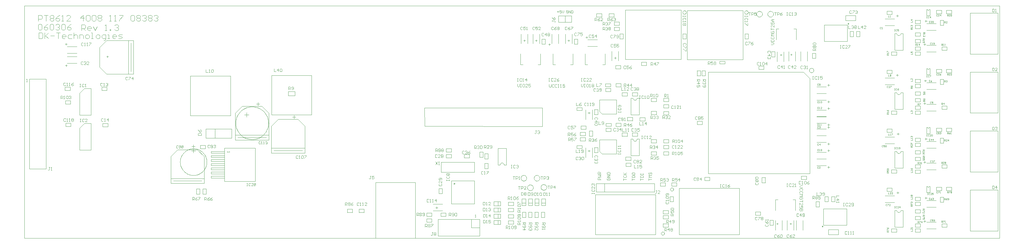
<source format=gto>
*%FSLAX23Y23*%
*%MOIN*%
G01*
D11*
X6651Y6941D02*
Y7051D01*
X6341D02*
Y6941D01*
X6451D02*
Y7051D01*
X6341D02*
X6651D01*
Y6941D02*
X6341D01*
X6354Y6653D02*
X6353Y6638D01*
X6351Y6623D01*
X6347Y6608D01*
X6342Y6594D01*
X6336Y6580D01*
X6328Y6567D01*
X6320Y6554D01*
X6310Y6543D01*
X6299Y6532D01*
X6287Y6523D01*
X6274Y6515D01*
X6260Y6508D01*
X6246Y6502D01*
X6232Y6498D01*
X6217Y6495D01*
X6201Y6494D01*
X6186D01*
X6171Y6495D01*
X6156Y6498D01*
X6142Y6502D01*
X6127Y6508D01*
X6114Y6515D01*
X6101Y6523D01*
X6089Y6532D01*
X6078Y6543D01*
X6068Y6554D01*
X6059Y6567D01*
X6052Y6580D01*
X6045Y6594D01*
X6040Y6608D01*
X6037Y6623D01*
X6035Y6638D01*
X6034Y6653D01*
X6035Y6669D01*
X6037Y6684D01*
X6040Y6698D01*
X6045Y6713D01*
X6052Y6727D01*
X6059Y6740D01*
X6068Y6752D01*
X6078Y6764D01*
X6089Y6774D01*
X6101Y6784D01*
X6114Y6792D01*
X6127Y6799D01*
X6142Y6805D01*
X6156Y6809D01*
X6171Y6812D01*
X6186Y6813D01*
X6201D01*
X6217Y6812D01*
X6232Y6809D01*
X6246Y6805D01*
X6260Y6799D01*
X6274Y6792D01*
X6287Y6784D01*
X6299Y6774D01*
X6310Y6764D01*
X6320Y6752D01*
X6328Y6740D01*
X6336Y6727D01*
X6342Y6713D01*
X6347Y6698D01*
X6351Y6684D01*
X6353Y6669D01*
X6354Y6653D01*
X6353Y6638D01*
X6351Y6623D01*
X6347Y6608D01*
X6342Y6594D01*
X6336Y6580D01*
X6328Y6567D01*
X6320Y6554D01*
X6310Y6543D01*
X6299Y6532D01*
X6287Y6523D01*
X6274Y6515D01*
X6260Y6508D01*
X6246Y6502D01*
X6232Y6498D01*
X6217Y6495D01*
X6201Y6494D01*
X6186D01*
X6171Y6495D01*
X6156Y6498D01*
X6142Y6502D01*
X6127Y6508D01*
X6114Y6515D01*
X6101Y6523D01*
X6089Y6532D01*
X6078Y6543D01*
X6068Y6554D01*
X6059Y6567D01*
X6052Y6580D01*
X6045Y6594D01*
X6040Y6608D01*
X6037Y6623D01*
X6035Y6638D01*
X6034Y6653D01*
X6035Y6669D01*
X6037Y6684D01*
X6040Y6698D01*
X6045Y6713D01*
X6052Y6727D01*
X6059Y6740D01*
X6068Y6752D01*
X6078Y6764D01*
X6089Y6774D01*
X6101Y6784D01*
X6114Y6792D01*
X6127Y6799D01*
X6142Y6805D01*
X6156Y6809D01*
X6171Y6812D01*
X6186Y6813D01*
X6201D01*
X6217Y6812D01*
X6232Y6809D01*
X6246Y6805D01*
X6260Y6799D01*
X6274Y6792D01*
X6287Y6784D01*
X6299Y6774D01*
X6310Y6764D01*
X6320Y6752D01*
X6328Y6740D01*
X6336Y6727D01*
X6342Y6713D01*
X6347Y6698D01*
X6351Y6684D01*
X6353Y6669D01*
X6354Y6653D01*
X6194Y6763D02*
Y6813D01*
X6169Y6788D02*
X6219D01*
X4162Y8532D02*
X15879D01*
Y5737D02*
X4162D01*
X15879D02*
Y8532D01*
X4162D02*
Y5737D01*
D12*
X15131Y8428D02*
X15134Y8425D01*
X15131Y8428D02*
X15124D01*
X15121Y8425D01*
Y8411D01*
X15124Y8408D01*
X15131D01*
X15134Y8411D01*
X15141Y8408D02*
X15154D01*
X15141D02*
X15154Y8421D01*
Y8425D01*
X15151Y8428D01*
X15144D01*
X15141Y8425D01*
X15171Y8428D02*
Y8408D01*
X15161Y8418D02*
X15171Y8428D01*
X15174Y8418D02*
X15161D01*
X15251Y8428D02*
Y8408D01*
Y8428D02*
X15261D01*
X15264Y8425D01*
Y8418D01*
X15261Y8415D01*
X15251D01*
X15258D02*
X15264Y8408D01*
X15271D02*
X15284D01*
X15271D02*
X15284Y8421D01*
Y8425D01*
X15281Y8428D01*
X15274D01*
X15271Y8425D01*
X15291D02*
X15294Y8428D01*
X15301D01*
X15304Y8425D01*
Y8411D01*
X15301Y8408D01*
X15294D01*
X15291Y8411D01*
Y8425D01*
X15008Y8403D02*
X15001D01*
X15004D02*
X15008D01*
X15004D02*
Y8383D01*
X15001D01*
X15008D01*
X15028Y8403D02*
X15031Y8400D01*
X15028Y8403D02*
X15021D01*
X15018Y8400D01*
Y8386D01*
X15021Y8383D01*
X15028D01*
X15031Y8386D01*
X15048Y8383D02*
Y8403D01*
X15038Y8393D01*
X15051D01*
X14457Y8271D02*
X14454Y8274D01*
X14447D01*
X14444Y8271D01*
Y8257D01*
X14447Y8254D01*
X14454D01*
X14457Y8257D01*
X14464Y8254D02*
X14471D01*
X14467D01*
Y8274D01*
X14468D01*
X14467D02*
X14464Y8271D01*
X14955Y8137D02*
X14975D01*
Y8127D01*
X14972Y8124D01*
X14965D01*
X14962Y8127D01*
Y8137D01*
Y8130D02*
X14955Y8124D01*
Y8117D02*
Y8110D01*
Y8114D01*
X14975D01*
X14976D01*
X14975D02*
X14972Y8117D01*
X14975Y8100D02*
Y8087D01*
Y8100D02*
X14965D01*
X14968Y8094D01*
Y8090D01*
X14965Y8087D01*
X14958D01*
X14955Y8090D01*
Y8097D01*
X14958Y8100D01*
X14868Y8073D02*
Y8053D01*
Y8073D02*
X14878D01*
X14881Y8070D01*
Y8063D01*
X14878Y8060D01*
X14868D01*
X14875D02*
X14881Y8053D01*
X14888D02*
X14895D01*
X14891D01*
Y8073D01*
X14892D01*
X14891D02*
X14888Y8070D01*
X14915Y8073D02*
Y8053D01*
X14905Y8063D02*
X14915Y8073D01*
X14918Y8063D02*
X14905D01*
X14831Y7948D02*
X14811D01*
X14831D02*
Y7961D01*
X14811Y7968D02*
Y7981D01*
Y7968D02*
X14821D01*
X14818Y7975D01*
Y7978D01*
X14821Y7981D01*
X14828D01*
X14831Y7978D01*
Y7971D01*
X14828Y7968D01*
X14831Y8248D02*
X14811D01*
Y8258D01*
X14814Y8261D01*
X14821D01*
X14824Y8258D01*
Y8248D01*
Y8255D02*
X14831Y8261D01*
Y8268D02*
Y8275D01*
Y8271D01*
X14811D01*
X14812D01*
X14811D02*
X14814Y8268D01*
Y8285D02*
X14811Y8288D01*
Y8295D01*
X14814Y8298D01*
X14818D01*
X14819D01*
X14818D02*
X14819D01*
X14818D02*
X14819D01*
X14818D02*
X14821Y8295D01*
Y8291D01*
Y8295D01*
X14824Y8298D01*
X14828D01*
X14831Y8295D01*
Y8288D01*
X14828Y8285D01*
X14961Y8212D02*
X14981D01*
Y8202D01*
X14978Y8199D01*
X14971D01*
X14968Y8202D01*
Y8212D01*
Y8205D02*
X14961Y8199D01*
Y8192D02*
Y8185D01*
Y8189D01*
X14981D01*
X14982D01*
X14981D02*
X14978Y8192D01*
X14961Y8175D02*
Y8162D01*
Y8175D02*
X14974Y8162D01*
X14978D01*
X14981Y8165D01*
Y8172D01*
X14978Y8175D01*
X15044Y8345D02*
X15041Y8348D01*
X15034D01*
X15031Y8345D01*
Y8331D01*
X15034Y8328D01*
X15041D01*
X15044Y8331D01*
X15051Y8328D02*
X15064D01*
X15051D02*
X15064Y8341D01*
Y8345D01*
X15061Y8348D01*
X15054D01*
X15051Y8345D01*
X15071D02*
X15074Y8348D01*
X15081D01*
X15084Y8345D01*
Y8331D01*
X15081Y8328D01*
X15074D01*
X15071Y8331D01*
Y8345D01*
X15056Y8088D02*
X15059Y8085D01*
X15056Y8088D02*
X15049D01*
X15046Y8085D01*
Y8071D01*
X15049Y8068D01*
X15056D01*
X15059Y8071D01*
X15066Y8068D02*
X15073D01*
X15069D01*
Y8088D01*
X15070D01*
X15069D02*
X15066Y8085D01*
X15083Y8071D02*
X15086Y8068D01*
X15093D01*
X15096Y8071D01*
Y8085D01*
X15093Y8088D01*
X15086D01*
X15083Y8085D01*
Y8081D01*
X15086Y8078D01*
X15096D01*
X15181Y8073D02*
Y8053D01*
Y8073D02*
X15191D01*
X15194Y8070D01*
Y8063D01*
X15191Y8060D01*
X15181D01*
X15188D02*
X15194Y8053D01*
X15201D02*
X15208D01*
X15204D01*
Y8073D01*
X15205D01*
X15204D02*
X15201Y8070D01*
X15218Y8053D02*
X15224D01*
X15221D01*
Y8073D01*
X15222D01*
X15221D02*
X15218Y8070D01*
X15216Y8323D02*
Y8343D01*
X15226D01*
X15229Y8340D01*
Y8333D01*
X15226Y8330D01*
X15216D01*
X15223D02*
X15229Y8323D01*
X15236D02*
X15249D01*
X15236D02*
X15249Y8336D01*
Y8340D01*
X15246Y8343D01*
X15239D01*
X15236Y8340D01*
X14831Y8333D02*
X14811D01*
X14831D02*
Y8346D01*
Y8363D02*
X14811D01*
X14821Y8353D01*
Y8366D01*
X14811Y7623D02*
X14831D01*
Y7636D01*
Y7643D02*
Y7656D01*
Y7643D02*
X14818Y7656D01*
X14814D01*
X14811Y7653D01*
Y7646D01*
X14814Y7643D01*
X15216Y7633D02*
Y7613D01*
Y7633D02*
X15226D01*
X15229Y7630D01*
Y7623D01*
X15226Y7620D01*
X15216D01*
X15223D02*
X15229Y7613D01*
X15236Y7630D02*
X15239Y7633D01*
X15246D01*
X15249Y7630D01*
Y7626D01*
X15250D01*
X15249D02*
X15250D01*
X15249D02*
X15250D01*
X15249D02*
X15246Y7623D01*
X15243D01*
X15246D01*
X15249Y7620D01*
Y7616D01*
X15246Y7613D01*
X15239D01*
X15236Y7616D01*
X15181Y7363D02*
Y7343D01*
Y7363D02*
X15191D01*
X15194Y7360D01*
Y7353D01*
X15191Y7350D01*
X15181D01*
X15188D02*
X15194Y7343D01*
X15211D02*
Y7363D01*
X15201Y7353D01*
X15214D01*
X15059Y7375D02*
X15056Y7378D01*
X15049D01*
X15046Y7375D01*
Y7361D01*
X15049Y7358D01*
X15056D01*
X15059Y7361D01*
X15066Y7378D02*
X15079D01*
X15066D02*
Y7368D01*
X15073Y7371D01*
X15076D01*
X15079Y7368D01*
Y7361D01*
X15076Y7358D01*
X15069D01*
X15066Y7361D01*
X15044Y7635D02*
X15041Y7638D01*
X15034D01*
X15031Y7635D01*
Y7621D01*
X15034Y7618D01*
X15041D01*
X15044Y7621D01*
X15058Y7635D02*
X15064Y7638D01*
X15058Y7635D02*
X15051Y7628D01*
Y7621D01*
X15054Y7618D01*
X15061D01*
X15064Y7621D01*
Y7625D01*
X15061Y7628D01*
X15051D01*
X14981Y7498D02*
X14961D01*
X14981D02*
Y7488D01*
X14978Y7485D01*
X14971D01*
X14968Y7488D01*
Y7498D01*
Y7491D02*
X14961Y7485D01*
X14981Y7478D02*
Y7465D01*
Y7478D02*
X14971D01*
X14974Y7472D01*
Y7468D01*
X14971Y7465D01*
X14964D01*
X14961Y7468D01*
Y7475D01*
X14964Y7478D01*
X14831Y7538D02*
X14811D01*
Y7548D01*
X14814Y7551D01*
X14821D01*
X14824Y7548D01*
Y7538D01*
Y7545D02*
X14831Y7551D01*
X14814Y7565D02*
X14811Y7571D01*
X14814Y7565D02*
X14821Y7558D01*
X14828D01*
X14831Y7561D01*
Y7568D01*
X14828Y7571D01*
X14824D01*
X14821Y7568D01*
Y7558D01*
X14811Y7238D02*
X14831D01*
Y7251D01*
X14814Y7258D02*
X14811Y7261D01*
Y7268D01*
X14814Y7271D01*
X14818D01*
X14819D01*
X14818D02*
X14819D01*
X14818D02*
X14819D01*
X14818D02*
X14821Y7268D01*
Y7265D01*
Y7268D01*
X14824Y7271D01*
X14828D01*
X14831Y7268D01*
Y7261D01*
X14828Y7258D01*
X14896Y7338D02*
Y7358D01*
X14906D01*
X14909Y7355D01*
Y7348D01*
X14906Y7345D01*
X14896D01*
X14903D02*
X14909Y7338D01*
X14916Y7358D02*
X14929D01*
Y7355D01*
X14916Y7341D01*
Y7338D01*
X14961Y7413D02*
X14981D01*
Y7403D01*
X14978Y7400D01*
X14971D01*
X14968Y7403D01*
Y7413D01*
Y7406D02*
X14961Y7400D01*
X14978Y7393D02*
X14981Y7390D01*
Y7383D01*
X14978Y7380D01*
X14974D01*
X14971Y7383D01*
X14968Y7380D01*
X14964D01*
X14961Y7383D01*
Y7390D01*
X14964Y7393D01*
X14968D01*
X14971Y7390D01*
X14974Y7393D01*
X14978D01*
X14971Y7390D02*
Y7383D01*
X15001Y7693D02*
X15008D01*
X15004D01*
Y7673D01*
X15001D01*
X15008D01*
X15028Y7693D02*
X15031Y7690D01*
X15028Y7693D02*
X15021D01*
X15018Y7690D01*
Y7676D01*
X15021Y7673D01*
X15028D01*
X15031Y7676D01*
X15038Y7693D02*
X15051D01*
Y7690D01*
X15038Y7676D01*
Y7673D01*
X15251Y7698D02*
Y7718D01*
X15261D01*
X15264Y7715D01*
Y7708D01*
X15261Y7705D01*
X15251D01*
X15258D02*
X15264Y7698D01*
X15271D02*
X15284D01*
X15271D02*
X15284Y7711D01*
Y7715D01*
X15281Y7718D01*
X15274D01*
X15271Y7715D01*
X15291Y7698D02*
X15304D01*
X15291D02*
X15304Y7711D01*
Y7715D01*
X15301Y7718D01*
X15294D01*
X15291Y7715D01*
X15134D02*
X15131Y7718D01*
X15124D01*
X15121Y7715D01*
Y7701D01*
X15124Y7698D01*
X15131D01*
X15134Y7701D01*
X15141Y7698D02*
X15154D01*
X15141D02*
X15154Y7711D01*
Y7715D01*
X15151Y7718D01*
X15144D01*
X15141Y7715D01*
X15168D02*
X15174Y7718D01*
X15168Y7715D02*
X15161Y7708D01*
Y7701D01*
X15164Y7698D01*
X15171D01*
X15174Y7701D01*
Y7705D01*
X15171Y7708D01*
X15161D01*
X14540Y7563D02*
X14537Y7566D01*
X14530D01*
X14527Y7563D01*
Y7549D01*
X14530Y7546D01*
X14537D01*
X14540Y7549D01*
X14547Y7546D02*
X14560D01*
X14547D02*
X14560Y7559D01*
Y7563D01*
X14557Y7566D01*
X14550D01*
X14547Y7563D01*
X14567Y7566D02*
X14580D01*
Y7563D01*
X14567Y7549D01*
Y7546D01*
X14811Y6915D02*
X14831D01*
Y6928D01*
Y6935D02*
Y6942D01*
Y6938D01*
X14811D01*
X14812D01*
X14811D02*
X14814Y6935D01*
Y6952D02*
X14811Y6955D01*
Y6962D01*
X14814Y6965D01*
X14818D01*
X14819D01*
X14818D02*
X14819D01*
X14818D02*
X14819D01*
X14818D02*
X14821Y6962D01*
Y6958D01*
Y6962D01*
X14824Y6965D01*
X14828D01*
X14831Y6962D01*
Y6955D01*
X14828Y6952D01*
X15216Y6925D02*
Y6905D01*
Y6925D02*
X15226D01*
X15229Y6922D01*
Y6915D01*
X15226Y6912D01*
X15216D01*
X15223D02*
X15229Y6905D01*
X15236D02*
X15249D01*
X15236D02*
X15249Y6918D01*
Y6922D01*
X15246Y6925D01*
X15239D01*
X15236Y6922D01*
X15266Y6925D02*
Y6905D01*
X15256Y6915D02*
X15266Y6925D01*
X15269Y6915D02*
X15256D01*
X15044Y6927D02*
X15041Y6930D01*
X15034D01*
X15031Y6927D01*
Y6913D01*
X15034Y6910D01*
X15041D01*
X15044Y6913D01*
X15061Y6910D02*
Y6930D01*
X15051Y6920D01*
X15064D01*
X15081Y6930D02*
Y6910D01*
X15071Y6920D02*
X15081Y6930D01*
X15084Y6920D02*
X15071D01*
X14831Y6830D02*
X14811D01*
Y6840D01*
X14814Y6843D01*
X14821D01*
X14824Y6840D01*
Y6830D01*
Y6837D02*
X14831Y6843D01*
Y6850D02*
Y6863D01*
Y6850D02*
X14818Y6863D01*
X14814D01*
X14811Y6860D01*
Y6853D01*
X14814Y6850D01*
X14811Y6870D02*
Y6883D01*
X14814D01*
X14828Y6870D01*
X14831D01*
X15001Y6985D02*
X15008D01*
X15004D01*
Y6965D01*
X15001D01*
X15008D01*
X15028Y6985D02*
X15031Y6982D01*
X15028Y6985D02*
X15021D01*
X15018Y6982D01*
Y6968D01*
X15021Y6965D01*
X15028D01*
X15031Y6968D01*
X15038Y6965D02*
X15051D01*
X15038D02*
X15051Y6978D01*
Y6982D01*
X15048Y6985D01*
X15041D01*
X15038Y6982D01*
X15058D02*
X15061Y6985D01*
X15068D01*
X15071Y6982D01*
Y6968D01*
X15068Y6965D01*
X15061D01*
X15058Y6968D01*
Y6982D01*
X15251Y6990D02*
Y7010D01*
X15261D01*
X15264Y7007D01*
Y7000D01*
X15261Y6997D01*
X15251D01*
X15258D02*
X15264Y6990D01*
X15278Y7007D02*
X15284Y7010D01*
X15278Y7007D02*
X15271Y7000D01*
Y6993D01*
X15274Y6990D01*
X15281D01*
X15284Y6993D01*
Y6997D01*
X15281Y7000D01*
X15271D01*
X15291Y6990D02*
X15298D01*
X15294D01*
Y7010D01*
X15295D01*
X15294D02*
X15291Y7007D01*
X15134D02*
X15131Y7010D01*
X15124D01*
X15121Y7007D01*
Y6993D01*
X15124Y6990D01*
X15131D01*
X15134Y6993D01*
X15141Y7010D02*
X15154D01*
X15141D02*
Y7000D01*
X15148Y7003D01*
X15151D01*
X15154Y7000D01*
Y6993D01*
X15151Y6990D01*
X15144D01*
X15141Y6993D01*
X15161Y7007D02*
X15164Y7010D01*
X15171D01*
X15174Y7007D01*
Y7003D01*
X15175D01*
X15174D02*
X15175D01*
X15174D02*
X15175D01*
X15174D02*
X15171Y7000D01*
X15168D01*
X15171D01*
X15174Y6997D01*
Y6993D01*
X15171Y6990D01*
X15164D01*
X15161Y6993D01*
X14479Y6852D02*
X14476Y6855D01*
X14469D01*
X14466Y6852D01*
Y6838D01*
X14469Y6835D01*
X14476D01*
X14479Y6838D01*
X14486Y6855D02*
X14499D01*
X14486D02*
Y6845D01*
X14493Y6848D01*
X14496D01*
X14499Y6845D01*
Y6838D01*
X14496Y6835D01*
X14489D01*
X14486Y6838D01*
X14506Y6852D02*
X14509Y6855D01*
X14516D01*
X14519Y6852D01*
Y6848D01*
X14516Y6845D01*
X14519Y6842D01*
Y6838D01*
X14516Y6835D01*
X14509D01*
X14506Y6838D01*
Y6842D01*
X14509Y6845D01*
X14506Y6848D01*
Y6852D01*
X14509Y6845D02*
X14516D01*
X15181Y6655D02*
Y6635D01*
Y6655D02*
X15191D01*
X15194Y6652D01*
Y6645D01*
X15191Y6642D01*
X15181D01*
X15188D02*
X15194Y6635D01*
X15201D02*
X15214D01*
X15201D02*
X15214Y6648D01*
Y6652D01*
X15211Y6655D01*
X15204D01*
X15201Y6652D01*
X15221Y6655D02*
X15234D01*
X15221D02*
Y6645D01*
X15228Y6648D01*
X15231D01*
X15234Y6645D01*
Y6638D01*
X15231Y6635D01*
X15224D01*
X15221Y6638D01*
X15059Y6667D02*
X15056Y6670D01*
X15049D01*
X15046Y6667D01*
Y6653D01*
X15049Y6650D01*
X15056D01*
X15059Y6653D01*
X15066Y6667D02*
X15069Y6670D01*
X15076D01*
X15079Y6667D01*
Y6663D01*
X15080D01*
X15079D02*
X15080D01*
X15079D02*
X15080D01*
X15079D02*
X15076Y6660D01*
X15073D01*
X15076D01*
X15079Y6657D01*
Y6653D01*
X15076Y6650D01*
X15069D01*
X15066Y6653D01*
X15086Y6670D02*
X15099D01*
Y6667D01*
X15086Y6653D01*
Y6650D01*
X14977Y6801D02*
X14957D01*
X14977D02*
Y6791D01*
X14974Y6788D01*
X14967D01*
X14964Y6791D01*
Y6801D01*
Y6794D02*
X14957Y6788D01*
Y6781D02*
Y6768D01*
Y6781D02*
X14970Y6768D01*
X14974D01*
X14977Y6771D01*
Y6778D01*
X14974Y6781D01*
Y6754D02*
X14977Y6748D01*
X14974Y6754D02*
X14967Y6761D01*
X14960D01*
X14957Y6758D01*
Y6751D01*
X14960Y6748D01*
X14964D01*
X14967Y6751D01*
Y6761D01*
X14831Y6526D02*
X14811D01*
X14831D02*
Y6539D01*
Y6546D02*
Y6553D01*
Y6549D01*
X14811D01*
X14812D01*
X14811D02*
X14814Y6546D01*
Y6569D02*
X14811Y6576D01*
X14814Y6569D02*
X14821Y6563D01*
X14828D01*
X14831Y6566D01*
Y6573D01*
X14828Y6576D01*
X14824D01*
X14821Y6573D01*
Y6563D01*
X14896Y6630D02*
Y6650D01*
X14906D01*
X14909Y6647D01*
Y6640D01*
X14906Y6637D01*
X14896D01*
X14903D02*
X14909Y6630D01*
X14916Y6647D02*
X14919Y6650D01*
X14926D01*
X14929Y6647D01*
Y6643D01*
X14930D01*
X14929D02*
X14930D01*
X14929D02*
X14930D01*
X14929D02*
X14926Y6640D01*
X14923D01*
X14926D01*
X14929Y6637D01*
Y6633D01*
X14926Y6630D01*
X14919D01*
X14916Y6633D01*
X14936Y6630D02*
X14943D01*
X14939D01*
Y6650D01*
X14940D01*
X14939D02*
X14936Y6647D01*
X14957Y6727D02*
X14977D01*
Y6717D01*
X14974Y6714D01*
X14967D01*
X14964Y6717D01*
Y6727D01*
Y6720D02*
X14957Y6714D01*
X14977Y6707D02*
Y6694D01*
Y6707D02*
X14967D01*
X14970Y6700D01*
Y6697D01*
X14967Y6694D01*
X14960D01*
X14957Y6697D01*
Y6704D01*
X14960Y6707D01*
X14977Y6687D02*
Y6674D01*
Y6687D02*
X14967D01*
X14970Y6680D01*
Y6677D01*
X14967Y6674D01*
X14960D01*
X14957Y6677D01*
Y6684D01*
X14960Y6687D01*
X14831Y6206D02*
X14811D01*
X14831D02*
Y6219D01*
Y6226D02*
Y6233D01*
Y6229D01*
X14811D01*
X14812D01*
X14811D02*
X14814Y6226D01*
Y6243D02*
X14811Y6246D01*
Y6253D01*
X14814Y6256D01*
X14818D01*
X14821Y6253D01*
X14824Y6256D01*
X14828D01*
X14831Y6253D01*
Y6246D01*
X14828Y6243D01*
X14824D01*
X14821Y6246D01*
X14818Y6243D01*
X14814D01*
X14821Y6246D02*
Y6253D01*
X15216Y6216D02*
Y6196D01*
Y6216D02*
X15226D01*
X15229Y6213D01*
Y6206D01*
X15226Y6203D01*
X15216D01*
X15223D02*
X15229Y6196D01*
X15243Y6213D02*
X15249Y6216D01*
X15243Y6213D02*
X15236Y6206D01*
Y6199D01*
X15239Y6196D01*
X15246D01*
X15249Y6199D01*
Y6203D01*
X15246Y6206D01*
X15236D01*
X15256Y6199D02*
X15259Y6196D01*
X15266D01*
X15269Y6199D01*
Y6213D01*
X15266Y6216D01*
X15259D01*
X15256Y6213D01*
Y6209D01*
X15259Y6206D01*
X15269D01*
X15181Y5946D02*
Y5926D01*
Y5946D02*
X15191D01*
X15194Y5943D01*
Y5936D01*
X15191Y5933D01*
X15181D01*
X15188D02*
X15194Y5926D01*
X15201Y5946D02*
X15214D01*
Y5943D01*
X15201Y5929D01*
Y5926D01*
X15221D02*
X15228D01*
X15224D01*
Y5946D01*
X15225D01*
X15224D02*
X15221Y5943D01*
X15059Y5958D02*
X15056Y5961D01*
X15049D01*
X15046Y5958D01*
Y5944D01*
X15049Y5941D01*
X15056D01*
X15059Y5944D01*
X15066Y5961D02*
X15079D01*
X15066D02*
Y5951D01*
X15073Y5954D01*
X15076D01*
X15079Y5951D01*
Y5944D01*
X15076Y5941D01*
X15069D01*
X15066Y5944D01*
X15086D02*
X15089Y5941D01*
X15096D01*
X15099Y5944D01*
Y5958D01*
X15096Y5961D01*
X15089D01*
X15086Y5958D01*
Y5954D01*
X15089Y5951D01*
X15099D01*
X15044Y6218D02*
X15041Y6221D01*
X15034D01*
X15031Y6218D01*
Y6204D01*
X15034Y6201D01*
X15041D01*
X15044Y6204D01*
X15058Y6218D02*
X15064Y6221D01*
X15058Y6218D02*
X15051Y6211D01*
Y6204D01*
X15054Y6201D01*
X15061D01*
X15064Y6204D01*
Y6208D01*
X15061Y6211D01*
X15051D01*
X15071Y6218D02*
X15074Y6221D01*
X15081D01*
X15084Y6218D01*
Y6214D01*
X15085D01*
X15084D02*
X15085D01*
X15084D02*
X15085D01*
X15084D02*
X15081Y6211D01*
X15078D01*
X15081D01*
X15084Y6208D01*
Y6204D01*
X15081Y6201D01*
X15074D01*
X15071Y6204D01*
X14977Y6091D02*
X14957D01*
X14977D02*
Y6081D01*
X14974Y6078D01*
X14967D01*
X14964Y6081D01*
Y6091D01*
Y6084D02*
X14957Y6078D01*
X14977Y6071D02*
Y6058D01*
X14974D01*
X14960Y6071D01*
X14957D01*
Y6051D02*
Y6038D01*
Y6051D02*
X14970Y6038D01*
X14974D01*
X14977Y6041D01*
Y6048D01*
X14974Y6051D01*
X14831Y6121D02*
X14811D01*
Y6131D01*
X14814Y6134D01*
X14821D01*
X14824Y6131D01*
Y6121D01*
Y6128D02*
X14831Y6134D01*
X14811Y6141D02*
Y6154D01*
X14814D01*
X14828Y6141D01*
X14831D01*
X14814Y6161D02*
X14811Y6164D01*
Y6171D01*
X14814Y6174D01*
X14818D01*
X14819D01*
X14818D02*
X14819D01*
X14818D02*
X14819D01*
X14818D02*
X14821Y6171D01*
Y6168D01*
Y6171D01*
X14824Y6174D01*
X14828D01*
X14831Y6171D01*
Y6164D01*
X14828Y6161D01*
X14831Y5821D02*
X14811D01*
X14831D02*
Y5834D01*
Y5841D02*
Y5854D01*
Y5841D02*
X14818Y5854D01*
X14814D01*
X14811Y5851D01*
Y5844D01*
X14814Y5841D01*
X14831Y5861D02*
Y5868D01*
Y5864D01*
X14811D01*
X14812D01*
X14811D02*
X14814Y5861D01*
X14896Y5921D02*
Y5941D01*
X14906D01*
X14909Y5938D01*
Y5931D01*
X14906Y5928D01*
X14896D01*
X14903D02*
X14909Y5921D01*
X14916Y5941D02*
X14929D01*
Y5938D01*
X14916Y5924D01*
Y5921D01*
X14946D02*
Y5941D01*
X14936Y5931D01*
X14949D01*
X14957Y6016D02*
X14977D01*
Y6006D01*
X14974Y6003D01*
X14967D01*
X14964Y6006D01*
Y6016D01*
Y6009D02*
X14957Y6003D01*
X14977Y5996D02*
Y5983D01*
X14974D01*
X14960Y5996D01*
X14957D01*
X14977Y5976D02*
Y5963D01*
Y5976D02*
X14967D01*
X14970Y5969D01*
Y5966D01*
X14967Y5963D01*
X14960D01*
X14957Y5966D01*
Y5973D01*
X14960Y5976D01*
X15013Y6281D02*
X15020D01*
X15016D01*
Y6261D01*
X15013D01*
X15020D01*
X15040Y6281D02*
X15043Y6278D01*
X15040Y6281D02*
X15033D01*
X15030Y6278D01*
Y6264D01*
X15033Y6261D01*
X15040D01*
X15043Y6264D01*
X15050Y6261D02*
X15063D01*
X15050D02*
X15063Y6274D01*
Y6278D01*
X15060Y6281D01*
X15053D01*
X15050Y6278D01*
X15070Y6281D02*
X15083D01*
X15070D02*
Y6271D01*
X15076Y6274D01*
X15080D01*
X15083Y6271D01*
Y6264D01*
X15080Y6261D01*
X15073D01*
X15070Y6264D01*
X15251Y6281D02*
Y6301D01*
X15261D01*
X15264Y6298D01*
Y6291D01*
X15261Y6288D01*
X15251D01*
X15258D02*
X15264Y6281D01*
X15271Y6301D02*
X15284D01*
Y6298D01*
X15271Y6284D01*
Y6281D01*
X15291Y6298D02*
X15294Y6301D01*
X15301D01*
X15304Y6298D01*
Y6294D01*
X15301Y6291D01*
X15304Y6288D01*
Y6284D01*
X15301Y6281D01*
X15294D01*
X15291Y6284D01*
Y6288D01*
X15294Y6291D01*
X15291Y6294D01*
Y6298D01*
X15294Y6291D02*
X15301D01*
X15134Y6298D02*
X15131Y6301D01*
X15124D01*
X15121Y6298D01*
Y6284D01*
X15124Y6281D01*
X15131D01*
X15134Y6284D01*
X15141Y6301D02*
X15154D01*
Y6298D01*
X15141Y6284D01*
Y6281D01*
X15161D02*
X15168D01*
X15164D01*
Y6301D01*
X15165D01*
X15164D02*
X15161Y6298D01*
X14525Y6144D02*
X14522Y6147D01*
X14515D01*
X14512Y6144D01*
Y6130D01*
X14515Y6127D01*
X14522D01*
X14525Y6130D01*
X14532Y6147D02*
X14545D01*
Y6144D01*
X14532Y6130D01*
Y6127D01*
X14552D02*
X14565D01*
X14552D02*
X14565Y6140D01*
Y6144D01*
X14562Y6147D01*
X14555D01*
X14552Y6144D01*
X14541Y8393D02*
Y8413D01*
Y8393D02*
X14554D01*
X14561D02*
X14568D01*
X14564D01*
Y8413D01*
X14565D01*
X14564D02*
X14561Y8410D01*
X14546Y7938D02*
X14526D01*
Y7948D01*
X14529Y7951D01*
X14536D01*
X14539Y7948D01*
Y7938D01*
Y7945D02*
X14546Y7951D01*
Y7958D02*
Y7965D01*
Y7961D01*
X14526D01*
X14527D01*
X14526D02*
X14529Y7958D01*
X14526Y7975D02*
Y7988D01*
X14529D01*
X14543Y7975D01*
X14546D01*
X14616Y8248D02*
X14623D01*
X14619D01*
Y8228D01*
X14616D01*
X14623D01*
X14643Y8248D02*
X14646Y8245D01*
X14643Y8248D02*
X14636D01*
X14633Y8245D01*
Y8231D01*
X14636Y8228D01*
X14643D01*
X14646Y8231D01*
X14653Y8248D02*
X14666D01*
X14653D02*
Y8238D01*
X14659Y8241D01*
X14663D01*
X14666Y8238D01*
Y8231D01*
X14663Y8228D01*
X14656D01*
X14653Y8231D01*
X13701Y6875D02*
X13704Y6872D01*
X13701Y6875D02*
X13694D01*
X13691Y6872D01*
Y6858D01*
X13694Y6855D01*
X13701D01*
X13704Y6858D01*
X13721Y6855D02*
Y6875D01*
X13711Y6865D01*
X13724D01*
X13704Y7310D02*
X13701Y7313D01*
X13694D01*
X13691Y7310D01*
Y7296D01*
X13694Y7293D01*
X13701D01*
X13704Y7296D01*
X13711Y7293D02*
X13718D01*
X13714D01*
Y7313D01*
X13715D01*
X13714D02*
X13711Y7310D01*
X13728Y7293D02*
X13741D01*
X13728D02*
X13741Y7306D01*
Y7310D01*
X13738Y7313D01*
X13731D01*
X13728Y7310D01*
X13704Y7380D02*
X13701Y7383D01*
X13694D01*
X13691Y7380D01*
Y7366D01*
X13694Y7363D01*
X13701D01*
X13704Y7366D01*
X13711Y7363D02*
X13718D01*
X13714D01*
Y7383D01*
X13715D01*
X13714D02*
X13711Y7380D01*
X13728D02*
X13731Y7383D01*
X13738D01*
X13741Y7380D01*
Y7366D01*
X13738Y7363D01*
X13731D01*
X13728Y7366D01*
Y7380D01*
X13704Y7590D02*
X13701Y7593D01*
X13694D01*
X13691Y7590D01*
Y7576D01*
X13694Y7573D01*
X13701D01*
X13704Y7576D01*
X13711D02*
X13714Y7573D01*
X13721D01*
X13724Y7576D01*
Y7590D01*
X13721Y7593D01*
X13714D01*
X13711Y7590D01*
Y7586D01*
X13714Y7583D01*
X13724D01*
X14616Y7538D02*
X14623D01*
X14619D01*
Y7518D01*
X14616D01*
X14623D01*
X14643Y7538D02*
X14646Y7535D01*
X14643Y7538D02*
X14636D01*
X14633Y7535D01*
Y7521D01*
X14636Y7518D01*
X14643D01*
X14646Y7521D01*
X14659Y7535D02*
X14666Y7538D01*
X14659Y7535D02*
X14653Y7528D01*
Y7521D01*
X14656Y7518D01*
X14663D01*
X14666Y7521D01*
Y7525D01*
X14663Y7528D01*
X14653D01*
X14546Y7228D02*
X14526D01*
Y7238D01*
X14529Y7241D01*
X14536D01*
X14539Y7238D01*
Y7228D01*
Y7235D02*
X14546Y7241D01*
Y7248D02*
Y7255D01*
Y7251D01*
X14526D01*
X14527D01*
X14526D02*
X14529Y7248D01*
Y7271D02*
X14526Y7278D01*
X14529Y7271D02*
X14536Y7265D01*
X14543D01*
X14546Y7268D01*
Y7275D01*
X14543Y7278D01*
X14539D01*
X14536Y7275D01*
Y7265D01*
X14541Y7683D02*
Y7703D01*
Y7683D02*
X14554D01*
X14561Y7700D02*
X14564Y7703D01*
X14571D01*
X14574Y7700D01*
Y7696D01*
X14571Y7693D01*
X14574Y7690D01*
Y7686D01*
X14571Y7683D01*
X14564D01*
X14561Y7686D01*
Y7690D01*
X14564Y7693D01*
X14561Y7696D01*
Y7700D01*
X14564Y7693D02*
X14571D01*
X14541Y6995D02*
Y6975D01*
X14554D01*
X14561D02*
X14568D01*
X14564D01*
Y6995D01*
X14565D01*
X14564D02*
X14561Y6992D01*
X14578Y6995D02*
X14591D01*
Y6992D01*
X14578Y6978D01*
Y6975D01*
X13704Y7077D02*
X13701Y7080D01*
X13694D01*
X13691Y7077D01*
Y7063D01*
X13694Y7060D01*
X13701D01*
X13704Y7063D01*
X13711Y7077D02*
X13714Y7080D01*
X13721D01*
X13724Y7077D01*
Y7073D01*
X13725D01*
X13724D02*
X13725D01*
X13724D02*
X13725D01*
X13724D02*
X13721Y7070D01*
X13718D01*
X13721D01*
X13724Y7067D01*
Y7063D01*
X13721Y7060D01*
X13714D01*
X13711Y7063D01*
X13704Y7107D02*
X13701Y7110D01*
X13694D01*
X13691Y7107D01*
Y7093D01*
X13694Y7090D01*
X13701D01*
X13704Y7093D01*
X13711Y7090D02*
X13718D01*
X13714D01*
Y7110D01*
X13715D01*
X13714D02*
X13711Y7107D01*
X13728Y7090D02*
X13734D01*
X13731D01*
Y7110D01*
X13732D01*
X13731D02*
X13728Y7107D01*
X13701Y6806D02*
X13704Y6803D01*
X13701Y6806D02*
X13694D01*
X13691Y6803D01*
Y6789D01*
X13694Y6786D01*
X13701D01*
X13704Y6789D01*
X13711Y6786D02*
X13718D01*
X13714D01*
Y6806D01*
X13715D01*
X13714D02*
X13711Y6803D01*
X13728D02*
X13731Y6806D01*
X13738D01*
X13741Y6803D01*
Y6799D01*
X13738Y6796D01*
X13741Y6793D01*
Y6789D01*
X13738Y6786D01*
X13731D01*
X13728Y6789D01*
Y6793D01*
X13731Y6796D01*
X13728Y6799D01*
Y6803D01*
X13731Y6796D02*
X13738D01*
X13701Y6596D02*
X13704Y6593D01*
X13701Y6596D02*
X13694D01*
X13691Y6593D01*
Y6579D01*
X13694Y6576D01*
X13701D01*
X13704Y6579D01*
X13711Y6576D02*
X13724D01*
X13711D02*
X13724Y6589D01*
Y6593D01*
X13721Y6596D01*
X13714D01*
X13711Y6593D01*
X14616Y6830D02*
X14623D01*
X14619D01*
Y6810D01*
X14616D01*
X14623D01*
X14643Y6830D02*
X14646Y6827D01*
X14643Y6830D02*
X14636D01*
X14633Y6827D01*
Y6813D01*
X14636Y6810D01*
X14643D01*
X14646Y6813D01*
X14653Y6810D02*
X14659D01*
X14656D01*
Y6830D01*
X14657D01*
X14656D02*
X14653Y6827D01*
X14669Y6813D02*
X14673Y6810D01*
X14679D01*
X14683Y6813D01*
Y6827D01*
X14679Y6830D01*
X14673D01*
X14669Y6827D01*
Y6823D01*
X14673Y6820D01*
X14683D01*
X14546Y6520D02*
X14526D01*
Y6530D01*
X14529Y6533D01*
X14536D01*
X14539Y6530D01*
Y6520D01*
Y6527D02*
X14546Y6533D01*
X14526Y6540D02*
Y6553D01*
Y6540D02*
X14536D01*
X14533Y6547D01*
Y6550D01*
X14536Y6553D01*
X14543D01*
X14546Y6550D01*
Y6543D01*
X14543Y6540D01*
Y6560D02*
X14546Y6563D01*
Y6570D01*
X14543Y6573D01*
X14529D01*
X14526Y6570D01*
Y6563D01*
X14529Y6560D01*
X14533D01*
X14536Y6563D01*
Y6573D01*
X14616Y6121D02*
X14623D01*
X14619D01*
Y6101D01*
X14616D01*
X14623D01*
X14643Y6121D02*
X14646Y6118D01*
X14643Y6121D02*
X14636D01*
X14633Y6118D01*
Y6104D01*
X14636Y6101D01*
X14643D01*
X14646Y6104D01*
X14653Y6101D02*
X14666D01*
X14653D02*
X14666Y6114D01*
Y6118D01*
X14663Y6121D01*
X14656D01*
X14653Y6118D01*
X14683Y6121D02*
Y6101D01*
X14673Y6111D02*
X14683Y6121D01*
X14686Y6111D02*
X14673D01*
X14546Y5811D02*
X14526D01*
Y5821D01*
X14529Y5824D01*
X14536D01*
X14539Y5821D01*
Y5811D01*
Y5818D02*
X14546Y5824D01*
X14526Y5831D02*
Y5844D01*
X14529D01*
X14543Y5831D01*
X14546D01*
X14529Y5858D02*
X14526Y5864D01*
X14529Y5858D02*
X14536Y5851D01*
X14543D01*
X14546Y5854D01*
Y5861D01*
X14543Y5864D01*
X14539D01*
X14536Y5861D01*
Y5851D01*
X14541Y6266D02*
Y6286D01*
Y6266D02*
X14554D01*
X14561D02*
X14574D01*
X14561D02*
X14574Y6279D01*
Y6283D01*
X14571Y6286D01*
X14564D01*
X14561Y6283D01*
X14581Y6266D02*
X14594D01*
X14581D02*
X14594Y6279D01*
Y6283D01*
X14591Y6286D01*
X14584D01*
X14581Y6283D01*
X10736Y8334D02*
Y8412D01*
X10580D02*
Y8334D01*
X10659D02*
Y8412D01*
X10736Y8334D02*
X10580D01*
Y8412D02*
X10736D01*
D13*
X8859Y6408D02*
Y5738D01*
X8383D02*
Y6408D01*
Y5738D02*
X8859D01*
Y6408D02*
X8383D01*
D14*
X6701Y7124D02*
X6701Y7108D01*
X6703Y7093D01*
X6706Y7077D01*
X6710Y7062D01*
X6715Y7047D01*
X6722Y7033D01*
X6730Y7019D01*
X6738Y7006D01*
X6748Y6993D01*
X6759Y6981D01*
X6770Y6971D01*
X6783Y6961D01*
X6796Y6952D01*
X6810Y6945D01*
X6824Y6938D01*
X6839Y6933D01*
X6854Y6929D01*
X6870Y6926D01*
X6886Y6924D01*
X6902Y6924D01*
X6917Y6925D01*
X6933Y6927D01*
X6948Y6930D01*
X6964Y6935D01*
X6978Y6941D01*
X6992Y6948D01*
X7006Y6956D01*
X7019Y6965D01*
X7031Y6976D01*
X7042Y6987D01*
X7052Y6999D01*
X7062Y7011D01*
X7070Y7025D01*
X7077Y7039D01*
X7083Y7054D01*
X7088Y7069D01*
X7091Y7084D01*
X7094Y7100D01*
X7095Y7116D01*
X7094Y7131D01*
X7093Y7147D01*
X7090Y7163D01*
X7086Y7178D01*
X7081Y7193D01*
X7075Y7207D01*
X7067Y7221D01*
X7059Y7235D01*
X7049Y7247D01*
X7038Y7259D01*
X7027Y7270D01*
X7014Y7279D01*
X7001Y7288D01*
X6987Y7296D01*
X6973Y7303D01*
X6958Y7308D01*
X6943Y7312D01*
X6928Y7315D01*
X6912Y7317D01*
X6896Y7318D01*
X6880Y7317D01*
X6865Y7315D01*
X6849Y7311D01*
X6834Y7307D01*
X6819Y7301D01*
X6805Y7294D01*
X6791Y7286D01*
X6778Y7277D01*
X6766Y7267D01*
X6755Y7256D01*
X6745Y7244D01*
X6735Y7231D01*
X6727Y7218D01*
X6720Y7204D01*
X6713Y7189D01*
X6708Y7174D01*
X6705Y7159D01*
X6702Y7143D01*
X6701Y7128D01*
D15*
X4675Y8069D02*
X4652D01*
X4653Y7813D02*
X4677D01*
X11249Y7904D02*
X11273D01*
X10930Y8152D02*
X10906D01*
X10714Y8113D02*
X10690D01*
X10481Y8066D02*
X10458D01*
X10934Y7243D02*
X10958D01*
X10946D01*
X10934Y6786D02*
X10958D01*
X10946D01*
X10324Y8113D02*
X10300D01*
X10312D02*
X10324D01*
X10182D02*
X10158D01*
X4663Y8080D02*
Y8057D01*
X4665Y7825D02*
Y7801D01*
X11261Y7892D02*
Y7916D01*
X10918Y8140D02*
Y8164D01*
X10702Y8125D02*
Y8101D01*
X10469Y8077D02*
Y8054D01*
X10946Y7243D02*
Y7231D01*
Y7255D01*
Y6786D02*
Y6774D01*
Y6798D01*
X10170Y8101D02*
Y8125D01*
X10312D02*
Y8113D01*
Y8101D02*
Y8125D01*
X11053Y6440D02*
X11088D01*
X11053D02*
Y6457D01*
X11058Y6463D01*
X11070D01*
X11076Y6457D01*
Y6440D01*
X11088Y6475D02*
X11053D01*
X11076Y6486D02*
X11088Y6475D01*
X11076Y6486D02*
X11088Y6498D01*
X11053D01*
Y6510D02*
X11088D01*
X11053D02*
Y6527D01*
X11058Y6533D01*
X11070D01*
X11076Y6527D01*
Y6510D01*
Y6521D02*
X11088Y6533D01*
X11163Y6453D02*
X11169Y6459D01*
X11163Y6453D02*
Y6441D01*
X11169Y6436D01*
X11192D01*
X11198Y6441D01*
Y6453D01*
X11192Y6459D01*
X11180D01*
Y6447D01*
X11198Y6471D02*
X11163D01*
X11198Y6494D01*
X11163D01*
Y6506D02*
X11198D01*
Y6523D01*
X11192Y6529D01*
X11169D01*
X11163Y6523D01*
Y6506D01*
X11360Y6455D02*
Y6432D01*
Y6443D02*
Y6455D01*
Y6443D02*
X11395D01*
X11360Y6484D02*
X11365Y6490D01*
X11360Y6484D02*
Y6473D01*
X11365Y6467D01*
X11389D01*
X11395Y6473D01*
Y6484D01*
X11389Y6490D01*
X11395Y6502D02*
X11360D01*
X11383D02*
X11395D01*
X11383D02*
X11360Y6525D01*
X11377Y6508D01*
X11395Y6525D01*
X11663Y6455D02*
Y6432D01*
Y6443D02*
Y6455D01*
Y6443D02*
X11698D01*
Y6467D02*
X11663D01*
X11674Y6478D01*
X11663Y6490D01*
X11698D01*
X11669Y6525D02*
X11663Y6519D01*
Y6508D01*
X11669Y6502D01*
X11674D01*
X11680Y6508D01*
Y6519D01*
X11686Y6525D01*
X11692D01*
X11698Y6519D01*
Y6508D01*
X11692Y6502D01*
X11564Y6455D02*
Y6432D01*
Y6443D02*
Y6455D01*
Y6443D02*
X11599D01*
Y6467D02*
X11564D01*
X11599D02*
Y6484D01*
X11594Y6490D01*
X11570D01*
X11564Y6484D01*
Y6467D01*
Y6502D02*
Y6513D01*
Y6508D01*
X11599D01*
Y6502D01*
Y6513D01*
X11462Y6455D02*
Y6432D01*
Y6443D02*
Y6455D01*
Y6443D02*
X11497D01*
Y6467D02*
X11462D01*
X11497D02*
Y6484D01*
X11491Y6490D01*
X11468D01*
X11462Y6484D01*
Y6467D01*
Y6508D02*
Y6519D01*
Y6508D02*
X11468Y6502D01*
X11491D01*
X11497Y6508D01*
Y6519D01*
X11491Y6525D01*
X11468D01*
X11462Y6519D01*
X15012Y8487D02*
X15017Y8478D01*
X15027D01*
X15032Y8487D01*
X15001D02*
Y8413D01*
X15044D02*
Y8487D01*
Y8413D02*
X15001D01*
X15001Y8487D02*
X15012D01*
X15034D02*
X15044D01*
X15032Y7777D02*
X15027Y7768D01*
X15017D01*
X15012Y7777D01*
X15044D02*
Y7703D01*
X15001D02*
Y7777D01*
X15034Y7777D02*
X15044D01*
X15012D02*
X15001D01*
X15001Y7703D02*
X15044D01*
X15032Y7069D02*
X15027Y7060D01*
X15017D01*
X15012Y7069D01*
X15001D02*
Y6995D01*
X15044D02*
Y7069D01*
Y6995D02*
X15001D01*
X15001Y7069D02*
X15012D01*
X15034D02*
X15044D01*
X15797Y8493D02*
X15808D01*
X15797D02*
X15791Y8487D01*
Y8464D01*
X15797Y8458D01*
X15808D01*
X15814Y8464D01*
Y8487D01*
X15808Y8493D01*
X15826Y8458D02*
X15838D01*
X15832D01*
Y8493D01*
X15833D01*
X15832D02*
X15826Y8487D01*
X15808Y7784D02*
X15797D01*
X15791Y7778D01*
Y7755D01*
X15797Y7749D01*
X15808D01*
X15814Y7755D01*
Y7778D01*
X15808Y7784D01*
X15826Y7749D02*
X15849D01*
X15826D02*
X15849Y7772D01*
Y7778D01*
X15843Y7784D01*
X15832D01*
X15826Y7778D01*
X15032Y6360D02*
X15027Y6351D01*
X15017D01*
X15012Y6360D01*
X15001D02*
Y6286D01*
X15044D02*
Y6360D01*
Y6286D02*
X15001D01*
X15001Y6360D02*
X15012D01*
X15034D02*
X15044D01*
X15797Y6366D02*
X15808D01*
X15797D02*
X15791Y6360D01*
Y6337D01*
X15797Y6331D01*
X15808D01*
X15814Y6337D01*
Y6360D01*
X15808Y6366D01*
X15843D02*
Y6331D01*
X15826Y6348D02*
X15843Y6366D01*
X15849Y6348D02*
X15826D01*
X15808Y7075D02*
X15797D01*
X15791Y7069D01*
Y7046D01*
X15797Y7040D01*
X15808D01*
X15814Y7046D01*
Y7069D01*
X15808Y7075D01*
X15826Y7069D02*
X15832Y7075D01*
X15843D01*
X15849Y7069D01*
Y7063D01*
X15850D01*
X15849D02*
X15850D01*
X15849D02*
X15850D01*
X15849D02*
X15843Y7057D01*
X15838D01*
X15843D01*
X15849Y7052D01*
Y7046D01*
X15843Y7040D01*
X15832D01*
X15826Y7046D01*
X13198Y8451D02*
X13174D01*
X13186D02*
X13198D01*
X13186D02*
Y8416D01*
X13209D02*
Y8451D01*
X13227D01*
X13232Y8445D01*
Y8433D01*
X13227Y8428D01*
X13209D01*
X13256Y8445D02*
X13267Y8451D01*
X13256Y8445D02*
X13244Y8433D01*
Y8422D01*
X13250Y8416D01*
X13262D01*
X13267Y8422D01*
Y8428D01*
X13262Y8433D01*
X13244D01*
X14179Y8292D02*
Y8257D01*
X14202D01*
X14231D02*
Y8292D01*
X14214Y8274D01*
X14237D01*
X14249Y8257D02*
X14272D01*
X14249D02*
X14272Y8280D01*
Y8286D01*
X14266Y8292D01*
X14255D01*
X14249Y8286D01*
X14064Y8293D02*
Y8258D01*
X14087D01*
X14099Y8287D02*
X14105Y8293D01*
X14116D01*
X14122Y8287D01*
Y8281D01*
X14123D01*
X14122D02*
X14123D01*
X14122D02*
X14123D01*
X14122D02*
X14116Y8275D01*
X14111D01*
X14116D01*
X14122Y8270D01*
Y8264D01*
X14116Y8258D01*
X14105D01*
X14099Y8264D01*
X14134Y8287D02*
X14140Y8293D01*
X14151D01*
X14157Y8287D01*
Y8281D01*
X14151Y8275D01*
X14157Y8270D01*
Y8264D01*
X14151Y8258D01*
X14140D01*
X14134Y8264D01*
Y8270D01*
X14140Y8275D01*
X14134Y8281D01*
Y8287D01*
X14140Y8275D02*
X14151D01*
X13126Y7969D02*
X13121Y7964D01*
X13126Y7969D02*
Y7981D01*
X13121Y7987D01*
X13097D01*
X13092Y7981D01*
Y7969D01*
X13097Y7964D01*
X13092Y7934D02*
X13126D01*
X13109Y7952D01*
Y7929D01*
X13121Y7917D02*
X13126Y7911D01*
Y7899D01*
X13121Y7894D01*
X13115D01*
X13116D01*
X13115D02*
X13116D01*
X13115D02*
X13116D01*
X13115D02*
X13109Y7899D01*
Y7905D01*
Y7899D01*
X13103Y7894D01*
X13097D01*
X13092Y7899D01*
Y7911D01*
X13097Y7917D01*
X13231Y7813D02*
X13237Y7807D01*
X13231Y7813D02*
X13219D01*
X13214Y7807D01*
Y7784D01*
X13219Y7778D01*
X13231D01*
X13237Y7784D01*
X13266Y7778D02*
Y7813D01*
X13249Y7796D01*
X13272D01*
X13284Y7778D02*
X13295D01*
X13289D01*
Y7813D01*
X13290D01*
X13289D02*
X13284Y7807D01*
X13320Y8451D02*
X13332D01*
X13326D01*
Y8416D01*
X13320D01*
X13332D01*
X13367Y8451D02*
X13372Y8445D01*
X13367Y8451D02*
X13355D01*
X13349Y8445D01*
Y8422D01*
X13355Y8416D01*
X13367D01*
X13372Y8422D01*
X13384Y8416D02*
X13396D01*
X13390D01*
Y8451D01*
X13391D01*
X13390D02*
X13384Y8445D01*
X13413D02*
X13419Y8451D01*
X13431D01*
X13436Y8445D01*
Y8439D01*
X13437D01*
X13436D02*
X13437D01*
X13436D02*
X13437D01*
X13436D02*
X13431Y8433D01*
X13425D01*
X13431D01*
X13436Y8428D01*
Y8422D01*
X13431Y8416D01*
X13419D01*
X13413Y8422D01*
X13357Y7813D02*
X13363Y7807D01*
X13357Y7813D02*
X13345D01*
X13340Y7807D01*
Y7784D01*
X13345Y7778D01*
X13357D01*
X13363Y7784D01*
X13392Y7778D02*
Y7813D01*
X13375Y7796D01*
X13398D01*
X13410Y7778D02*
X13433D01*
X13410D02*
X13433Y7802D01*
Y7807D01*
X13427Y7813D01*
X13415D01*
X13410Y7807D01*
X13507Y7809D02*
X13512Y7803D01*
X13507Y7809D02*
X13495D01*
X13489Y7803D01*
Y7780D01*
X13495Y7774D01*
X13507D01*
X13512Y7780D01*
X13524Y7803D02*
X13530Y7809D01*
X13542D01*
X13547Y7803D01*
Y7798D01*
X13548D01*
X13547D02*
X13548D01*
X13547D02*
X13548D01*
X13547D02*
X13542Y7792D01*
X13536D01*
X13542D01*
X13547Y7786D01*
Y7780D01*
X13542Y7774D01*
X13530D01*
X13524Y7780D01*
X13559Y7774D02*
X13571D01*
X13565D01*
Y7809D01*
X13566D01*
X13565D02*
X13559Y7803D01*
X14643Y8198D02*
X14646Y8186D01*
X14655Y8177D01*
X14668Y8173D01*
X14680Y8177D01*
X14690Y8186D01*
X14693Y8198D01*
X14618D02*
Y7998D01*
X14718D02*
Y8198D01*
X14643D02*
X14618D01*
X14693D02*
X14718D01*
Y7998D02*
X14618D01*
X14643Y7488D02*
X14646Y7476D01*
X14655Y7467D01*
X14668Y7463D01*
X14680Y7467D01*
X14690Y7476D01*
X14693Y7488D01*
X14718D02*
Y7288D01*
X14618D02*
Y7488D01*
Y7288D02*
X14718D01*
Y7488D02*
X14693D01*
X14643D02*
X14618D01*
X14049Y8105D02*
Y8302D01*
X13771D02*
Y8105D01*
Y8105D02*
X14049D01*
X14048Y8302D02*
X13771D01*
X13962Y8057D02*
X13974D01*
X13968D01*
Y8022D01*
X13962D01*
X13974D01*
X14009Y8057D02*
X14014Y8051D01*
X14009Y8057D02*
X13997D01*
X13991Y8051D01*
Y8028D01*
X13997Y8022D01*
X14009D01*
X14014Y8028D01*
X14026Y8022D02*
X14049D01*
X14026D02*
X14049Y8045D01*
Y8051D01*
X14044Y8057D01*
X14032D01*
X14026Y8051D01*
X14061Y8057D02*
X14084D01*
Y8051D01*
X14061Y8028D01*
Y8022D01*
X14100Y8468D02*
X14094Y8474D01*
X14083D01*
X14077Y8468D01*
Y8445D01*
X14083Y8439D01*
X14094D01*
X14100Y8445D01*
X14112Y8474D02*
X14135D01*
Y8468D01*
X14112Y8445D01*
Y8439D01*
X14147Y8468D02*
X14153Y8474D01*
X14164D01*
X14170Y8468D01*
Y8462D01*
X14171D01*
X14170D02*
X14171D01*
X14170D02*
X14171D01*
X14170D02*
X14164Y8456D01*
X14159D01*
X14164D01*
X14170Y8451D01*
Y8445D01*
X14164Y8439D01*
X14153D01*
X14147Y8445D01*
X13671Y7994D02*
X13636D01*
Y8011D01*
X13642Y8017D01*
X13654D01*
X13659Y8011D01*
Y7994D01*
Y8006D02*
X13671Y8017D01*
X13642Y8029D02*
X13636Y8035D01*
Y8046D01*
X13642Y8052D01*
X13648D01*
X13654Y8046D01*
X13659Y8052D01*
X13665D01*
X13671Y8046D01*
Y8035D01*
X13665Y8029D01*
X13659D01*
X13654Y8035D01*
X13648Y8029D01*
X13642D01*
X13654Y8035D02*
Y8046D01*
X13642Y8064D02*
X13636Y8070D01*
Y8081D01*
X13642Y8087D01*
X13665D01*
X13671Y8081D01*
Y8070D01*
X13665Y8064D01*
X13642D01*
X13643Y7683D02*
X13631D01*
X13637D02*
X13643D01*
X13637D02*
Y7648D01*
X13631D01*
X13643D01*
X13678Y7683D02*
X13683Y7677D01*
X13678Y7683D02*
X13666D01*
X13660Y7677D01*
Y7654D01*
X13666Y7648D01*
X13678D01*
X13683Y7654D01*
X13695Y7648D02*
X13707D01*
X13701D01*
Y7683D01*
X13702D01*
X13701D02*
X13695Y7677D01*
X13724Y7683D02*
X13748D01*
X13724D02*
Y7666D01*
X13736Y7672D01*
X13742D01*
X13748Y7666D01*
Y7654D01*
X13742Y7648D01*
X13730D01*
X13724Y7654D01*
X13915Y6248D02*
X13950D01*
X13915D02*
Y6225D01*
Y6196D02*
X13950D01*
X13932Y6213D01*
Y6190D01*
X13915Y6178D02*
Y6166D01*
Y6172D01*
X13950D01*
X13951D01*
X13950D02*
X13944Y6178D01*
X13491Y6417D02*
X13485Y6423D01*
X13474D01*
X13468Y6417D01*
Y6394D01*
X13474Y6388D01*
X13485D01*
X13491Y6394D01*
X13503Y6388D02*
X13515D01*
X13509D01*
Y6423D01*
X13510D01*
X13509D02*
X13503Y6417D01*
X13532D02*
X13538Y6423D01*
X13550D01*
X13555Y6417D01*
Y6394D01*
X13550Y6388D01*
X13538D01*
X13532Y6394D01*
Y6417D01*
X13579D02*
X13590Y6423D01*
X13579Y6417D02*
X13567Y6405D01*
Y6394D01*
X13573Y6388D01*
X13585D01*
X13590Y6394D01*
Y6400D01*
X13585Y6405D01*
X13567D01*
X13333Y6393D02*
X13321D01*
X13327D02*
X13333D01*
X13327D02*
Y6358D01*
X13321D01*
X13333D01*
X13368Y6393D02*
X13373Y6387D01*
X13368Y6393D02*
X13356D01*
X13350Y6387D01*
Y6364D01*
X13356Y6358D01*
X13368D01*
X13373Y6364D01*
X13385Y6358D02*
X13408D01*
X13385D02*
X13408Y6381D01*
Y6387D01*
X13403Y6393D01*
X13391D01*
X13385Y6387D01*
X13420Y6358D02*
X13432D01*
X13426D01*
Y6393D01*
X13427D01*
X13426D02*
X13420Y6387D01*
X13341Y5781D02*
X13347Y5775D01*
X13341Y5781D02*
X13330D01*
X13324Y5775D01*
Y5752D01*
X13330Y5746D01*
X13341D01*
X13347Y5752D01*
X13371Y5775D02*
X13382Y5781D01*
X13371Y5775D02*
X13359Y5763D01*
Y5752D01*
X13365Y5746D01*
X13376D01*
X13382Y5752D01*
Y5758D01*
X13376Y5763D01*
X13359D01*
X13394Y5746D02*
X13417D01*
X13394D02*
X13417Y5769D01*
Y5775D01*
X13411Y5781D01*
X13400D01*
X13394Y5775D01*
X13070Y5904D02*
X13064Y5898D01*
Y5887D01*
X13070Y5881D01*
X13093D01*
X13099Y5887D01*
Y5898D01*
X13093Y5904D01*
X13070Y5928D02*
X13064Y5939D01*
X13070Y5928D02*
X13082Y5916D01*
X13093D01*
X13099Y5922D01*
Y5933D01*
X13093Y5939D01*
X13087D01*
X13082Y5933D01*
Y5916D01*
X13099Y5951D02*
Y5963D01*
Y5957D01*
X13064D01*
X13065D01*
X13064D02*
X13070Y5951D01*
X13191Y5781D02*
X13197Y5775D01*
X13191Y5781D02*
X13180D01*
X13174Y5775D01*
Y5752D01*
X13180Y5746D01*
X13191D01*
X13197Y5752D01*
X13221Y5775D02*
X13232Y5781D01*
X13221Y5775D02*
X13209Y5763D01*
Y5752D01*
X13215Y5746D01*
X13226D01*
X13232Y5752D01*
Y5758D01*
X13226Y5763D01*
X13209D01*
X13244Y5775D02*
X13250Y5781D01*
X13261D01*
X13267Y5775D01*
Y5752D01*
X13261Y5746D01*
X13250D01*
X13244Y5752D01*
Y5775D01*
X13464Y6027D02*
X13458Y6033D01*
X13447D01*
X13441Y6027D01*
Y6004D01*
X13447Y5998D01*
X13458D01*
X13464Y6004D01*
X13493Y5998D02*
Y6033D01*
X13476Y6015D01*
X13499D01*
X13511Y6004D02*
X13517Y5998D01*
X13528D01*
X13534Y6004D01*
Y6027D01*
X13528Y6033D01*
X13517D01*
X13511Y6027D01*
Y6021D01*
X13517Y6015D01*
X13534D01*
X14643Y6780D02*
X14646Y6768D01*
X14655Y6759D01*
X14668Y6755D01*
X14680Y6759D01*
X14690Y6768D01*
X14693Y6780D01*
X14618D02*
Y6580D01*
X14718D02*
Y6780D01*
X14643D02*
X14618D01*
X14693D02*
X14718D01*
Y6580D02*
X14618D01*
X14643Y6071D02*
X14646Y6059D01*
X14655Y6050D01*
X14668Y6046D01*
X14680Y6050D01*
X14690Y6059D01*
X14693Y6071D01*
X14618D02*
Y5871D01*
X14718D02*
Y6071D01*
X14643D02*
X14618D01*
X14693D02*
X14718D01*
Y5871D02*
X14618D01*
X13631Y6208D02*
Y6243D01*
X13648D01*
X13654Y6237D01*
Y6225D01*
X13648Y6220D01*
X13631D01*
X13643D02*
X13654Y6208D01*
X13666Y6237D02*
X13672Y6243D01*
X13683D01*
X13689Y6237D01*
Y6231D01*
X13683Y6225D01*
X13689Y6220D01*
Y6214D01*
X13683Y6208D01*
X13672D01*
X13666Y6214D01*
Y6220D01*
X13672Y6225D01*
X13666Y6231D01*
Y6237D01*
X13672Y6225D02*
X13683D01*
X13701Y6243D02*
X13724D01*
X13701D02*
Y6225D01*
X13713Y6231D01*
X13718D01*
X13724Y6225D01*
Y6214D01*
X13718Y6208D01*
X13707D01*
X13701Y6214D01*
X14038Y5819D02*
X14044Y5813D01*
X14038Y5819D02*
X14027D01*
X14021Y5813D01*
Y5790D01*
X14027Y5784D01*
X14038D01*
X14044Y5790D01*
X14056Y5784D02*
X14068D01*
X14062D01*
Y5819D01*
X14063D01*
X14062D02*
X14056Y5813D01*
X14085Y5784D02*
X14097D01*
X14091D01*
Y5819D01*
X14092D01*
X14091D02*
X14085Y5813D01*
X14114Y5784D02*
X14126D01*
X14120D01*
Y5819D01*
X14121D01*
X14120D02*
X14114Y5813D01*
X14042Y5894D02*
Y6091D01*
X13764D02*
Y5894D01*
X13765Y5894D02*
X14042D01*
Y6091D02*
X13764D01*
X14001Y6160D02*
X14013D01*
X14007D01*
Y6125D01*
X14001D01*
X14013D01*
X14048Y6160D02*
X14053Y6154D01*
X14048Y6160D02*
X14036D01*
X14030Y6154D01*
Y6131D01*
X14036Y6125D01*
X14048D01*
X14053Y6131D01*
X14065Y6125D02*
X14088D01*
X14065D02*
X14088Y6148D01*
Y6154D01*
X14083Y6160D01*
X14071D01*
X14065Y6154D01*
X14100Y6131D02*
X14106Y6125D01*
X14118D01*
X14123Y6131D01*
Y6154D01*
X14118Y6160D01*
X14106D01*
X14100Y6154D01*
Y6148D01*
X14106Y6142D01*
X14123D01*
X13682Y6252D02*
Y6287D01*
Y6252D02*
X13705D01*
X13717Y6281D02*
X13723Y6287D01*
X13734D01*
X13740Y6281D01*
Y6275D01*
X13741D01*
X13740D02*
X13741D01*
X13740D02*
X13741D01*
X13740D02*
X13734Y6269D01*
X13729D01*
X13734D01*
X13740Y6264D01*
Y6258D01*
X13734Y6252D01*
X13723D01*
X13717Y6258D01*
X13752D02*
X13758Y6252D01*
X13769D01*
X13775Y6258D01*
Y6281D01*
X13769Y6287D01*
X13758D01*
X13752Y6281D01*
Y6275D01*
X13758Y6269D01*
X13775D01*
X12886Y8451D02*
X12863D01*
X12875D02*
X12886D01*
X12875D02*
Y8416D01*
X12898D02*
Y8451D01*
X12916D01*
X12921Y8445D01*
Y8433D01*
X12916Y8428D01*
X12898D01*
X12933Y8451D02*
X12956D01*
X12933D02*
Y8433D01*
X12945Y8439D01*
X12951D01*
X12956Y8433D01*
Y8422D01*
X12951Y8416D01*
X12939D01*
X12933Y8422D01*
X11954Y7331D02*
X11960Y7325D01*
X11954Y7331D02*
X11943D01*
X11937Y7325D01*
Y7302D01*
X11943Y7296D01*
X11954D01*
X11960Y7302D01*
X11972Y7296D02*
X11984D01*
X11978D01*
Y7331D01*
X11979D01*
X11978D02*
X11972Y7325D01*
X12001Y7296D02*
X12024D01*
X12001D02*
X12024Y7319D01*
Y7325D01*
X12019Y7331D01*
X12007D01*
X12001Y7325D01*
X12036Y7296D02*
X12048D01*
X12042D01*
Y7331D01*
X12043D01*
X12042D02*
X12036Y7325D01*
X11851Y7434D02*
Y7469D01*
X11868D01*
X11874Y7463D01*
Y7451D01*
X11868Y7446D01*
X11851D01*
X11863D02*
X11874Y7434D01*
X11886D02*
X11898D01*
X11892D01*
Y7469D01*
X11893D01*
X11892D02*
X11886Y7463D01*
X11679Y6850D02*
Y6815D01*
Y6850D02*
X11696D01*
X11702Y6844D01*
Y6832D01*
X11696Y6827D01*
X11679D01*
X11691D02*
X11702Y6815D01*
X11714Y6844D02*
X11720Y6850D01*
X11731D01*
X11737Y6844D01*
Y6838D01*
X11738D01*
X11737D02*
X11738D01*
X11737D02*
X11738D01*
X11737D02*
X11731Y6832D01*
X11726D01*
X11731D01*
X11737Y6827D01*
Y6821D01*
X11731Y6815D01*
X11720D01*
X11714Y6821D01*
X11766Y6815D02*
Y6850D01*
X11749Y6832D01*
X11772D01*
X11685Y7173D02*
Y7208D01*
X11702D01*
X11708Y7202D01*
Y7190D01*
X11702Y7185D01*
X11685D01*
X11697D02*
X11708Y7173D01*
X11720Y7202D02*
X11726Y7208D01*
X11737D01*
X11743Y7202D01*
Y7196D01*
X11744D01*
X11743D02*
X11744D01*
X11743D02*
X11744D01*
X11743D02*
X11737Y7190D01*
X11732D01*
X11737D01*
X11743Y7185D01*
Y7179D01*
X11737Y7173D01*
X11726D01*
X11720Y7179D01*
X11755Y7202D02*
X11761Y7208D01*
X11772D01*
X11778Y7202D01*
Y7196D01*
X11779D01*
X11778D02*
X11779D01*
X11778D02*
X11779D01*
X11778D02*
X11772Y7190D01*
X11767D01*
X11772D01*
X11778Y7185D01*
Y7179D01*
X11772Y7173D01*
X11761D01*
X11755Y7179D01*
X11950Y6922D02*
Y6887D01*
Y6922D02*
X11967D01*
X11973Y6916D01*
Y6904D01*
X11967Y6899D01*
X11950D01*
X11962D02*
X11973Y6887D01*
X11985D02*
X11997D01*
X11991D01*
Y6922D01*
X11992D01*
X11991D02*
X11985Y6916D01*
X12014D02*
X12020Y6922D01*
X12032D01*
X12037Y6916D01*
Y6893D01*
X12032Y6887D01*
X12020D01*
X12014Y6893D01*
Y6916D01*
X12067Y6922D02*
Y6887D01*
X12049Y6904D02*
X12067Y6922D01*
X12072Y6904D02*
X12049D01*
X11829Y7174D02*
Y7209D01*
X11846D01*
X11852Y7203D01*
Y7191D01*
X11846Y7186D01*
X11829D01*
X11841D02*
X11852Y7174D01*
X11864Y7203D02*
X11870Y7209D01*
X11881D01*
X11887Y7203D01*
Y7197D01*
X11888D01*
X11887D02*
X11888D01*
X11887D02*
X11888D01*
X11887D02*
X11881Y7191D01*
X11876D01*
X11881D01*
X11887Y7186D01*
Y7180D01*
X11881Y7174D01*
X11870D01*
X11864Y7180D01*
X11899Y7174D02*
X11922D01*
X11899D02*
X11922Y7197D01*
Y7203D01*
X11916Y7209D01*
X11905D01*
X11899Y7203D01*
X12851Y8400D02*
Y8412D01*
Y8406D02*
Y8400D01*
Y8406D02*
X12816D01*
Y8412D01*
Y8400D01*
X12851Y8365D02*
X12845Y8360D01*
X12851Y8365D02*
Y8377D01*
X12845Y8383D01*
X12822D01*
X12816Y8377D01*
Y8365D01*
X12822Y8360D01*
X12816Y8348D02*
Y8336D01*
Y8342D01*
X12851D01*
X12852D01*
X12851D02*
X12845Y8348D01*
X12851Y8319D02*
Y8295D01*
X12845D01*
X12822Y8319D01*
X12816D01*
X12107Y8400D02*
Y8412D01*
Y8406D02*
Y8400D01*
Y8406D02*
X12072D01*
Y8412D01*
Y8400D01*
X12107Y8365D02*
X12101Y8360D01*
X12107Y8365D02*
Y8377D01*
X12101Y8383D01*
X12078D01*
X12072Y8377D01*
Y8365D01*
X12078Y8360D01*
X12072Y8348D02*
Y8336D01*
Y8342D01*
X12107D01*
X12108D01*
X12107D02*
X12101Y8348D01*
Y8319D02*
X12107Y8313D01*
Y8301D01*
X12101Y8295D01*
X12095D01*
X12089Y8301D01*
X12083Y8295D01*
X12078D01*
X12072Y8301D01*
Y8313D01*
X12078Y8319D01*
X12083D01*
X12089Y8313D01*
X12095Y8319D01*
X12101D01*
X12089Y8313D02*
Y8301D01*
X12375Y7860D02*
Y7825D01*
Y7860D02*
X12392D01*
X12398Y7855D01*
Y7843D01*
X12392Y7837D01*
X12375D01*
X12387D02*
X12398Y7825D01*
X12410Y7860D02*
X12433D01*
X12410D02*
Y7843D01*
X12422Y7849D01*
X12427D01*
X12433Y7843D01*
Y7831D01*
X12427Y7825D01*
X12416D01*
X12410Y7831D01*
X12445Y7855D02*
X12451Y7860D01*
X12462D01*
X12468Y7855D01*
Y7849D01*
X12462Y7843D01*
X12468Y7837D01*
Y7831D01*
X12462Y7825D01*
X12451D01*
X12445Y7831D01*
Y7837D01*
X12451Y7843D01*
X12445Y7849D01*
Y7855D01*
X12451Y7843D02*
X12462D01*
X11684Y7471D02*
Y7436D01*
Y7471D02*
X11701D01*
X11707Y7465D01*
Y7453D01*
X11701Y7448D01*
X11684D01*
X11696D02*
X11707Y7436D01*
X11719D02*
X11731D01*
X11725D01*
Y7471D01*
X11726D01*
X11725D02*
X11719Y7465D01*
X11748D02*
X11754Y7471D01*
X11766D01*
X11771Y7465D01*
Y7442D01*
X11766Y7436D01*
X11754D01*
X11748Y7442D01*
Y7465D01*
X12312Y7648D02*
X12347D01*
Y7631D01*
X12341Y7625D01*
X12329D01*
X12324Y7631D01*
Y7648D01*
Y7637D02*
X12312Y7625D01*
X12341Y7613D02*
X12347Y7607D01*
Y7596D01*
X12341Y7590D01*
X12335D01*
X12336D01*
X12335D02*
X12336D01*
X12335D02*
X12336D01*
X12335D02*
X12329Y7596D01*
Y7602D01*
Y7596D01*
X12324Y7590D01*
X12318D01*
X12312Y7596D01*
Y7607D01*
X12318Y7613D01*
Y7578D02*
X12312Y7572D01*
Y7561D01*
X12318Y7555D01*
X12341D01*
X12347Y7561D01*
Y7572D01*
X12341Y7578D01*
X12335D01*
X12329Y7572D01*
Y7555D01*
X12276Y7648D02*
X12241D01*
X12276D02*
Y7631D01*
X12270Y7625D01*
X12259D01*
X12253Y7631D01*
Y7648D01*
Y7637D02*
X12241Y7625D01*
Y7596D02*
X12276D01*
X12259Y7613D01*
Y7590D01*
X12276Y7578D02*
Y7555D01*
Y7578D02*
X12259D01*
X12264Y7567D01*
Y7561D01*
X12259Y7555D01*
X12247D01*
X12241Y7561D01*
Y7572D01*
X12247Y7578D01*
X12105Y8058D02*
X12111Y8064D01*
Y8075D01*
X12105Y8081D01*
X12082D01*
X12076Y8075D01*
Y8064D01*
X12082Y8058D01*
X12111Y8046D02*
Y8023D01*
X12105D01*
X12082Y8046D01*
X12076D01*
X12111Y8011D02*
Y7988D01*
X12105D01*
X12082Y8011D01*
X12076D01*
X12841Y8097D02*
X12847Y8091D01*
X12841Y8097D02*
X12830D01*
X12824Y8091D01*
Y8067D01*
X12830Y8062D01*
X12841D01*
X12847Y8067D01*
X12859Y8097D02*
X12882D01*
Y8091D01*
X12859Y8067D01*
Y8062D01*
X12905Y8091D02*
X12917Y8097D01*
X12905Y8091D02*
X12894Y8079D01*
Y8067D01*
X12900Y8062D01*
X12911D01*
X12917Y8067D01*
Y8073D01*
X12911Y8079D01*
X12894D01*
X11690Y7849D02*
Y7814D01*
Y7849D02*
X11707D01*
X11713Y7843D01*
Y7831D01*
X11707Y7825D01*
X11690D01*
X11702D02*
X11713Y7814D01*
X11742D02*
Y7849D01*
X11725Y7831D01*
X11748D01*
X11760Y7849D02*
X11783D01*
Y7843D01*
X11760Y7819D01*
Y7814D01*
X11473Y7544D02*
X11467Y7549D01*
X11456D01*
X11450Y7544D01*
Y7520D01*
X11456Y7514D01*
X11467D01*
X11473Y7520D01*
X11485Y7544D02*
X11491Y7549D01*
X11502D01*
X11508Y7544D01*
Y7538D01*
X11509D01*
X11508D02*
X11509D01*
X11508D02*
X11509D01*
X11508D02*
X11502Y7532D01*
X11496D01*
X11502D01*
X11508Y7526D01*
Y7520D01*
X11502Y7514D01*
X11491D01*
X11485Y7520D01*
X11520Y7544D02*
X11526Y7549D01*
X11537D01*
X11543Y7544D01*
Y7538D01*
X11537Y7532D01*
X11543Y7526D01*
Y7520D01*
X11537Y7514D01*
X11526D01*
X11520Y7520D01*
Y7526D01*
X11526Y7532D01*
X11520Y7538D01*
Y7544D01*
X11526Y7532D02*
X11537D01*
X11475Y7057D02*
X11481Y7051D01*
X11475Y7057D02*
X11463D01*
X11458Y7051D01*
Y7028D01*
X11463Y7022D01*
X11475D01*
X11481Y7028D01*
X11493Y7051D02*
X11498Y7057D01*
X11510D01*
X11516Y7051D01*
Y7046D01*
X11517D01*
X11516D02*
X11517D01*
X11516D02*
X11517D01*
X11516D02*
X11510Y7040D01*
X11504D01*
X11510D01*
X11516Y7034D01*
Y7028D01*
X11510Y7022D01*
X11498D01*
X11493Y7028D01*
X11528Y7057D02*
X11551D01*
X11528D02*
Y7040D01*
X11539Y7046D01*
X11545D01*
X11551Y7040D01*
Y7028D01*
X11545Y7022D01*
X11533D01*
X11528Y7028D01*
X12240Y7200D02*
X12246Y7194D01*
X12240Y7200D02*
X12229D01*
X12223Y7194D01*
Y7171D01*
X12229Y7165D01*
X12240D01*
X12246Y7171D01*
X12258Y7194D02*
X12264Y7200D01*
X12275D01*
X12281Y7194D01*
Y7188D01*
X12275Y7182D01*
X12281Y7177D01*
Y7171D01*
X12275Y7165D01*
X12264D01*
X12258Y7171D01*
Y7177D01*
X12264Y7182D01*
X12258Y7188D01*
Y7194D01*
X12264Y7182D02*
X12275D01*
X12293Y7200D02*
X12316D01*
X12293D02*
Y7182D01*
X12305Y7188D01*
X12310D01*
X12316Y7182D01*
Y7171D01*
X12310Y7165D01*
X12299D01*
X12293Y7171D01*
X12982Y7853D02*
X12988Y7847D01*
X12982Y7853D02*
X12971D01*
X12965Y7847D01*
Y7824D01*
X12971Y7818D01*
X12982D01*
X12988Y7824D01*
X13000Y7818D02*
X13012D01*
X13006D01*
Y7853D01*
X13007D01*
X13006D02*
X13000Y7847D01*
X13029D02*
X13035Y7853D01*
X13047D01*
X13052Y7847D01*
Y7824D01*
X13047Y7818D01*
X13035D01*
X13029Y7824D01*
Y7847D01*
X13082Y7853D02*
Y7818D01*
X13064Y7835D02*
X13082Y7853D01*
X13087Y7835D02*
X13064D01*
X11552Y7133D02*
Y7098D01*
X11575D01*
X11587D02*
X11599D01*
X11593D01*
Y7133D01*
X11594D01*
X11593D02*
X11587Y7127D01*
X11634Y7133D02*
Y7098D01*
X11616Y7115D02*
X11634Y7133D01*
X11639Y7115D02*
X11616D01*
X11963Y6853D02*
X11969Y6847D01*
X11963Y6853D02*
X11952D01*
X11946Y6847D01*
Y6824D01*
X11952Y6818D01*
X11963D01*
X11969Y6824D01*
X11981Y6818D02*
X11993D01*
X11987D01*
Y6853D01*
X11988D01*
X11987D02*
X11981Y6847D01*
X12010Y6818D02*
X12033D01*
X12010D02*
X12033Y6841D01*
Y6847D01*
X12028Y6853D01*
X12016D01*
X12010Y6847D01*
X12045Y6818D02*
X12068D01*
X12045D02*
X12068Y6841D01*
Y6847D01*
X12063Y6853D01*
X12051D01*
X12045Y6847D01*
X11688Y6719D02*
Y6684D01*
Y6719D02*
X11705D01*
X11711Y6713D01*
Y6701D01*
X11705Y6696D01*
X11688D01*
X11700D02*
X11711Y6684D01*
X11723Y6713D02*
X11729Y6719D01*
X11740D01*
X11746Y6713D01*
Y6707D01*
X11747D01*
X11746D02*
X11747D01*
X11746D02*
X11747D01*
X11746D02*
X11740Y6701D01*
X11735D01*
X11740D01*
X11746Y6696D01*
Y6690D01*
X11740Y6684D01*
X11729D01*
X11723Y6690D01*
X11758Y6719D02*
X11781D01*
X11758D02*
Y6701D01*
X11770Y6707D01*
X11775D01*
X11781Y6701D01*
Y6690D01*
X11775Y6684D01*
X11764D01*
X11758Y6690D01*
X11947Y6740D02*
Y6775D01*
X11964D01*
X11970Y6769D01*
Y6757D01*
X11964Y6752D01*
X11947D01*
X11959D02*
X11970Y6740D01*
X11982D02*
X11994D01*
X11988D01*
Y6775D01*
X11989D01*
X11988D02*
X11982Y6769D01*
X12011D02*
X12017Y6775D01*
X12029D01*
X12034Y6769D01*
Y6746D01*
X12029Y6740D01*
X12017D01*
X12011Y6746D01*
Y6769D01*
X12046Y6775D02*
X12069D01*
X12046D02*
Y6757D01*
X12058Y6763D01*
X12064D01*
X12069Y6757D01*
Y6746D01*
X12064Y6740D01*
X12052D01*
X12046Y6746D01*
X11962Y6325D02*
X11957Y6312D01*
X11946Y6305D01*
X11932Y6308D01*
X11923Y6318D01*
Y6332D01*
X11932Y6342D01*
X11946Y6345D01*
X11957Y6338D01*
X11962Y6325D01*
X12753Y6338D02*
Y5782D01*
X12029D02*
Y6338D01*
Y5782D02*
X12753D01*
Y6338D02*
X12029D01*
X12521Y6384D02*
X12532D01*
X12526D01*
Y6349D01*
X12521D01*
X12532D01*
X12567Y6384D02*
X12573Y6378D01*
X12567Y6384D02*
X12556D01*
X12550Y6378D01*
Y6355D01*
X12556Y6349D01*
X12567D01*
X12573Y6355D01*
X12585Y6349D02*
X12596D01*
X12591D01*
Y6384D01*
X12592D01*
X12591D02*
X12585Y6378D01*
X12626D02*
X12637Y6384D01*
X12626Y6378D02*
X12614Y6367D01*
Y6355D01*
X12620Y6349D01*
X12631D01*
X12637Y6355D01*
Y6361D01*
X12631Y6367D01*
X12614D01*
X11964Y6008D02*
X11929D01*
Y6026D01*
X11934Y6032D01*
X11946D01*
X11952Y6026D01*
Y6008D01*
Y6020D02*
X11964Y6032D01*
X11929Y6043D02*
Y6067D01*
Y6043D02*
X11946D01*
X11940Y6055D01*
Y6061D01*
X11946Y6067D01*
X11958D01*
X11964Y6061D01*
Y6049D01*
X11958Y6043D01*
X11934Y6078D02*
X11929Y6084D01*
Y6096D01*
X11934Y6102D01*
X11958D01*
X11964Y6096D01*
Y6084D01*
X11958Y6078D01*
X11934D01*
X11875Y5955D02*
Y5920D01*
Y5955D02*
X11892D01*
X11898Y5949D01*
Y5937D01*
X11892Y5932D01*
X11875D01*
X11887D02*
X11898Y5920D01*
X11927D02*
Y5955D01*
X11910Y5937D01*
X11933D01*
X11945Y5926D02*
X11951Y5920D01*
X11962D01*
X11968Y5926D01*
Y5949D01*
X11962Y5955D01*
X11951D01*
X11945Y5949D01*
Y5943D01*
X11951Y5937D01*
X11968D01*
X11855Y5856D02*
Y5821D01*
Y5856D02*
X11873D01*
X11879Y5851D01*
Y5839D01*
X11873Y5833D01*
X11855D01*
X11867D02*
X11879Y5821D01*
X11908D02*
Y5856D01*
X11890Y5839D01*
X11914D01*
X11925Y5851D02*
X11931Y5856D01*
X11943D01*
X11949Y5851D01*
Y5845D01*
X11943Y5839D01*
X11949Y5833D01*
Y5827D01*
X11943Y5821D01*
X11931D01*
X11925Y5827D01*
Y5833D01*
X11931Y5839D01*
X11925Y5845D01*
Y5851D01*
X11931Y5839D02*
X11943D01*
X12960Y5992D02*
X12966Y5986D01*
X12960Y5992D02*
X12949D01*
X12943Y5986D01*
Y5963D01*
X12949Y5957D01*
X12960D01*
X12966Y5963D01*
X12978Y5992D02*
X13001D01*
Y5986D01*
X12978Y5963D01*
Y5957D01*
X13013Y5986D02*
X13019Y5992D01*
X13030D01*
X13036Y5986D01*
Y5980D01*
X13030Y5974D01*
X13036Y5969D01*
Y5963D01*
X13030Y5957D01*
X13019D01*
X13013Y5963D01*
Y5969D01*
X13019Y5974D01*
X13013Y5980D01*
Y5986D01*
X13019Y5974D02*
X13030D01*
X11873Y6176D02*
X11868Y6170D01*
Y6158D01*
X11873Y6152D01*
X11897D01*
X11903Y6158D01*
Y6170D01*
X11897Y6176D01*
X11903Y6187D02*
Y6199D01*
Y6193D01*
X11868D01*
X11869D01*
X11868D02*
X11873Y6187D01*
Y6216D02*
X11868Y6222D01*
Y6234D01*
X11873Y6240D01*
X11897D01*
X11903Y6234D01*
Y6222D01*
X11897Y6216D01*
X11873D01*
X11897Y6251D02*
X11903Y6257D01*
Y6269D01*
X11897Y6275D01*
X11873D01*
X11868Y6269D01*
Y6257D01*
X11873Y6251D01*
X11879D01*
X11885Y6257D01*
Y6275D01*
X11851Y5794D02*
X11847Y5781D01*
X11835Y5775D01*
X11821Y5777D01*
X11813Y5787D01*
Y5801D01*
X11821Y5812D01*
X11835Y5814D01*
X11847Y5807D01*
X11851Y5794D01*
X11745Y5782D02*
Y6259D01*
X11021D02*
Y5782D01*
Y6259D02*
X11745D01*
Y5782D02*
X11021D01*
X10978Y6270D02*
Y6282D01*
Y6276D01*
X11013D01*
Y6270D01*
Y6282D01*
X10978Y6317D02*
X10984Y6323D01*
X10978Y6317D02*
Y6305D01*
X10984Y6299D01*
X11007D01*
X11013Y6305D01*
Y6317D01*
X11007Y6323D01*
X11013Y6334D02*
Y6358D01*
Y6334D02*
X10989Y6358D01*
X10984D01*
X10978Y6352D01*
Y6340D01*
X10984Y6334D01*
Y6369D02*
X10978Y6375D01*
Y6387D01*
X10984Y6393D01*
X10989D01*
X10990D01*
X10989D02*
X10990D01*
X10989D02*
X10990D01*
X10989D02*
X10995Y6387D01*
Y6381D01*
Y6387D01*
X11001Y6393D01*
X11007D01*
X11013Y6387D01*
Y6375D01*
X11007Y6369D01*
X11806Y6422D02*
Y6457D01*
X11824D01*
X11829Y6451D01*
Y6439D01*
X11824Y6434D01*
X11806D01*
X11818D02*
X11829Y6422D01*
X11841Y6457D02*
X11864D01*
X11841D02*
Y6439D01*
X11853Y6445D01*
X11859D01*
X11864Y6439D01*
Y6428D01*
X11859Y6422D01*
X11847D01*
X11841Y6428D01*
X11876Y6451D02*
X11882Y6457D01*
X11894D01*
X11899Y6451D01*
Y6445D01*
X11900D01*
X11899D02*
X11900D01*
X11899D02*
X11900D01*
X11899D02*
X11894Y6439D01*
X11888D01*
X11894D01*
X11899Y6434D01*
Y6428D01*
X11894Y6422D01*
X11882D01*
X11876Y6428D01*
X11947Y6422D02*
Y6457D01*
X11964D01*
X11970Y6451D01*
Y6439D01*
X11964Y6434D01*
X11947D01*
X11959D02*
X11970Y6422D01*
X11982Y6457D02*
X12005D01*
X11982D02*
Y6439D01*
X11994Y6445D01*
X11999D01*
X12005Y6439D01*
Y6428D01*
X11999Y6422D01*
X11988D01*
X11982Y6428D01*
X12034Y6422D02*
Y6457D01*
X12017Y6439D01*
X12040D01*
X12945Y6398D02*
X12950Y6404D01*
X12945Y6398D02*
Y6386D01*
X12950Y6381D01*
X12974D01*
X12980Y6386D01*
Y6398D01*
X12974Y6404D01*
X12950Y6416D02*
X12945Y6421D01*
Y6433D01*
X12950Y6439D01*
X12956D01*
X12962Y6433D01*
X12968Y6439D01*
X12974D01*
X12980Y6433D01*
Y6421D01*
X12974Y6416D01*
X12968D01*
X12962Y6421D01*
X12956Y6416D01*
X12950D01*
X12962Y6421D02*
Y6433D01*
X12950Y6451D02*
X12945Y6456D01*
Y6468D01*
X12950Y6474D01*
X12974D01*
X12980Y6468D01*
Y6456D01*
X12974Y6451D01*
X12950D01*
X12228Y6459D02*
X12222Y6465D01*
X12211D01*
X12205Y6459D01*
Y6436D01*
X12211Y6430D01*
X12222D01*
X12228Y6436D01*
X12240Y6459D02*
X12246Y6465D01*
X12257D01*
X12263Y6459D01*
Y6453D01*
X12257Y6447D01*
X12263Y6442D01*
Y6436D01*
X12257Y6430D01*
X12246D01*
X12240Y6436D01*
Y6442D01*
X12246Y6447D01*
X12240Y6453D01*
Y6459D01*
X12246Y6447D02*
X12257D01*
X12292Y6430D02*
Y6465D01*
X12275Y6447D01*
X12298D01*
X11017Y8349D02*
Y8384D01*
X11034D01*
X11040Y8378D01*
Y8367D01*
X11034Y8361D01*
X11017D01*
X11028D02*
X11040Y8349D01*
X11063Y8378D02*
X11075Y8384D01*
X11063Y8378D02*
X11052Y8367D01*
Y8355D01*
X11058Y8349D01*
X11069D01*
X11075Y8355D01*
Y8361D01*
X11069Y8367D01*
X11052D01*
X11087Y8349D02*
X11110D01*
X11087D02*
X11110Y8372D01*
Y8378D01*
X11104Y8384D01*
X11093D01*
X11087Y8378D01*
X11170Y8384D02*
Y8349D01*
Y8384D02*
X11188D01*
X11194Y8378D01*
Y8367D01*
X11188Y8361D01*
X11170D01*
X11182D02*
X11194Y8349D01*
X11217Y8378D02*
X11229Y8384D01*
X11217Y8378D02*
X11205Y8367D01*
Y8355D01*
X11211Y8349D01*
X11223D01*
X11229Y8355D01*
Y8361D01*
X11223Y8367D01*
X11205D01*
X11240Y8378D02*
X11246Y8384D01*
X11258D01*
X11264Y8378D01*
Y8372D01*
X11265D01*
X11264D02*
X11265D01*
X11264D02*
X11265D01*
X11264D02*
X11258Y8367D01*
X11252D01*
X11258D01*
X11264Y8361D01*
Y8355D01*
X11258Y8349D01*
X11246D01*
X11240Y8355D01*
X11258Y7060D02*
X11263Y7054D01*
X11258Y7060D02*
X11246D01*
X11240Y7054D01*
Y7031D01*
X11246Y7025D01*
X11258D01*
X11263Y7031D01*
X11275Y7054D02*
X11281Y7060D01*
X11293D01*
X11298Y7054D01*
Y7049D01*
X11299D01*
X11298D02*
X11299D01*
X11298D02*
X11299D01*
X11298D02*
X11293Y7043D01*
X11287D01*
X11293D01*
X11298Y7037D01*
Y7031D01*
X11293Y7025D01*
X11281D01*
X11275Y7031D01*
X11328Y7025D02*
Y7060D01*
X11310Y7043D01*
X11333D01*
X10694Y7003D02*
Y6968D01*
Y7003D02*
X10711D01*
X10717Y6997D01*
Y6985D01*
X10711Y6980D01*
X10694D01*
X10706D02*
X10717Y6968D01*
X10729Y7003D02*
X10752D01*
X10729D02*
Y6985D01*
X10741Y6991D01*
X10746D01*
X10752Y6985D01*
Y6974D01*
X10746Y6968D01*
X10735D01*
X10729Y6974D01*
X10776Y6997D02*
X10787Y7003D01*
X10776Y6997D02*
X10764Y6985D01*
Y6974D01*
X10770Y6968D01*
X10781D01*
X10787Y6974D01*
Y6980D01*
X10781Y6985D01*
X10764D01*
X10698Y6943D02*
Y6908D01*
Y6943D02*
X10715D01*
X10721Y6937D01*
Y6925D01*
X10715Y6920D01*
X10698D01*
X10710D02*
X10721Y6908D01*
X10733Y6943D02*
X10756D01*
X10733D02*
Y6925D01*
X10745Y6931D01*
X10750D01*
X10756Y6925D01*
Y6914D01*
X10750Y6908D01*
X10739D01*
X10733Y6914D01*
X10768Y6943D02*
X10791D01*
Y6937D01*
X10768Y6914D01*
Y6908D01*
X10716Y7081D02*
X10710Y7087D01*
X10699D01*
X10693Y7081D01*
Y7058D01*
X10699Y7052D01*
X10710D01*
X10716Y7058D01*
X10728Y7087D02*
X10751D01*
X10728D02*
Y7069D01*
X10740Y7075D01*
X10745D01*
X10751Y7069D01*
Y7058D01*
X10745Y7052D01*
X10734D01*
X10728Y7058D01*
X10763Y7087D02*
X10786D01*
Y7081D01*
X10763Y7058D01*
Y7052D01*
X10946Y6935D02*
Y6900D01*
Y6935D02*
X10963D01*
X10969Y6929D01*
Y6918D01*
X10963Y6912D01*
X10946D01*
X10957D02*
X10969Y6900D01*
X10981Y6929D02*
X10987Y6935D01*
X10998D01*
X11004Y6929D01*
Y6924D01*
X11005D01*
X11004D02*
X11005D01*
X11004D02*
X11005D01*
X11004D02*
X10998Y6918D01*
X10992D01*
X10998D01*
X11004Y6912D01*
Y6906D01*
X10998Y6900D01*
X10987D01*
X10981Y6906D01*
X11027Y6929D02*
X11039Y6935D01*
X11027Y6929D02*
X11016Y6918D01*
Y6906D01*
X11022Y6900D01*
X11033D01*
X11039Y6906D01*
Y6912D01*
X11033Y6918D01*
X11016D01*
X10096Y7658D02*
X10084D01*
X10090D02*
X10096D01*
X10090D02*
Y7623D01*
X10084D01*
X10096D01*
X10131Y7658D02*
X10136Y7652D01*
X10131Y7658D02*
X10119D01*
X10113Y7652D01*
Y7629D01*
X10119Y7623D01*
X10131D01*
X10136Y7629D01*
X10148Y7623D02*
X10160D01*
X10154D01*
Y7658D01*
X10155D01*
X10154D02*
X10148Y7652D01*
X10195Y7658D02*
Y7623D01*
X10177Y7640D02*
X10195Y7658D01*
X10201Y7640D02*
X10177D01*
X10292Y8272D02*
X10286Y8278D01*
X10275D01*
X10269Y8272D01*
Y8249D01*
X10275Y8243D01*
X10286D01*
X10292Y8249D01*
X10304Y8278D02*
X10327D01*
X10304D02*
Y8260D01*
X10315Y8266D01*
X10321D01*
X10327Y8260D01*
Y8249D01*
X10321Y8243D01*
X10309D01*
X10304Y8249D01*
X10339Y8243D02*
X10362D01*
X10339D02*
X10362Y8266D01*
Y8272D01*
X10356Y8278D01*
X10344D01*
X10339Y8272D01*
X10146D02*
X10140Y8278D01*
X10129D01*
X10123Y8272D01*
Y8249D01*
X10129Y8243D01*
X10140D01*
X10146Y8249D01*
X10158Y8278D02*
X10181D01*
X10158D02*
Y8260D01*
X10170Y8266D01*
X10175D01*
X10181Y8260D01*
Y8249D01*
X10175Y8243D01*
X10164D01*
X10158Y8249D01*
X10193Y8243D02*
X10205D01*
X10199D01*
Y8278D01*
X10200D01*
X10199D02*
X10193Y8272D01*
X10396Y8203D02*
X10402Y8197D01*
X10396Y8203D02*
X10385D01*
X10379Y8197D01*
Y8174D01*
X10385Y8168D01*
X10396D01*
X10402Y8174D01*
X10431Y8168D02*
Y8203D01*
X10414Y8185D01*
X10437D01*
X10449Y8197D02*
X10455Y8203D01*
X10466D01*
X10472Y8197D01*
Y8191D01*
X10466Y8185D01*
X10472Y8180D01*
Y8174D01*
X10466Y8168D01*
X10455D01*
X10449Y8174D01*
Y8180D01*
X10455Y8185D01*
X10449Y8191D01*
Y8197D01*
X10455Y8185D02*
X10466D01*
X11474Y7421D02*
X11477Y7409D01*
X11486Y7400D01*
X11499Y7396D01*
X11511Y7400D01*
X11520Y7409D01*
X11524Y7421D01*
X11549D02*
Y7221D01*
X11449D02*
Y7421D01*
Y7221D02*
X11549D01*
Y7421D02*
X11524D01*
X11474D02*
X11449D01*
X11549Y7451D02*
X11561D01*
X11555D01*
Y7416D01*
X11549D01*
X11561D01*
X11596Y7451D02*
X11601Y7445D01*
X11596Y7451D02*
X11584D01*
X11578Y7445D01*
Y7422D01*
X11584Y7416D01*
X11596D01*
X11601Y7422D01*
X11613Y7416D02*
X11625D01*
X11619D01*
Y7451D01*
X11620D01*
X11619D02*
X11613Y7445D01*
X11642D02*
X11648Y7451D01*
X11660D01*
X11666Y7445D01*
Y7422D01*
X11660Y7416D01*
X11648D01*
X11642Y7422D01*
Y7445D01*
X11524Y6929D02*
X11520Y6917D01*
X11511Y6908D01*
X11499Y6904D01*
X11486Y6908D01*
X11477Y6917D01*
X11474Y6929D01*
X11549D02*
Y6729D01*
X11449D02*
Y6929D01*
Y6729D02*
X11549D01*
Y6929D02*
X11524D01*
X11474D02*
X11449D01*
X11577Y6968D02*
X11589D01*
X11583D01*
Y6933D01*
X11577D01*
X11589D01*
X11624Y6968D02*
X11629Y6962D01*
X11624Y6968D02*
X11612D01*
X11606Y6962D01*
Y6939D01*
X11612Y6933D01*
X11624D01*
X11629Y6939D01*
X11641Y6933D02*
X11653D01*
X11647D01*
Y6968D01*
X11648D01*
X11647D02*
X11641Y6962D01*
X11670Y6933D02*
X11694D01*
X11670D02*
X11694Y6956D01*
Y6962D01*
X11688Y6968D01*
X11676D01*
X11670Y6962D01*
X11111Y8298D02*
Y8333D01*
X11129D01*
X11135Y8327D01*
Y8315D01*
X11129Y8310D01*
X11111D01*
X11123D02*
X11135Y8298D01*
X11146Y8327D02*
X11152Y8333D01*
X11164D01*
X11170Y8327D01*
Y8321D01*
X11171D01*
X11170D02*
X11171D01*
X11170D02*
X11171D01*
X11170D02*
X11164Y8315D01*
X11158D01*
X11164D01*
X11170Y8310D01*
Y8304D01*
X11164Y8298D01*
X11152D01*
X11146Y8304D01*
X11181Y8333D02*
X11204D01*
Y8327D01*
X11181Y8304D01*
Y8298D01*
X11111Y8274D02*
Y8239D01*
Y8274D02*
X11129D01*
X11135Y8268D01*
Y8256D01*
X11129Y8250D01*
X11111D01*
X11123D02*
X11135Y8239D01*
X11146Y8268D02*
X11152Y8274D01*
X11164D01*
X11170Y8268D01*
Y8262D01*
X11171D01*
X11170D02*
X11171D01*
X11170D02*
X11171D01*
X11170D02*
X11164Y8256D01*
X11158D01*
X11164D01*
X11170Y8250D01*
Y8245D01*
X11164Y8239D01*
X11152D01*
X11146Y8245D01*
X11181Y8268D02*
X11187Y8274D01*
X11199D01*
X11204Y8268D01*
Y8262D01*
X11199Y8256D01*
X11204Y8250D01*
Y8245D01*
X11199Y8239D01*
X11187D01*
X11181Y8245D01*
Y8250D01*
X11187Y8256D01*
X11181Y8262D01*
Y8268D01*
X11187Y8256D02*
X11199D01*
X10516Y8272D02*
X10511Y8278D01*
X10499D01*
X10493Y8272D01*
Y8249D01*
X10499Y8243D01*
X10511D01*
X10516Y8249D01*
X10540Y8272D02*
X10551Y8278D01*
X10540Y8272D02*
X10528Y8260D01*
Y8249D01*
X10534Y8243D01*
X10546D01*
X10551Y8249D01*
Y8254D01*
X10546Y8260D01*
X10528D01*
X10563Y8272D02*
X10569Y8278D01*
X10581D01*
X10586Y8272D01*
Y8266D01*
X10581Y8260D01*
X10586Y8254D01*
Y8249D01*
X10581Y8243D01*
X10569D01*
X10563Y8249D01*
Y8254D01*
X10569Y8260D01*
X10563Y8266D01*
Y8272D01*
X10569Y8260D02*
X10581D01*
X10473Y7660D02*
X10462D01*
X10467D02*
X10473D01*
X10467D02*
Y7625D01*
X10462D01*
X10473D01*
X10508Y7660D02*
X10514Y7654D01*
X10508Y7660D02*
X10497D01*
X10491Y7654D01*
Y7630D01*
X10497Y7625D01*
X10508D01*
X10514Y7630D01*
X10526Y7625D02*
X10549D01*
X10526D02*
X10549Y7648D01*
Y7654D01*
X10543Y7660D01*
X10532D01*
X10526Y7654D01*
X10572D02*
X10584Y7660D01*
X10572Y7654D02*
X10561Y7642D01*
Y7630D01*
X10567Y7625D01*
X10578D01*
X10584Y7630D01*
Y7636D01*
X10578Y7642D01*
X10561D01*
X10851Y7660D02*
X10863D01*
X10857D01*
Y7625D01*
X10851D01*
X10863D01*
X10898Y7660D02*
X10904Y7654D01*
X10898Y7660D02*
X10886D01*
X10881Y7654D01*
Y7630D01*
X10886Y7625D01*
X10898D01*
X10904Y7630D01*
X10915Y7625D02*
X10939D01*
X10915D02*
X10939Y7648D01*
Y7654D01*
X10933Y7660D01*
X10921D01*
X10915Y7654D01*
X10950Y7625D02*
X10974D01*
X10950D02*
X10974Y7648D01*
Y7654D01*
X10968Y7660D01*
X10956D01*
X10950Y7654D01*
X11367Y7593D02*
Y7558D01*
Y7593D02*
X11385D01*
X11390Y7587D01*
Y7575D01*
X11385Y7569D01*
X11367D01*
X11379D02*
X11390Y7558D01*
X11420D02*
Y7593D01*
X11402Y7575D01*
X11425D01*
X11455Y7558D02*
Y7593D01*
X11437Y7575D01*
X11460D01*
X11367Y7116D02*
Y7081D01*
Y7116D02*
X11385D01*
X11390Y7110D01*
Y7099D01*
X11385Y7093D01*
X11367D01*
X11379D02*
X11390Y7081D01*
X11420D02*
Y7116D01*
X11402Y7099D01*
X11425D01*
X11449Y7110D02*
X11460Y7116D01*
X11449Y7110D02*
X11437Y7099D01*
Y7087D01*
X11443Y7081D01*
X11455D01*
X11460Y7087D01*
Y7093D01*
X11455Y7099D01*
X11437D01*
X11233Y8063D02*
X11227Y8069D01*
X11215D01*
X11210Y8063D01*
Y8040D01*
X11215Y8034D01*
X11227D01*
X11233Y8040D01*
X11245Y8069D02*
X11268D01*
X11245D02*
Y8052D01*
X11256Y8057D01*
X11262D01*
X11268Y8052D01*
Y8040D01*
X11262Y8034D01*
X11250D01*
X11245Y8040D01*
X11280Y8069D02*
X11303D01*
X11280D02*
Y8052D01*
X11291Y8057D01*
X11297D01*
X11303Y8052D01*
Y8040D01*
X11297Y8034D01*
X11285D01*
X11280Y8040D01*
X10969Y8177D02*
X10963Y8183D01*
X10952D01*
X10946Y8177D01*
Y8154D01*
X10952Y8148D01*
X10963D01*
X10969Y8154D01*
X10981Y8183D02*
X11004D01*
X10981D02*
Y8166D01*
X10992Y8172D01*
X10998D01*
X11004Y8166D01*
Y8154D01*
X10998Y8148D01*
X10987D01*
X10981Y8154D01*
X11033Y8148D02*
Y8183D01*
X11016Y8166D01*
X11039D01*
X11295Y7261D02*
Y7250D01*
Y7255D02*
Y7261D01*
Y7255D02*
X11330D01*
Y7250D01*
Y7261D01*
X11295Y7296D02*
X11301Y7302D01*
X11295Y7296D02*
Y7285D01*
X11301Y7279D01*
X11324D01*
X11330Y7285D01*
Y7296D01*
X11324Y7302D01*
Y7314D02*
X11330Y7320D01*
Y7331D01*
X11324Y7337D01*
X11301D01*
X11295Y7331D01*
Y7320D01*
X11301Y7314D01*
X11306D01*
X11312Y7320D01*
Y7337D01*
X11048Y7170D02*
X11042Y7164D01*
X11048Y7170D02*
Y7182D01*
X11042Y7188D01*
X11019D01*
X11013Y7182D01*
Y7170D01*
X11019Y7164D01*
X11013Y7135D02*
X11048D01*
X11030Y7153D01*
Y7129D01*
X11042Y7118D02*
X11048Y7112D01*
Y7100D01*
X11042Y7094D01*
X11019D01*
X11013Y7100D01*
Y7112D01*
X11019Y7118D01*
X11042D01*
X11024Y7532D02*
X11018Y7538D01*
X11007D01*
X11001Y7532D01*
Y7508D01*
X11007Y7503D01*
X11018D01*
X11024Y7508D01*
X11036Y7532D02*
X11042Y7538D01*
X11053D01*
X11059Y7532D01*
Y7526D01*
X11060D01*
X11059D02*
X11060D01*
X11059D02*
X11060D01*
X11059D02*
X11053Y7520D01*
X11048D01*
X11053D01*
X11059Y7514D01*
Y7508D01*
X11053Y7503D01*
X11042D01*
X11036Y7508D01*
X11071D02*
X11077Y7503D01*
X11088D01*
X11094Y7508D01*
Y7532D01*
X11088Y7538D01*
X11077D01*
X11071Y7532D01*
Y7526D01*
X11077Y7520D01*
X11094D01*
X11229Y8173D02*
X11223Y8179D01*
X11212D01*
X11206Y8173D01*
Y8150D01*
X11212Y8144D01*
X11223D01*
X11229Y8150D01*
X11241Y8179D02*
X11264D01*
Y8173D01*
X11241Y8150D01*
Y8144D01*
X11276Y8150D02*
X11281Y8144D01*
X11293D01*
X11299Y8150D01*
Y8173D01*
X11293Y8179D01*
X11281D01*
X11276Y8173D01*
Y8168D01*
X11281Y8162D01*
X11299D01*
X11064Y7140D02*
Y7105D01*
X11087D01*
X11099Y7111D02*
X11105Y7105D01*
X11116D01*
X11122Y7111D01*
Y7134D01*
X11116Y7140D01*
X11105D01*
X11099Y7134D01*
Y7128D01*
X11105Y7122D01*
X11122D01*
X10796Y8201D02*
X10790Y8207D01*
X10778D01*
X10773Y8201D01*
Y8178D01*
X10778Y8172D01*
X10790D01*
X10796Y8178D01*
X10808Y8207D02*
X10831D01*
Y8201D01*
X10808Y8178D01*
Y8172D01*
X10843Y8207D02*
X10866D01*
X10843D02*
Y8189D01*
X10854Y8195D01*
X10860D01*
X10866Y8189D01*
Y8178D01*
X10860Y8172D01*
X10848D01*
X10843Y8178D01*
X10792Y7364D02*
Y7329D01*
X10816D01*
X10839Y7359D02*
X10851Y7364D01*
X10839Y7359D02*
X10827Y7347D01*
Y7335D01*
X10833Y7329D01*
X10845D01*
X10851Y7335D01*
Y7341D01*
X10845Y7347D01*
X10827D01*
X11036Y7562D02*
Y7597D01*
Y7562D02*
X11060D01*
X11071Y7597D02*
X11095D01*
Y7591D01*
X11071Y7567D01*
Y7562D01*
X11381Y7809D02*
X11386Y7803D01*
X11381Y7809D02*
X11369D01*
X11363Y7803D01*
Y7780D01*
X11369Y7774D01*
X11381D01*
X11386Y7780D01*
X11398Y7809D02*
X11421D01*
X11398D02*
Y7792D01*
X11410Y7798D01*
X11416D01*
X11421Y7792D01*
Y7780D01*
X11416Y7774D01*
X11404D01*
X11398Y7780D01*
X11445Y7803D02*
X11456Y7809D01*
X11445Y7803D02*
X11433Y7792D01*
Y7780D01*
X11439Y7774D01*
X11451D01*
X11456Y7780D01*
Y7786D01*
X11451Y7792D01*
X11433D01*
X10914Y7359D02*
X10908Y7364D01*
X10897D01*
X10891Y7359D01*
Y7335D01*
X10897Y7329D01*
X10908D01*
X10914Y7335D01*
X10926Y7329D02*
X10937D01*
X10932D01*
Y7364D01*
X10933D01*
X10932D02*
X10926Y7359D01*
X10955Y7329D02*
X10967D01*
X10961D01*
Y7364D01*
X10962D01*
X10961D02*
X10955Y7359D01*
X10984Y7335D02*
X10990Y7329D01*
X11002D01*
X11007Y7335D01*
Y7359D01*
X11002Y7364D01*
X10990D01*
X10984Y7359D01*
Y7353D01*
X10990Y7347D01*
X11007D01*
X10682Y8272D02*
X10676Y8278D01*
X10664D01*
X10658Y8272D01*
Y8249D01*
X10664Y8243D01*
X10676D01*
X10682Y8249D01*
X10705Y8272D02*
X10717Y8278D01*
X10705Y8272D02*
X10693Y8260D01*
Y8249D01*
X10699Y8243D01*
X10711D01*
X10717Y8249D01*
Y8254D01*
X10711Y8260D01*
X10693D01*
X10728Y8278D02*
X10752D01*
Y8272D01*
X10728Y8249D01*
Y8243D01*
X11347Y7057D02*
Y7022D01*
X11371D01*
X11382D02*
X11394D01*
X11388D01*
Y7057D01*
X11389D01*
X11388D02*
X11382Y7051D01*
X11412Y7022D02*
X11423D01*
X11417D01*
Y7057D01*
X11418D01*
X11417D02*
X11412Y7051D01*
X11336Y7514D02*
Y7549D01*
Y7514D02*
X11359D01*
X11371D02*
X11382D01*
X11376D01*
Y7549D01*
X11377D01*
X11376D02*
X11371Y7544D01*
X11400Y7514D02*
X11423D01*
X11400D02*
X11423Y7538D01*
Y7544D01*
X11417Y7549D01*
X11406D01*
X11400Y7544D01*
X10503Y8343D02*
Y8355D01*
Y8349D02*
Y8343D01*
Y8349D02*
X10532D01*
X10538Y8343D01*
Y8338D01*
X10532Y8332D01*
X10509Y8378D02*
X10503Y8390D01*
X10509Y8378D02*
X10521Y8367D01*
X10532D01*
X10538Y8372D01*
Y8384D01*
X10532Y8390D01*
X10526D01*
X10521Y8384D01*
Y8367D01*
X11317Y7185D02*
X11323Y7179D01*
X11317Y7185D02*
X11305D01*
X11299Y7179D01*
Y7156D01*
X11305Y7150D01*
X11317D01*
X11323Y7156D01*
X11334Y7179D02*
X11340Y7185D01*
X11352D01*
X11357Y7179D01*
Y7174D01*
X11352Y7168D01*
X11357Y7162D01*
Y7156D01*
X11352Y7150D01*
X11340D01*
X11334Y7156D01*
Y7162D01*
X11340Y7168D01*
X11334Y7174D01*
Y7179D01*
X11340Y7168D02*
X11352D01*
X11369Y7150D02*
X11381D01*
X11375D01*
Y7185D01*
X11376D01*
X11375D02*
X11369Y7179D01*
X10259Y5925D02*
X10224D01*
X10259D02*
Y5908D01*
X10253Y5902D01*
X10241D01*
X10236Y5908D01*
Y5925D01*
Y5913D02*
X10224Y5902D01*
X10230Y5890D02*
X10224Y5884D01*
Y5873D01*
X10230Y5867D01*
X10253D01*
X10259Y5873D01*
Y5884D01*
X10253Y5890D01*
X10247D01*
X10241Y5884D01*
Y5867D01*
X10253Y5855D02*
X10259Y5849D01*
Y5838D01*
X10253Y5832D01*
X10247D01*
X10248D01*
X10247D02*
X10248D01*
X10247D02*
X10248D01*
X10247D02*
X10241Y5838D01*
Y5843D01*
Y5838D01*
X10236Y5832D01*
X10230D01*
X10224Y5838D01*
Y5849D01*
X10230Y5855D01*
X10184Y5926D02*
X10149D01*
X10184D02*
Y5909D01*
X10178Y5903D01*
X10166D01*
X10161Y5909D01*
Y5926D01*
Y5914D02*
X10149Y5903D01*
X10155Y5891D02*
X10149Y5885D01*
Y5874D01*
X10155Y5868D01*
X10178D01*
X10184Y5874D01*
Y5885D01*
X10178Y5891D01*
X10172D01*
X10166Y5885D01*
Y5868D01*
X10149Y5839D02*
X10184D01*
X10166Y5856D01*
Y5833D01*
X10296Y6131D02*
Y6210D01*
X10344D02*
Y6131D01*
X10344Y6131D02*
X10296D01*
Y6210D02*
X10344D01*
X10344Y6160D02*
X10296D01*
X10289Y6250D02*
Y6285D01*
Y6250D02*
X10306D01*
X10312Y6256D01*
Y6279D01*
X10306Y6285D01*
X10289D01*
X10324Y6250D02*
X10336D01*
X10330D01*
Y6285D01*
X10331D01*
X10330D02*
X10324Y6279D01*
X10353D02*
X10359Y6285D01*
X10371D01*
X10376Y6279D01*
Y6256D01*
X10371Y6250D01*
X10359D01*
X10353Y6256D01*
Y6279D01*
X10375Y6210D02*
Y6131D01*
X10423D02*
Y6210D01*
X10423Y6131D02*
X10375D01*
Y6210D02*
X10423D01*
X10423Y6160D02*
X10375D01*
X10398Y6250D02*
Y6285D01*
Y6250D02*
X10415D01*
X10421Y6256D01*
Y6279D01*
X10415Y6285D01*
X10398D01*
X10433Y6250D02*
X10445D01*
X10439D01*
Y6285D01*
X10440D01*
X10439D02*
X10433Y6279D01*
X10462Y6250D02*
X10474D01*
X10468D01*
Y6285D01*
X10469D01*
X10468D02*
X10462Y6279D01*
X10331Y5926D02*
X10296D01*
X10331D02*
Y5909D01*
X10325Y5903D01*
X10313D01*
X10308Y5909D01*
Y5926D01*
Y5914D02*
X10296Y5903D01*
X10302Y5891D02*
X10296Y5885D01*
Y5874D01*
X10302Y5868D01*
X10325D01*
X10331Y5874D01*
Y5885D01*
X10325Y5891D01*
X10319D01*
X10313Y5885D01*
Y5868D01*
X10296Y5856D02*
Y5833D01*
Y5856D02*
X10319Y5833D01*
X10325D01*
X10331Y5839D01*
Y5850D01*
X10325Y5856D01*
X10383Y5924D02*
X10418D01*
Y5907D01*
X10412Y5901D01*
X10400D01*
X10395Y5907D01*
Y5924D01*
Y5912D02*
X10383Y5901D01*
X10389Y5889D02*
X10383Y5883D01*
Y5872D01*
X10389Y5866D01*
X10412D01*
X10418Y5872D01*
Y5883D01*
X10412Y5889D01*
X10406D01*
X10400Y5883D01*
Y5866D01*
X10383Y5854D02*
Y5842D01*
Y5848D01*
X10418D01*
X10419D01*
X10418D02*
X10412Y5854D01*
X10218Y6130D02*
Y6209D01*
X10266D02*
Y6130D01*
X10266Y6130D02*
X10218D01*
Y6209D02*
X10266D01*
X10266Y6159D02*
X10218D01*
X10214Y6251D02*
Y6286D01*
Y6251D02*
X10231D01*
X10237Y6257D01*
Y6280D01*
X10231Y6286D01*
X10214D01*
X10249Y6257D02*
X10255Y6251D01*
X10266D01*
X10272Y6257D01*
Y6280D01*
X10266Y6286D01*
X10255D01*
X10249Y6280D01*
Y6274D01*
X10255Y6268D01*
X10272D01*
X10367Y6479D02*
X10390D01*
X10379D01*
Y6444D01*
X10402D02*
Y6479D01*
X10420D01*
X10425Y6473D01*
Y6461D01*
X10420Y6455D01*
X10402D01*
X10437Y6473D02*
X10443Y6479D01*
X10455D01*
X10460Y6473D01*
Y6467D01*
X10461D01*
X10460D02*
X10461D01*
X10460D02*
X10461D01*
X10460D02*
X10455Y6461D01*
X10449D01*
X10455D01*
X10460Y6455D01*
Y6449D01*
X10455Y6444D01*
X10443D01*
X10437Y6449D01*
X10056Y6479D02*
X10032D01*
X10044D02*
X10056D01*
X10044D02*
Y6444D01*
X10067D02*
Y6479D01*
X10085D01*
X10091Y6473D01*
Y6461D01*
X10085Y6455D01*
X10067D01*
X10102Y6444D02*
X10114D01*
X10108D01*
Y6479D01*
X10109D01*
X10108D02*
X10102Y6473D01*
X10095Y6360D02*
X10119D01*
X10107D01*
Y6325D01*
X10130D02*
Y6360D01*
X10148D01*
X10154Y6355D01*
Y6343D01*
X10148Y6337D01*
X10130D01*
X10165Y6325D02*
X10189D01*
X10165D02*
X10189Y6349D01*
Y6355D01*
X10183Y6360D01*
X10171D01*
X10165Y6355D01*
X10450Y6368D02*
X10473D01*
X10461D01*
Y6333D01*
X10485D02*
Y6368D01*
X10502D01*
X10508Y6362D01*
Y6351D01*
X10502Y6345D01*
X10485D01*
X10537Y6333D02*
Y6368D01*
X10520Y6351D01*
X10543D01*
X9926Y6618D02*
X9922Y6631D01*
X9913Y6640D01*
X9901Y6643D01*
X9888Y6640D01*
X9879Y6631D01*
X9876Y6618D01*
X9851D02*
Y6818D01*
X9951D02*
Y6618D01*
Y6818D02*
X9851D01*
Y6618D02*
X9876D01*
X9926D02*
X9951D01*
X10009Y6616D02*
X10020D01*
X10015D01*
Y6581D01*
X10009D01*
X10020D01*
X10055Y6616D02*
X10061Y6610D01*
X10055Y6616D02*
X10044D01*
X10038Y6610D01*
Y6587D01*
X10044Y6581D01*
X10055D01*
X10061Y6587D01*
X10073Y6610D02*
X10079Y6616D01*
X10090D01*
X10096Y6610D01*
Y6605D01*
X10097D01*
X10096D02*
X10097D01*
X10096D02*
X10097D01*
X10096D02*
X10090Y6599D01*
X10085D01*
X10090D01*
X10096Y6593D01*
Y6587D01*
X10090Y6581D01*
X10079D01*
X10073Y6587D01*
X11042Y6708D02*
X11048Y6713D01*
Y6725D01*
X11042Y6731D01*
X11019D01*
X11013Y6725D01*
Y6713D01*
X11019Y6708D01*
X11042Y6696D02*
X11048Y6690D01*
Y6678D01*
X11042Y6673D01*
X11036D01*
X11037D01*
X11036D02*
X11037D01*
X11036D02*
X11037D01*
X11036D02*
X11030Y6678D01*
Y6684D01*
Y6678D01*
X11024Y6673D01*
X11019D01*
X11013Y6678D01*
Y6690D01*
X11019Y6696D01*
X11042Y6661D02*
X11048Y6655D01*
Y6643D01*
X11042Y6638D01*
X11036D01*
X11037D01*
X11036D02*
X11037D01*
X11036D02*
X11037D01*
X11036D02*
X11030Y6643D01*
Y6649D01*
Y6643D01*
X11024Y6638D01*
X11019D01*
X11013Y6643D01*
Y6655D01*
X11019Y6661D01*
X10812Y6709D02*
X10806Y6715D01*
X10794D01*
X10788Y6709D01*
Y6686D01*
X10794Y6680D01*
X10806D01*
X10812Y6686D01*
X10823Y6709D02*
X10829Y6715D01*
X10841D01*
X10847Y6709D01*
Y6703D01*
X10848D01*
X10847D02*
X10848D01*
X10847D02*
X10848D01*
X10847D02*
X10841Y6697D01*
X10835D01*
X10841D01*
X10847Y6691D01*
Y6686D01*
X10841Y6680D01*
X10829D01*
X10823Y6686D01*
X10858Y6709D02*
X10864Y6715D01*
X10876D01*
X10882Y6709D01*
Y6686D01*
X10876Y6680D01*
X10864D01*
X10858Y6686D01*
Y6709D01*
X10788Y6766D02*
Y6801D01*
Y6766D02*
X10812D01*
X10823D02*
X10835D01*
X10829D01*
Y6801D01*
X10830D01*
X10829D02*
X10823Y6796D01*
X10852Y6772D02*
X10858Y6766D01*
X10870D01*
X10876Y6772D01*
Y6796D01*
X10870Y6801D01*
X10858D01*
X10852Y6796D01*
Y6790D01*
X10858Y6784D01*
X10876D01*
X11749Y6309D02*
X11760D01*
X11755D02*
X11749D01*
X11755D02*
Y6280D01*
X11749Y6274D01*
X11743D01*
X11737Y6280D01*
X11772Y6274D02*
X11795D01*
X11772D02*
X11795Y6298D01*
Y6303D01*
X11790Y6309D01*
X11778D01*
X11772Y6303D01*
X11292Y6746D02*
Y6757D01*
Y6752D01*
X11327D01*
Y6746D01*
Y6757D01*
X11292Y6792D02*
X11298Y6798D01*
X11292Y6792D02*
Y6781D01*
X11298Y6775D01*
X11321D01*
X11327Y6781D01*
Y6792D01*
X11321Y6798D01*
X11327Y6810D02*
Y6822D01*
Y6816D01*
X11292D01*
X11293D01*
X11292D02*
X11298Y6810D01*
X11327Y6839D02*
Y6851D01*
Y6845D01*
X11292D01*
X11293D01*
X11292D02*
X11298Y6839D01*
X11502Y6676D02*
X11508Y6671D01*
X11502Y6676D02*
X11490D01*
X11484Y6671D01*
Y6647D01*
X11490Y6641D01*
X11502D01*
X11508Y6647D01*
X11519Y6671D02*
X11525Y6676D01*
X11537D01*
X11543Y6671D01*
Y6665D01*
X11537Y6659D01*
X11543Y6653D01*
Y6647D01*
X11537Y6641D01*
X11525D01*
X11519Y6647D01*
Y6653D01*
X11525Y6659D01*
X11519Y6665D01*
Y6671D01*
X11525Y6659D02*
X11537D01*
X11554Y6641D02*
X11578D01*
X11554D02*
X11578Y6665D01*
Y6671D01*
X11572Y6676D01*
X11560D01*
X11554Y6671D01*
X11490Y6616D02*
Y6581D01*
X11513D01*
X11525D02*
X11537D01*
X11531D01*
Y6616D01*
X11532D01*
X11531D02*
X11525Y6610D01*
X11554Y6616D02*
X11578D01*
X11554D02*
Y6599D01*
X11566Y6605D01*
X11572D01*
X11578Y6599D01*
Y6587D01*
X11572Y6581D01*
X11560D01*
X11554Y6587D01*
X10139Y6210D02*
Y6131D01*
X10187D02*
Y6210D01*
X10187Y6131D02*
X10139D01*
Y6210D02*
X10187D01*
X10187Y6160D02*
X10139D01*
X10133Y6253D02*
Y6288D01*
Y6253D02*
X10150D01*
X10156Y6259D01*
Y6282D01*
X10150Y6288D01*
X10133D01*
X10168Y6282D02*
X10174Y6288D01*
X10185D01*
X10191Y6282D01*
Y6276D01*
X10185Y6270D01*
X10191Y6265D01*
Y6259D01*
X10185Y6253D01*
X10174D01*
X10168Y6259D01*
Y6265D01*
X10174Y6270D01*
X10168Y6276D01*
Y6282D01*
X10174Y6270D02*
X10185D01*
X9973Y6237D02*
Y6202D01*
Y6237D02*
X9990D01*
X9996Y6231D01*
Y6219D01*
X9990Y6214D01*
X9973D01*
X9985D02*
X9996Y6202D01*
X10008D02*
X10020D01*
X10014D01*
Y6237D01*
X10015D01*
X10014D02*
X10008Y6231D01*
X10037D02*
X10043Y6237D01*
X10055D01*
X10060Y6231D01*
Y6208D01*
X10055Y6202D01*
X10043D01*
X10037Y6208D01*
Y6231D01*
X10084D02*
X10095Y6237D01*
X10084Y6231D02*
X10072Y6219D01*
Y6208D01*
X10078Y6202D01*
X10090D01*
X10095Y6208D01*
Y6214D01*
X10090Y6219D01*
X10072D01*
X10088Y6052D02*
X10123D01*
X10088D02*
Y6069D01*
X10094Y6075D01*
X10106D01*
X10111Y6069D01*
Y6052D01*
Y6064D02*
X10123Y6075D01*
Y6087D02*
Y6099D01*
Y6093D01*
X10088D01*
X10089D01*
X10088D02*
X10094Y6087D01*
Y6116D02*
X10088Y6122D01*
Y6134D01*
X10094Y6139D01*
X10117D01*
X10123Y6134D01*
Y6122D01*
X10117Y6116D01*
X10094D01*
X10088Y6151D02*
Y6174D01*
X10094D01*
X10117Y6151D01*
X10123D01*
Y5902D02*
X10088D01*
Y5919D01*
X10094Y5925D01*
X10106D01*
X10111Y5919D01*
Y5902D01*
Y5914D02*
X10123Y5925D01*
Y5937D02*
Y5949D01*
Y5943D01*
X10088D01*
X10089D01*
X10088D02*
X10094Y5937D01*
Y5966D02*
X10088Y5972D01*
Y5984D01*
X10094Y5989D01*
X10117D01*
X10123Y5984D01*
Y5972D01*
X10117Y5966D01*
X10094D01*
Y6001D02*
X10088Y6007D01*
Y6019D01*
X10094Y6024D01*
X10100D01*
X10106Y6019D01*
X10111Y6024D01*
X10117D01*
X10123Y6019D01*
Y6007D01*
X10117Y6001D01*
X10111D01*
X10106Y6007D01*
X10100Y6001D01*
X10094D01*
X10106Y6007D02*
Y6019D01*
X9948Y5887D02*
Y5852D01*
Y5887D02*
X9965D01*
X9971Y5881D01*
Y5869D01*
X9965Y5864D01*
X9948D01*
X9960D02*
X9971Y5852D01*
X9983D02*
X9995D01*
X9989D01*
Y5887D01*
X9990D01*
X9989D02*
X9983Y5881D01*
X10012D02*
X10018Y5887D01*
X10030D01*
X10035Y5881D01*
Y5858D01*
X10030Y5852D01*
X10018D01*
X10012Y5858D01*
Y5881D01*
X10047Y5858D02*
X10053Y5852D01*
X10065D01*
X10070Y5858D01*
Y5881D01*
X10065Y5887D01*
X10053D01*
X10047Y5881D01*
Y5875D01*
X10053Y5869D01*
X10070D01*
X10304Y7030D02*
X10316D01*
X10310D02*
X10304D01*
X10310D02*
Y7001D01*
X10304Y6995D01*
X10298D01*
X10292Y7001D01*
X10327Y7024D02*
X10333Y7030D01*
X10345D01*
X10351Y7024D01*
Y7018D01*
X10352D01*
X10351D02*
X10352D01*
X10351D02*
X10352D01*
X10351D02*
X10345Y7012D01*
X10339D01*
X10345D01*
X10351Y7006D01*
Y7001D01*
X10345Y6995D01*
X10333D01*
X10327Y7001D01*
X9264Y6040D02*
Y6005D01*
Y6040D02*
X9281D01*
X9287Y6034D01*
Y6022D01*
X9281Y6016D01*
X9264D01*
X9275D02*
X9287Y6005D01*
X9299Y6010D02*
X9305Y6005D01*
X9316D01*
X9322Y6010D01*
Y6034D01*
X9316Y6040D01*
X9305D01*
X9299Y6034D01*
Y6028D01*
X9305Y6022D01*
X9322D01*
X9334Y6034D02*
X9340Y6040D01*
X9351D01*
X9357Y6034D01*
Y6010D01*
X9351Y6005D01*
X9340D01*
X9334Y6010D01*
Y6034D01*
X8977Y5906D02*
Y5871D01*
Y5906D02*
X8995D01*
X9001Y5900D01*
Y5888D01*
X8995Y5882D01*
X8977D01*
X8989D02*
X9001Y5871D01*
X9012Y5900D02*
X9018Y5906D01*
X9030D01*
X9036Y5900D01*
Y5894D01*
X9030Y5888D01*
X9036Y5882D01*
Y5877D01*
X9030Y5871D01*
X9018D01*
X9012Y5877D01*
Y5882D01*
X9018Y5888D01*
X9012Y5894D01*
Y5900D01*
X9018Y5888D02*
X9030D01*
X9047Y5906D02*
X9071D01*
Y5900D01*
X9047Y5877D01*
Y5871D01*
X8875Y6007D02*
Y6042D01*
X8892D01*
X8898Y6036D01*
Y6024D01*
X8892Y6018D01*
X8875D01*
X8887D02*
X8898Y6007D01*
X8910Y6036D02*
X8916Y6042D01*
X8927D01*
X8933Y6036D01*
Y6030D01*
X8927Y6024D01*
X8933Y6018D01*
Y6012D01*
X8927Y6007D01*
X8916D01*
X8910Y6012D01*
Y6018D01*
X8916Y6024D01*
X8910Y6030D01*
Y6036D01*
X8916Y6024D02*
X8927D01*
X8945Y6012D02*
X8951Y6007D01*
X8962D01*
X8968Y6012D01*
Y6036D01*
X8962Y6042D01*
X8951D01*
X8945Y6036D01*
Y6030D01*
X8951Y6024D01*
X8968D01*
X9132Y5965D02*
Y5765D01*
X9532Y5865D02*
Y5965D01*
X9632D02*
Y5765D01*
X9132D01*
Y5965D02*
X9632D01*
Y5865D02*
X9532D01*
X9071Y5806D02*
X9060D01*
X9065D01*
Y5777D01*
X9060Y5771D01*
X9054D01*
X9048Y5777D01*
X9083Y5800D02*
X9089Y5806D01*
X9100D01*
X9106Y5800D01*
Y5794D01*
X9100Y5788D01*
X9106Y5783D01*
Y5777D01*
X9100Y5771D01*
X9089D01*
X9083Y5777D01*
Y5783D01*
X9089Y5788D01*
X9083Y5794D01*
Y5800D01*
X9089Y5788D02*
X9100D01*
X9142Y6383D02*
X9148Y6389D01*
X9142Y6383D02*
Y6372D01*
X9148Y6366D01*
X9171D01*
X9177Y6372D01*
Y6383D01*
X9171Y6389D01*
X9177Y6401D02*
Y6424D01*
Y6401D02*
X9154Y6424D01*
X9148D01*
X9142Y6418D01*
Y6407D01*
X9148Y6401D01*
X9171Y6436D02*
X9177Y6442D01*
Y6453D01*
X9171Y6459D01*
X9148D01*
X9142Y6453D01*
Y6442D01*
X9148Y6436D01*
X9154D01*
X9160Y6442D01*
Y6459D01*
X8326Y6485D02*
X8315D01*
X8320D01*
Y6456D01*
X8315Y6450D01*
X8309D01*
X8303Y6456D01*
X8338Y6485D02*
X8361D01*
X8338D02*
Y6468D01*
X8350Y6474D01*
X8355D01*
X8361Y6468D01*
Y6456D01*
X8355Y6450D01*
X8344D01*
X8338Y6456D01*
X9103Y6778D02*
Y6813D01*
X9120D01*
X9126Y6807D01*
Y6795D01*
X9120Y6790D01*
X9103D01*
X9115D02*
X9126Y6778D01*
X9138Y6807D02*
X9144Y6813D01*
X9155D01*
X9161Y6807D01*
Y6801D01*
X9155Y6795D01*
X9161Y6790D01*
Y6784D01*
X9155Y6778D01*
X9144D01*
X9138Y6784D01*
Y6790D01*
X9144Y6795D01*
X9138Y6801D01*
Y6807D01*
X9144Y6795D02*
X9155D01*
X9173Y6807D02*
X9179Y6813D01*
X9190D01*
X9196Y6807D01*
Y6801D01*
X9190Y6795D01*
X9196Y6790D01*
Y6784D01*
X9190Y6778D01*
X9179D01*
X9173Y6784D01*
Y6790D01*
X9179Y6795D01*
X9173Y6801D01*
Y6807D01*
X9179Y6795D02*
X9190D01*
X9121Y6737D02*
X9115Y6743D01*
X9104D01*
X9098Y6737D01*
Y6714D01*
X9104Y6708D01*
X9115D01*
X9121Y6714D01*
X9133Y6708D02*
X9156D01*
X9133D02*
X9156Y6731D01*
Y6737D01*
X9150Y6743D01*
X9139D01*
X9133Y6737D01*
X9168D02*
X9174Y6743D01*
X9185D01*
X9191Y6737D01*
Y6731D01*
X9185Y6725D01*
X9191Y6720D01*
Y6714D01*
X9185Y6708D01*
X9174D01*
X9168Y6714D01*
Y6720D01*
X9174Y6725D01*
X9168Y6731D01*
Y6737D01*
X9174Y6725D02*
X9185D01*
X9440Y6786D02*
X9446Y6780D01*
X9440Y6786D02*
X9429D01*
X9423Y6780D01*
Y6757D01*
X9429Y6751D01*
X9440D01*
X9446Y6757D01*
X9458Y6780D02*
X9464Y6786D01*
X9475D01*
X9481Y6780D01*
Y6774D01*
X9482D01*
X9481D02*
X9482D01*
X9481D02*
X9482D01*
X9481D02*
X9475Y6768D01*
X9470D01*
X9475D01*
X9481Y6763D01*
Y6757D01*
X9475Y6751D01*
X9464D01*
X9458Y6757D01*
X9505Y6780D02*
X9516Y6786D01*
X9505Y6780D02*
X9493Y6768D01*
Y6757D01*
X9499Y6751D01*
X9510D01*
X9516Y6757D01*
Y6763D01*
X9510Y6768D01*
X9493D01*
X9234Y6440D02*
Y6428D01*
Y6434D02*
Y6440D01*
Y6434D02*
X9269D01*
Y6428D01*
Y6440D01*
X9234Y6475D02*
X9239Y6480D01*
X9234Y6475D02*
Y6463D01*
X9239Y6457D01*
X9263D01*
X9269Y6463D01*
Y6475D01*
X9263Y6480D01*
X9239Y6492D02*
X9234Y6498D01*
Y6510D01*
X9239Y6515D01*
X9245D01*
X9251Y6510D01*
X9257Y6515D01*
X9263D01*
X9269Y6510D01*
Y6498D01*
X9263Y6492D01*
X9257D01*
X9251Y6498D01*
X9245Y6492D01*
X9239D01*
X9251Y6498D02*
Y6510D01*
X9568Y6814D02*
Y6849D01*
X9585D01*
X9591Y6843D01*
Y6831D01*
X9585Y6825D01*
X9568D01*
X9580D02*
X9591Y6814D01*
X9603Y6843D02*
X9609Y6849D01*
X9620D01*
X9626Y6843D01*
Y6837D01*
X9627D01*
X9626D02*
X9627D01*
X9626D02*
X9627D01*
X9626D02*
X9620Y6831D01*
X9615D01*
X9620D01*
X9626Y6825D01*
Y6819D01*
X9620Y6814D01*
X9609D01*
X9603Y6819D01*
X9638Y6843D02*
X9644Y6849D01*
X9655D01*
X9661Y6843D01*
Y6819D01*
X9655Y6814D01*
X9644D01*
X9638Y6819D01*
Y6843D01*
X9127Y6621D02*
X9103Y6656D01*
X9127D02*
X9103Y6621D01*
X9138D02*
X9150D01*
X9144D01*
Y6656D01*
X9145D01*
X9144D02*
X9138Y6650D01*
X9686Y6818D02*
Y6853D01*
X9703D01*
X9709Y6847D01*
Y6835D01*
X9703Y6829D01*
X9686D01*
X9698D02*
X9709Y6818D01*
X9721D02*
X9744D01*
X9721D02*
X9744Y6841D01*
Y6847D01*
X9738Y6853D01*
X9727D01*
X9721Y6847D01*
X9756Y6823D02*
X9762Y6818D01*
X9773D01*
X9779Y6823D01*
Y6847D01*
X9773Y6853D01*
X9762D01*
X9756Y6847D01*
Y6841D01*
X9762Y6835D01*
X9779D01*
X9668Y6542D02*
X9674Y6536D01*
X9668Y6542D02*
X9656D01*
X9651Y6536D01*
Y6512D01*
X9656Y6507D01*
X9668D01*
X9674Y6512D01*
X9686Y6507D02*
X9697D01*
X9691D01*
Y6542D01*
X9692D01*
X9691D02*
X9686Y6536D01*
X9715Y6542D02*
X9738D01*
Y6536D01*
X9715Y6512D01*
Y6507D01*
X9853Y6026D02*
Y5978D01*
X9803Y5978D02*
Y6026D01*
X9882D02*
Y5978D01*
X9882Y6026D02*
X9803D01*
Y5978D02*
X9882D01*
X9675Y5990D02*
Y6025D01*
Y5990D02*
X9692D01*
X9698Y5996D01*
Y6019D01*
X9692Y6025D01*
X9675D01*
X9710Y5990D02*
X9722D01*
X9716D01*
Y6025D01*
X9717D01*
X9716D02*
X9710Y6019D01*
X9757Y6025D02*
Y5990D01*
X9739Y6007D02*
X9757Y6025D01*
X9762Y6007D02*
X9739D01*
X9853Y5951D02*
Y5903D01*
X9803Y5903D02*
Y5951D01*
X9882D02*
Y5903D01*
X9882Y5951D02*
X9803D01*
Y5903D02*
X9882D01*
X9676Y5919D02*
Y5954D01*
Y5919D02*
X9693D01*
X9699Y5925D01*
Y5948D01*
X9693Y5954D01*
X9676D01*
X9711Y5919D02*
X9723D01*
X9717D01*
Y5954D01*
X9718D01*
X9717D02*
X9711Y5948D01*
X9740Y5954D02*
X9763D01*
X9740D02*
Y5936D01*
X9752Y5942D01*
X9758D01*
X9763Y5936D01*
Y5925D01*
X9758Y5919D01*
X9746D01*
X9740Y5925D01*
X9853Y6053D02*
Y6101D01*
X9803Y6101D02*
Y6053D01*
X9882D02*
Y6101D01*
X9882Y6101D02*
X9803D01*
Y6053D02*
X9882D01*
X9674Y6065D02*
Y6100D01*
Y6065D02*
X9691D01*
X9697Y6071D01*
Y6094D01*
X9691Y6100D01*
X9674D01*
X9709Y6065D02*
X9721D01*
X9715D01*
Y6100D01*
X9716D01*
X9715D02*
X9709Y6094D01*
X9738D02*
X9744Y6100D01*
X9756D01*
X9761Y6094D01*
Y6088D01*
X9762D01*
X9761D02*
X9762D01*
X9761D02*
X9762D01*
X9761D02*
X9756Y6082D01*
X9750D01*
X9756D01*
X9761Y6077D01*
Y6071D01*
X9756Y6065D01*
X9744D01*
X9738Y6071D01*
X9853Y6128D02*
Y6176D01*
X9803Y6176D02*
Y6128D01*
X9882D02*
Y6176D01*
X9882Y6176D02*
X9803D01*
Y6128D02*
X9882D01*
X9674Y6136D02*
Y6171D01*
Y6136D02*
X9691D01*
X9697Y6142D01*
Y6165D01*
X9691Y6171D01*
X9674D01*
X9709Y6136D02*
X9721D01*
X9715D01*
Y6171D01*
X9716D01*
X9715D02*
X9709Y6165D01*
X9738Y6136D02*
X9761D01*
X9738D02*
X9761Y6159D01*
Y6165D01*
X9756Y6171D01*
X9744D01*
X9738Y6165D01*
X9021Y6201D02*
X9015Y6207D01*
X9004D01*
X8998Y6201D01*
Y6178D01*
X9004Y6172D01*
X9015D01*
X9021Y6178D01*
X9033Y6172D02*
X9045D01*
X9039D01*
Y6207D01*
X9040D01*
X9039D02*
X9033Y6201D01*
X9062Y6172D02*
X9074D01*
X9068D01*
Y6207D01*
X9069D01*
X9068D02*
X9062Y6201D01*
X9109Y6207D02*
Y6172D01*
X9091Y6189D02*
X9109Y6207D01*
X9115Y6189D02*
X9091D01*
X7337Y7523D02*
Y7558D01*
X7354D01*
X7360Y7552D01*
Y7540D01*
X7354Y7535D01*
X7337D01*
X7349D02*
X7360Y7523D01*
X7372Y7529D02*
X7378Y7523D01*
X7389D01*
X7395Y7529D01*
Y7552D01*
X7389Y7558D01*
X7378D01*
X7372Y7552D01*
Y7546D01*
X7378Y7540D01*
X7395D01*
X6994Y6900D02*
X6999Y6895D01*
X6994Y6900D02*
X6984D01*
X6979Y6895D01*
Y6875D01*
X6984Y6870D01*
X6994D01*
X6999Y6875D01*
X7009Y6870D02*
X7019D01*
X7014D01*
Y6900D01*
X7015D01*
X7014D02*
X7009Y6895D01*
X7034Y6870D02*
X7044D01*
X7039D01*
Y6900D01*
X7040D01*
X7039D02*
X7034Y6895D01*
X7059D02*
X7064Y6900D01*
X7074D01*
X7079Y6895D01*
Y6890D01*
X7080D01*
X7079D02*
X7080D01*
X7079D02*
X7080D01*
X7079D02*
X7074Y6885D01*
X7069D01*
X7074D01*
X7079Y6880D01*
Y6875D01*
X7074Y6870D01*
X7064D01*
X7059Y6875D01*
X7443Y6731D02*
X7449Y6725D01*
X7443Y6731D02*
X7432D01*
X7426Y6725D01*
Y6702D01*
X7432Y6696D01*
X7443D01*
X7449Y6702D01*
X7461Y6696D02*
X7473D01*
X7467D01*
Y6731D01*
X7468D01*
X7467D02*
X7461Y6725D01*
X7490D02*
X7496Y6731D01*
X7508D01*
X7513Y6725D01*
Y6702D01*
X7508Y6696D01*
X7496D01*
X7490Y6702D01*
Y6725D01*
X7525Y6731D02*
X7548D01*
Y6725D01*
X7525Y6702D01*
Y6696D01*
X7162Y7739D02*
Y7774D01*
Y7739D02*
X7185D01*
X7214D02*
Y7774D01*
X7197Y7756D01*
X7220D01*
X7232Y7768D02*
X7238Y7774D01*
X7249D01*
X7255Y7768D01*
Y7745D01*
X7249Y7739D01*
X7238D01*
X7232Y7745D01*
Y7768D01*
X8176Y6165D02*
X8182Y6159D01*
X8176Y6165D02*
X8164D01*
X8158Y6159D01*
Y6136D01*
X8164Y6130D01*
X8176D01*
X8182Y6136D01*
X8193Y6130D02*
X8205D01*
X8199D01*
Y6165D01*
X8200D01*
X8199D02*
X8193Y6159D01*
X8223Y6130D02*
X8234D01*
X8228D01*
Y6165D01*
X8229D01*
X8228D02*
X8223Y6159D01*
X8252Y6130D02*
X8275D01*
X8252D02*
X8275Y6154D01*
Y6159D01*
X8269Y6165D01*
X8258D01*
X8252Y6159D01*
X8017Y6165D02*
Y6130D01*
Y6165D02*
X8034D01*
X8040Y6159D01*
Y6148D01*
X8034Y6142D01*
X8017D01*
X8028D02*
X8040Y6130D01*
X8052Y6159D02*
X8058Y6165D01*
X8069D01*
X8075Y6159D01*
Y6154D01*
X8069Y6148D01*
X8075Y6142D01*
Y6136D01*
X8069Y6130D01*
X8058D01*
X8052Y6136D01*
Y6142D01*
X8058Y6148D01*
X8052Y6154D01*
Y6159D01*
X8058Y6148D02*
X8069D01*
X8098Y6159D02*
X8110Y6165D01*
X8098Y6159D02*
X8087Y6148D01*
Y6136D01*
X8093Y6130D01*
X8104D01*
X8110Y6136D01*
Y6142D01*
X8104Y6148D01*
X8087D01*
X6344Y7730D02*
Y7765D01*
Y7730D02*
X6368D01*
X6379D02*
X6391D01*
X6385D01*
Y7765D01*
X6386D01*
X6385D02*
X6379Y7759D01*
X6408D02*
X6414Y7765D01*
X6426D01*
X6432Y7759D01*
Y7736D01*
X6426Y7730D01*
X6414D01*
X6408Y7736D01*
Y7759D01*
X5403Y7670D02*
X5397Y7675D01*
X5386D01*
X5380Y7670D01*
Y7646D01*
X5386Y7640D01*
X5397D01*
X5403Y7646D01*
X5415Y7675D02*
X5438D01*
Y7670D01*
X5415Y7646D01*
Y7640D01*
X5467D02*
Y7675D01*
X5450Y7658D01*
X5473D01*
X6003Y6851D02*
X6008Y6846D01*
X6003Y6851D02*
X5993D01*
X5988Y6846D01*
Y6826D01*
X5993Y6821D01*
X6003D01*
X6008Y6826D01*
X6018D02*
X6023Y6821D01*
X6033D01*
X6038Y6826D01*
Y6846D01*
X6033Y6851D01*
X6023D01*
X6018Y6846D01*
Y6841D01*
X6023Y6836D01*
X6038D01*
X6048Y6846D02*
X6053Y6851D01*
X6063D01*
X6068Y6846D01*
Y6841D01*
X6063Y6836D01*
X6068Y6831D01*
Y6826D01*
X6063Y6821D01*
X6053D01*
X6048Y6826D01*
Y6831D01*
X6053Y6836D01*
X6048Y6841D01*
Y6846D01*
X6053Y6836D02*
X6063D01*
X6327Y6228D02*
Y6193D01*
Y6228D02*
X6344D01*
X6350Y6222D01*
Y6210D01*
X6344Y6204D01*
X6327D01*
X6338D02*
X6350Y6193D01*
X6373Y6222D02*
X6385Y6228D01*
X6373Y6222D02*
X6362Y6210D01*
Y6198D01*
X6368Y6193D01*
X6379D01*
X6385Y6198D01*
Y6204D01*
X6379Y6210D01*
X6362D01*
X6408Y6222D02*
X6420Y6228D01*
X6408Y6222D02*
X6397Y6210D01*
Y6198D01*
X6403Y6193D01*
X6414D01*
X6420Y6198D01*
Y6204D01*
X6414Y6210D01*
X6397D01*
X6181Y6194D02*
Y6229D01*
X6199D01*
X6204Y6223D01*
Y6211D01*
X6199Y6205D01*
X6181D01*
X6193D02*
X6204Y6194D01*
X6228Y6223D02*
X6239Y6229D01*
X6228Y6223D02*
X6216Y6211D01*
Y6199D01*
X6222Y6194D01*
X6234D01*
X6239Y6199D01*
Y6205D01*
X6234Y6211D01*
X6216D01*
X6251Y6229D02*
X6274D01*
Y6223D01*
X6251Y6199D01*
Y6194D01*
X6388Y6853D02*
X6383Y6858D01*
X6371D01*
X6365Y6853D01*
Y6829D01*
X6371Y6823D01*
X6383D01*
X6388Y6829D01*
X6400Y6853D02*
X6406Y6858D01*
X6418D01*
X6423Y6853D01*
Y6847D01*
X6418Y6841D01*
X6423Y6835D01*
Y6829D01*
X6418Y6823D01*
X6406D01*
X6400Y6829D01*
Y6835D01*
X6406Y6841D01*
X6400Y6847D01*
Y6853D01*
X6406Y6841D02*
X6418D01*
X6435Y6853D02*
X6441Y6858D01*
X6453D01*
X6458Y6853D01*
Y6847D01*
X6459D01*
X6458D02*
X6459D01*
X6458D02*
X6459D01*
X6458D02*
X6453Y6841D01*
X6447D01*
X6453D01*
X6458Y6835D01*
Y6829D01*
X6453Y6823D01*
X6441D01*
X6435Y6829D01*
X6834Y6398D02*
X6844D01*
X6839D01*
Y6368D01*
X6834D01*
X6844D01*
X6874Y6398D02*
X6879Y6393D01*
X6874Y6398D02*
X6864D01*
X6859Y6393D01*
Y6373D01*
X6864Y6368D01*
X6874D01*
X6879Y6373D01*
X6889Y6368D02*
X6909D01*
X6889D02*
X6909Y6388D01*
Y6393D01*
X6904Y6398D01*
X6894D01*
X6889Y6393D01*
X6919D02*
X6924Y6398D01*
X6934D01*
X6939Y6393D01*
Y6388D01*
X6934Y6383D01*
X6939Y6378D01*
Y6373D01*
X6934Y6368D01*
X6924D01*
X6919Y6373D01*
Y6378D01*
X6924Y6383D01*
X6919Y6388D01*
Y6393D01*
X6924Y6383D02*
X6934D01*
X4866Y7854D02*
X4860Y7860D01*
X4849D01*
X4843Y7854D01*
Y7831D01*
X4849Y7825D01*
X4860D01*
X4866Y7831D01*
X4878Y7854D02*
X4884Y7860D01*
X4895D01*
X4901Y7854D01*
Y7848D01*
X4902D01*
X4901D02*
X4902D01*
X4901D02*
X4902D01*
X4901D02*
X4895Y7842D01*
X4890D01*
X4895D01*
X4901Y7837D01*
Y7831D01*
X4895Y7825D01*
X4884D01*
X4878Y7831D01*
X4913Y7825D02*
X4936D01*
X4913D02*
X4936Y7848D01*
Y7854D01*
X4930Y7860D01*
X4919D01*
X4913Y7854D01*
X4870Y8080D02*
X4864Y8086D01*
X4853D01*
X4847Y8080D01*
Y8057D01*
X4853Y8051D01*
X4864D01*
X4870Y8057D01*
X4882Y8051D02*
X4894D01*
X4888D01*
Y8086D01*
X4889D01*
X4888D02*
X4882Y8080D01*
X4911Y8051D02*
X4923D01*
X4917D01*
Y8086D01*
X4918D01*
X4917D02*
X4911Y8080D01*
X4940Y8086D02*
X4964D01*
Y8080D01*
X4940Y8057D01*
Y8051D01*
X5094Y7602D02*
X5100Y7596D01*
X5094Y7602D02*
X5083D01*
X5077Y7596D01*
Y7573D01*
X5083Y7567D01*
X5094D01*
X5100Y7573D01*
X5112Y7567D02*
X5124D01*
X5118D01*
Y7602D01*
X5119D01*
X5118D02*
X5112Y7596D01*
X5141D02*
X5147Y7602D01*
X5159D01*
X5164Y7596D01*
Y7590D01*
X5165D01*
X5164D02*
X5165D01*
X5164D02*
X5165D01*
X5164D02*
X5159Y7584D01*
X5153D01*
X5159D01*
X5164Y7579D01*
Y7573D01*
X5159Y7567D01*
X5147D01*
X5141Y7573D01*
X5104Y7177D02*
X5110Y7171D01*
X5104Y7177D02*
X5093D01*
X5087Y7171D01*
Y7148D01*
X5093Y7142D01*
X5104D01*
X5110Y7148D01*
X5122Y7142D02*
X5134D01*
X5128D01*
Y7177D01*
X5129D01*
X5128D02*
X5122Y7171D01*
X5169Y7177D02*
Y7142D01*
X5151Y7159D02*
X5169Y7177D01*
X5174Y7159D02*
X5151D01*
X4657Y7171D02*
X4651Y7177D01*
X4640D01*
X4634Y7171D01*
Y7148D01*
X4640Y7142D01*
X4651D01*
X4657Y7148D01*
X4669Y7142D02*
X4681D01*
X4675D01*
Y7177D01*
X4676D01*
X4675D02*
X4669Y7171D01*
X4698Y7142D02*
X4710D01*
X4704D01*
Y7177D01*
X4705D01*
X4704D02*
X4698Y7171D01*
X4727D02*
X4733Y7177D01*
X4745D01*
X4751Y7171D01*
Y7165D01*
X4745Y7159D01*
X4751Y7154D01*
Y7148D01*
X4745Y7142D01*
X4733D01*
X4727Y7148D01*
Y7154D01*
X4733Y7159D01*
X4727Y7165D01*
Y7171D01*
X4733Y7159D02*
X4745D01*
X4657Y7599D02*
X4651Y7605D01*
X4640D01*
X4634Y7599D01*
Y7576D01*
X4640Y7570D01*
X4651D01*
X4657Y7576D01*
X4669Y7570D02*
X4681D01*
X4675D01*
Y7605D01*
X4676D01*
X4675D02*
X4669Y7599D01*
X4698Y7570D02*
X4710D01*
X4704D01*
Y7605D01*
X4705D01*
X4704D02*
X4698Y7599D01*
X4739D02*
X4751Y7605D01*
X4739Y7599D02*
X4727Y7587D01*
Y7576D01*
X4733Y7570D01*
X4745D01*
X4751Y7576D01*
Y7582D01*
X4745Y7587D01*
X4727D01*
X4469Y6589D02*
X4457D01*
X4463D01*
Y6560D01*
X4457Y6554D01*
X4452D01*
X4446Y6560D01*
X4481Y6554D02*
X4492D01*
X4487D01*
Y6589D01*
X4488D01*
X4487D02*
X4481Y6583D01*
X4829Y7172D02*
X4841D01*
X4835D01*
Y7137D01*
X4829D01*
X4841D01*
X4876Y7172D02*
X4881Y7166D01*
X4876Y7172D02*
X4864D01*
X4858Y7166D01*
Y7143D01*
X4864Y7137D01*
X4876D01*
X4881Y7143D01*
X4893Y7137D02*
X4916D01*
X4893D02*
X4916Y7160D01*
Y7166D01*
X4911Y7172D01*
X4899D01*
X4893Y7166D01*
X4839Y7591D02*
X4827D01*
X4833D02*
X4839D01*
X4833D02*
Y7556D01*
X4827D01*
X4839D01*
X4874Y7591D02*
X4879Y7585D01*
X4874Y7591D02*
X4862D01*
X4856Y7585D01*
Y7562D01*
X4862Y7556D01*
X4874D01*
X4879Y7562D01*
X4891Y7556D02*
X4903D01*
X4897D01*
Y7591D01*
X4898D01*
X4897D02*
X4891Y7585D01*
X4599Y7448D02*
Y7413D01*
Y7448D02*
X4616D01*
X4622Y7442D01*
Y7430D01*
X4616Y7425D01*
X4599D01*
X4611D02*
X4622Y7413D01*
X4634D02*
X4646D01*
X4640D01*
Y7448D01*
X4641D01*
X4640D02*
X4634Y7442D01*
X4663D02*
X4669Y7448D01*
X4681D01*
X4686Y7442D01*
Y7419D01*
X4681Y7413D01*
X4669D01*
X4663Y7419D01*
Y7442D01*
X4698D02*
X4704Y7448D01*
X4716D01*
X4721Y7442D01*
Y7436D01*
X4722D01*
X4721D02*
X4722D01*
X4721D02*
X4722D01*
X4721D02*
X4716Y7430D01*
X4710D01*
X4716D01*
X4721Y7425D01*
Y7419D01*
X4716Y7413D01*
X4704D01*
X4698Y7419D01*
D16*
X6250Y6974D02*
X6290D01*
Y6994D01*
X6283Y7001D01*
X6257D01*
X6250Y6994D01*
Y6974D01*
X6257Y7027D02*
X6250Y7041D01*
X6257Y7027D02*
X6270Y7014D01*
X6283D01*
X6290Y7021D01*
Y7034D01*
X6283Y7041D01*
X6277D01*
X6270Y7034D01*
Y7014D01*
D18*
X10467Y7562D02*
Y7586D01*
Y7562D02*
X10479Y7551D01*
X10491Y7562D01*
Y7586D01*
X10520D02*
X10526Y7580D01*
X10520Y7586D02*
X10508D01*
X10502Y7580D01*
Y7557D01*
X10508Y7551D01*
X10520D01*
X10526Y7557D01*
X10555Y7586D02*
X10561Y7580D01*
X10555Y7586D02*
X10543D01*
X10537Y7580D01*
Y7557D01*
X10543Y7551D01*
X10555D01*
X10561Y7557D01*
X10572Y7586D02*
X10584D01*
X10578D01*
Y7551D01*
X10572D01*
X10584D01*
X10602D02*
X10613D01*
X10607D01*
Y7586D01*
X10608D01*
X10607D02*
X10602Y7580D01*
X10631Y7586D02*
X10654D01*
X10631D02*
Y7568D01*
X10642Y7574D01*
X10648D01*
X10654Y7568D01*
Y7557D01*
X10648Y7551D01*
X10637D01*
X10631Y7557D01*
X10085Y7565D02*
Y7589D01*
Y7565D02*
X10096Y7554D01*
X10108Y7565D01*
Y7589D01*
X10120D02*
X10131D01*
X10125D01*
Y7554D01*
X10120D01*
X10131D01*
X10155Y7589D02*
X10166D01*
X10155D02*
X10149Y7583D01*
Y7560D01*
X10155Y7554D01*
X10166D01*
X10172Y7560D01*
Y7583D01*
X10166Y7589D01*
X10184Y7554D02*
X10207D01*
X10184D02*
X10207Y7577D01*
Y7583D01*
X10201Y7589D01*
X10190D01*
X10184Y7583D01*
X10219Y7589D02*
X10242D01*
X10219D02*
Y7571D01*
X10230Y7577D01*
X10236D01*
X10242Y7571D01*
Y7560D01*
X10236Y7554D01*
X10225D01*
X10219Y7560D01*
X10694Y8469D02*
X10689Y8474D01*
X10679D01*
X10674Y8469D01*
Y8449D01*
X10679Y8444D01*
X10689D01*
X10694Y8449D01*
Y8459D01*
X10684D01*
X10704Y8474D02*
Y8444D01*
X10724D02*
X10704Y8474D01*
X10724D02*
Y8444D01*
X10734D02*
Y8474D01*
Y8444D02*
X10749D01*
X10754Y8449D01*
Y8469D01*
X10749Y8474D01*
X10734D01*
X10584Y8459D02*
X10564D01*
X10574Y8469D02*
Y8449D01*
X10594Y8474D02*
X10614D01*
X10594D02*
Y8459D01*
X10604Y8464D01*
X10609D01*
X10614Y8459D01*
Y8449D01*
X10609Y8444D01*
X10599D01*
X10594Y8449D01*
X10624Y8454D02*
Y8474D01*
Y8454D02*
X10634Y8444D01*
X10644Y8454D01*
Y8474D01*
X10851Y7590D02*
Y7566D01*
X10863Y7555D01*
X10875Y7566D01*
Y7590D01*
X10886D02*
X10898D01*
X10892D01*
Y7555D01*
X10886D01*
X10898D01*
X10921Y7590D02*
X10933D01*
X10921D02*
X10915Y7584D01*
Y7561D01*
X10921Y7555D01*
X10933D01*
X10939Y7561D01*
Y7584D01*
X10933Y7590D01*
X10950Y7555D02*
X10962D01*
X10956D01*
Y7590D01*
X10957D01*
X10956D02*
X10950Y7584D01*
X10980D02*
X10985Y7590D01*
X10997D01*
X11003Y7584D01*
Y7578D01*
X10997Y7572D01*
X11003Y7566D01*
Y7561D01*
X10997Y7555D01*
X10985D01*
X10980Y7561D01*
Y7566D01*
X10985Y7572D01*
X10980Y7578D01*
Y7584D01*
X10985Y7572D02*
X10997D01*
X13133Y8065D02*
X13157D01*
X13168Y8076D01*
X13157Y8088D01*
X13133D01*
Y8117D02*
X13139Y8123D01*
X13133Y8117D02*
Y8105D01*
X13139Y8100D01*
X13162D01*
X13168Y8105D01*
Y8117D01*
X13162Y8123D01*
X13133Y8152D02*
X13139Y8158D01*
X13133Y8152D02*
Y8140D01*
X13139Y8135D01*
X13162D01*
X13168Y8140D01*
Y8152D01*
X13162Y8158D01*
X13168Y8170D02*
X13133D01*
X13145Y8181D01*
X13133Y8193D01*
X13168D01*
X13139Y8228D02*
X13133Y8222D01*
Y8210D01*
X13139Y8205D01*
X13162D01*
X13168Y8210D01*
Y8222D01*
X13162Y8228D01*
X13151D01*
Y8216D01*
X13133Y8240D02*
Y8263D01*
Y8251D01*
X13168D01*
Y8275D02*
Y8298D01*
Y8275D02*
X13145Y8298D01*
X13139D01*
X13133Y8292D01*
Y8280D01*
X13139Y8275D01*
X13133Y8310D02*
Y8333D01*
Y8310D02*
X13151D01*
X13145Y8321D01*
Y8327D01*
X13151Y8333D01*
X13162D01*
X13168Y8327D01*
Y8315D01*
X13162Y8310D01*
X13168Y8345D02*
X13145D01*
X13133Y8356D01*
X13145Y8368D01*
X13168D01*
X13151D01*
Y8345D01*
X13489Y6369D02*
X13512D01*
X13489D02*
X13477Y6357D01*
X13489Y6345D01*
X13512D01*
Y6316D02*
X13506Y6310D01*
X13512Y6316D02*
Y6328D01*
X13506Y6334D01*
X13483D01*
X13477Y6328D01*
Y6316D01*
X13483Y6310D01*
X13512Y6281D02*
X13506Y6275D01*
X13512Y6281D02*
Y6293D01*
X13506Y6299D01*
X13483D01*
X13477Y6293D01*
Y6281D01*
X13483Y6275D01*
X13477Y6264D02*
X13512D01*
X13501Y6252D01*
X13512Y6240D01*
X13477D01*
X13506Y6205D02*
X13512Y6211D01*
Y6223D01*
X13506Y6229D01*
X13483D01*
X13477Y6223D01*
Y6211D01*
X13483Y6205D01*
X13495D01*
Y6217D01*
X13512Y6194D02*
Y6170D01*
Y6182D01*
X13477D01*
Y6159D02*
Y6135D01*
Y6159D02*
X13501Y6135D01*
X13506D01*
X13512Y6141D01*
Y6153D01*
X13506Y6159D01*
X13512Y6124D02*
Y6100D01*
Y6124D02*
X13495D01*
X13501Y6112D01*
Y6106D01*
X13495Y6100D01*
X13483D01*
X13477Y6106D01*
Y6118D01*
X13483Y6124D01*
X13477Y6089D02*
X13512D01*
X13477D02*
Y6071D01*
X13483Y6065D01*
X13489D01*
X13495Y6071D01*
Y6089D01*
X13496D01*
X13495D02*
X13496D01*
X13495D02*
X13496D01*
X13495D02*
Y6071D01*
X13501Y6065D01*
X13506D01*
X13512Y6071D01*
Y6089D01*
X15120Y8438D02*
Y8478D01*
X15181D02*
Y8438D01*
X15181Y8438D02*
X15120D01*
Y8478D02*
X15181D01*
X15301Y8478D02*
Y8438D01*
X15240D02*
Y8478D01*
X15240Y8478D02*
X15301D01*
Y8438D02*
X15240D01*
X14616Y8373D02*
X14501D01*
Y8293D02*
X14616D01*
X14865Y8128D02*
Y8088D01*
X14926D02*
Y8128D01*
X14926Y8088D02*
X14865D01*
Y8128D02*
X14926D01*
X14926Y8038D02*
Y7998D01*
X14865D02*
Y8038D01*
X14865Y8038D02*
X14926D01*
Y7998D02*
X14865D01*
X14926Y7978D02*
Y7938D01*
X14865D02*
Y7978D01*
X14865Y7978D02*
X14926D01*
Y7938D02*
X14865D01*
X14865Y8259D02*
Y8299D01*
X14926D02*
Y8259D01*
X14926Y8298D02*
X14865D01*
Y8258D02*
X14926D01*
X14865Y8208D02*
Y8168D01*
X14926D02*
Y8208D01*
X14926Y8168D02*
X14865D01*
Y8208D02*
X14926D01*
X15001Y8318D02*
X15116D01*
Y8238D02*
X15001D01*
Y7978D02*
X15116D01*
Y8058D02*
X15001D01*
X15246Y8038D02*
Y7998D01*
X15185D02*
Y8038D01*
X15185Y8038D02*
X15246D01*
Y7998D02*
X15185D01*
X15166Y8297D02*
Y8358D01*
X15206D02*
Y8297D01*
X15206Y8358D02*
X15166D01*
Y8297D02*
X15206D01*
X14865Y8319D02*
Y8359D01*
X14926D02*
Y8319D01*
X14926Y8358D02*
X14865D01*
Y8318D02*
X14926D01*
X14926Y7649D02*
Y7609D01*
X14865D02*
Y7649D01*
X14865Y7608D02*
X14926D01*
Y7648D02*
X14865D01*
X15206Y7648D02*
Y7587D01*
X15166D02*
Y7648D01*
X15166Y7587D02*
X15206D01*
Y7648D02*
X15166D01*
X15185Y7328D02*
Y7288D01*
X15246D02*
Y7328D01*
X15246Y7288D02*
X15185D01*
Y7328D02*
X15246D01*
X15116Y7348D02*
X15001D01*
Y7268D02*
X15116D01*
Y7528D02*
X15001D01*
Y7608D02*
X15116D01*
X14926Y7498D02*
Y7458D01*
X14865D02*
Y7498D01*
X14865Y7498D02*
X14926D01*
Y7458D02*
X14865D01*
X14926Y7549D02*
Y7589D01*
X14865D02*
Y7549D01*
X14865Y7548D02*
X14926D01*
Y7588D02*
X14865D01*
X14865Y7268D02*
Y7228D01*
X14926D02*
Y7268D01*
X14926Y7228D02*
X14865D01*
Y7268D02*
X14926D01*
X14865Y7288D02*
Y7328D01*
X14926D02*
Y7288D01*
X14926Y7288D02*
X14865D01*
Y7328D02*
X14926D01*
X14926Y7378D02*
Y7418D01*
X14865D02*
Y7378D01*
X14865Y7418D02*
X14926D01*
Y7378D02*
X14865D01*
X15240Y7728D02*
Y7768D01*
X15301D02*
Y7728D01*
X15301Y7728D02*
X15240D01*
Y7768D02*
X15301D01*
X15181Y7768D02*
Y7728D01*
X15120D02*
Y7768D01*
X15120Y7768D02*
X15181D01*
Y7728D02*
X15120D01*
X14616Y7583D02*
X14501D01*
Y7663D02*
X14616D01*
X14865Y6941D02*
Y6901D01*
X14926D02*
Y6941D01*
X14926Y6940D02*
X14865D01*
Y6900D02*
X14926D01*
X15166Y6879D02*
Y6940D01*
X15206D02*
Y6879D01*
X15206Y6940D02*
X15166D01*
Y6879D02*
X15206D01*
X15116Y6900D02*
X15001D01*
Y6820D02*
X15116D01*
X14865Y6841D02*
Y6881D01*
X14926D02*
Y6841D01*
X14926Y6880D02*
X14865D01*
Y6840D02*
X14926D01*
X15301Y7020D02*
Y7060D01*
X15240D02*
Y7020D01*
X15240Y7060D02*
X15301D01*
Y7020D02*
X15240D01*
X15120Y7020D02*
Y7060D01*
X15181D02*
Y7020D01*
X15181Y7020D02*
X15120D01*
Y7060D02*
X15181D01*
X14616Y6955D02*
X14501D01*
Y6875D02*
X14616D01*
X15525Y7952D02*
Y8444D01*
X15860D02*
Y7952D01*
Y8444D02*
X15525D01*
Y7952D02*
X15860D01*
Y7735D02*
Y7243D01*
X15525D02*
Y7735D01*
Y7243D02*
X15860D01*
Y7735D02*
X15525D01*
X15246Y6620D02*
Y6580D01*
X15185D02*
Y6620D01*
X15185Y6620D02*
X15246D01*
Y6580D02*
X15185D01*
X15116Y6560D02*
X15001D01*
Y6640D02*
X15116D01*
X14865Y6750D02*
Y6790D01*
X14926D02*
Y6750D01*
X14926Y6750D02*
X14865D01*
Y6790D02*
X14926D01*
X14926Y6556D02*
Y6516D01*
X14865D02*
Y6556D01*
X14865Y6556D02*
X14926D01*
Y6516D02*
X14865D01*
X14926Y6580D02*
Y6620D01*
X14865D02*
Y6580D01*
X14865Y6620D02*
X14926D01*
Y6580D02*
X14865D01*
X14865Y6670D02*
Y6710D01*
X14926D02*
Y6670D01*
X14926Y6670D02*
X14865D01*
Y6710D02*
X14926D01*
X14865Y6232D02*
Y6192D01*
X14926D02*
Y6232D01*
X14926Y6231D02*
X14865D01*
Y6191D02*
X14926D01*
X15166Y6170D02*
Y6231D01*
X15206D02*
Y6170D01*
X15206Y6231D02*
X15166D01*
Y6170D02*
X15206D01*
X15246Y5911D02*
Y5871D01*
X15185D02*
Y5911D01*
X15185Y5911D02*
X15246D01*
Y5871D02*
X15185D01*
X15116Y5851D02*
X15001D01*
Y5931D02*
X15116D01*
Y6191D02*
X15001D01*
Y6111D02*
X15116D01*
X14865Y6081D02*
Y6041D01*
X14926D02*
Y6081D01*
X14926Y6041D02*
X14865D01*
Y6081D02*
X14926D01*
X14865Y6132D02*
Y6172D01*
X14926D02*
Y6132D01*
X14926Y6171D02*
X14865D01*
Y6131D02*
X14926D01*
X14926Y5851D02*
Y5811D01*
X14865D02*
Y5851D01*
X14865Y5851D02*
X14926D01*
Y5811D02*
X14865D01*
X14926Y5871D02*
Y5911D01*
X14865D02*
Y5871D01*
X14865Y5911D02*
X14926D01*
Y5871D02*
X14865D01*
X14865Y5961D02*
Y6001D01*
X14926D02*
Y5961D01*
X14926Y5961D02*
X14865D01*
Y6001D02*
X14926D01*
X15301Y6311D02*
Y6351D01*
X15240D02*
Y6311D01*
X15240Y6351D02*
X15301D01*
Y6311D02*
X15240D01*
X15120Y6311D02*
Y6351D01*
X15181D02*
Y6311D01*
X15181Y6311D02*
X15120D01*
Y6351D02*
X15181D01*
X14616Y6246D02*
X14501D01*
Y6166D02*
X14616D01*
X15525Y6317D02*
Y5825D01*
X15860D02*
Y6317D01*
X15525D01*
Y5825D02*
X15860D01*
X15525Y6534D02*
Y7026D01*
X15860D02*
Y6534D01*
Y7026D02*
X15525D01*
Y6534D02*
X15860D01*
X13162Y8432D02*
X13159Y8417D01*
X13150Y8406D01*
X13138Y8398D01*
X13123Y8397D01*
X13109Y8401D01*
X13099Y8411D01*
X13093Y8424D01*
Y8439D01*
X13099Y8452D01*
X13109Y8462D01*
X13123Y8467D01*
X13138Y8465D01*
X13150Y8458D01*
X13159Y8446D01*
X13162Y8432D01*
X14525Y8428D02*
Y8468D01*
X14586D02*
Y8428D01*
X14586Y8428D02*
X14525D01*
Y8468D02*
X14586D01*
X14158Y8223D02*
Y8162D01*
X14198D02*
Y8223D01*
X14198Y8223D02*
X14158D01*
Y8162D02*
X14198D01*
X14081Y8162D02*
Y8223D01*
X14121D02*
Y8162D01*
X14121Y8223D02*
X14081D01*
Y8162D02*
X14121D01*
X13138Y7979D02*
Y7918D01*
X13178D02*
Y7979D01*
X13178Y7979D02*
X13138D01*
Y7918D02*
X13178D01*
X13205Y7862D02*
Y7977D01*
X13285D02*
Y7862D01*
X13195Y8125D02*
Y8255D01*
X13435D02*
Y8125D01*
X13225Y8255D02*
X13195D01*
X13405D02*
X13435D01*
X13347Y7981D02*
Y7866D01*
X13427D02*
Y7981D01*
X13489D02*
Y7866D01*
X13569D02*
Y7981D01*
X14580Y7978D02*
Y7938D01*
X14641D02*
Y7978D01*
X14641Y7938D02*
X14580D01*
Y7978D02*
X14641D01*
X13796Y6890D02*
X13681D01*
Y6970D02*
X13796D01*
Y7198D02*
X13681D01*
Y7278D02*
X13796D01*
Y7478D02*
X13681D01*
Y7398D02*
X13796D01*
Y7558D02*
X13681D01*
Y7478D02*
X13796D01*
X14641Y7268D02*
Y7228D01*
X14580D02*
Y7268D01*
X14580Y7268D02*
X14641D01*
Y7228D02*
X14580D01*
X14586Y7718D02*
Y7758D01*
X14525D02*
Y7718D01*
X14525Y7758D02*
X14586D01*
Y7718D02*
X14525D01*
X14525Y7050D02*
Y7010D01*
X14586D02*
Y7050D01*
X14586Y7010D02*
X14525D01*
Y7050D02*
X14586D01*
X13796Y6970D02*
X13681D01*
Y7050D02*
X13796D01*
Y7120D02*
X13681D01*
Y7200D02*
X13796D01*
X14057Y8311D02*
Y8321D01*
X14067D02*
Y8311D01*
X14062D02*
Y8321D01*
X14057D02*
X14067D01*
Y8311D02*
X14057D01*
X14150Y8353D02*
Y8413D01*
X14030D02*
Y8353D01*
X14150D01*
Y8413D02*
X14030D01*
X13630Y7962D02*
Y7901D01*
X13670D02*
Y7962D01*
X13670Y7962D02*
X13630D01*
Y7901D02*
X13670D01*
X13647Y7755D02*
X13643Y7741D01*
X13633Y7730D01*
X13619Y7727D01*
X13605Y7730D01*
X13595Y7741D01*
X13591Y7755D01*
X13595Y7768D01*
X13605Y7779D01*
X13619Y7782D01*
X13633Y7779D01*
X13643Y7768D01*
X13647Y7755D01*
X13599Y7656D02*
X13521Y7735D01*
X12379D02*
Y6514D01*
X13599D02*
Y7656D01*
Y6514D02*
X12379D01*
Y7735D02*
X13521D01*
X13859Y6237D02*
Y6176D01*
X13899D02*
Y6237D01*
X13899Y6237D02*
X13859D01*
Y6176D02*
X13899D01*
X13497Y6443D02*
Y6483D01*
X13558D02*
Y6443D01*
X13558Y6443D02*
X13497D01*
Y6483D02*
X13558D01*
X13187Y6200D02*
Y6070D01*
X13427D02*
Y6200D01*
X13217D02*
X13187D01*
X13397D02*
X13427D01*
X13327Y5949D02*
Y5834D01*
X13407D02*
Y5949D01*
X13119Y5955D02*
Y5894D01*
X13159D02*
Y5955D01*
X13158Y5955D02*
X13118D01*
Y5894D02*
X13158D01*
X13187Y5949D02*
Y5834D01*
X13267D02*
Y5949D01*
X13435D02*
Y5834D01*
X13515D02*
Y5949D01*
X13681Y6771D02*
X13796D01*
Y6691D02*
X13681D01*
X13796D01*
Y6611D02*
X13681D01*
X14580Y6560D02*
Y6520D01*
X14641D02*
Y6560D01*
X14641Y6520D02*
X14580D01*
Y6560D02*
X14641D01*
X14580Y5851D02*
Y5811D01*
X14641D02*
Y5851D01*
X14641Y5811D02*
X14580D01*
Y5851D02*
X14641D01*
X14525Y6301D02*
Y6341D01*
X14586D02*
Y6301D01*
X14586Y6301D02*
X14525D01*
Y6341D02*
X14586D01*
X13673Y6176D02*
Y6115D01*
X13713D02*
Y6176D01*
X13713Y6176D02*
X13673D01*
Y6115D02*
X13713D01*
X13821Y5839D02*
Y5779D01*
X13941D02*
Y5839D01*
X13821D01*
Y5779D02*
X13941D01*
X13751Y5875D02*
Y5885D01*
X13746D02*
Y5875D01*
X13756D02*
Y5885D01*
X13746D01*
Y5875D02*
X13756D01*
X13780Y6176D02*
Y6237D01*
X13820D02*
Y6176D01*
X13820Y6237D02*
X13780D01*
Y6176D02*
X13820D01*
X13028Y8432D02*
X13025Y8417D01*
X13016Y8406D01*
X13004Y8398D01*
X12989Y8397D01*
X12976Y8401D01*
X12965Y8411D01*
X12959Y8424D01*
Y8439D01*
X12965Y8452D01*
X12976Y8462D01*
X12989Y8467D01*
X13004Y8465D01*
X13016Y8458D01*
X13025Y8446D01*
X13028Y8432D01*
X11842Y7343D02*
Y7303D01*
X11903D02*
Y7343D01*
X11903Y7303D02*
X11842D01*
Y7343D02*
X11903D01*
X11842Y7380D02*
Y7420D01*
X11903D02*
Y7380D01*
X11903Y7380D02*
X11842D01*
Y7420D02*
X11903D01*
X11755Y6924D02*
Y6884D01*
X11694D02*
Y6924D01*
X11694Y6924D02*
X11755D01*
Y6884D02*
X11694D01*
X11755Y7222D02*
Y7262D01*
X11694D02*
Y7222D01*
X11694Y7263D02*
X11755D01*
Y7223D02*
X11694D01*
X11842Y6924D02*
Y6884D01*
X11903D02*
Y6924D01*
X11903Y6884D02*
X11842D01*
Y6924D02*
X11903D01*
X11842Y7222D02*
Y7262D01*
X11903D02*
Y7222D01*
X11903Y7222D02*
X11842D01*
Y7262D02*
X11903D01*
X12858Y8451D02*
X12852Y8437D01*
X12839Y8430D01*
X12825Y8432D01*
X12815Y8444D01*
Y8459D01*
X12825Y8470D01*
X12839Y8473D01*
X12852Y8466D01*
X12858Y8451D01*
X12127Y8475D02*
Y7884D01*
X12796D02*
Y8475D01*
X12127D01*
Y7884D02*
X12796D01*
X12114Y8451D02*
X12108Y8437D01*
X12095Y8430D01*
X12081Y8432D01*
X12071Y8444D01*
Y8459D01*
X12081Y8470D01*
X12095Y8473D01*
X12108Y8466D01*
X12114Y8451D01*
X11383Y8479D02*
Y7888D01*
X12052D02*
Y8479D01*
X11383D01*
Y7888D02*
X12052D01*
X12580Y7865D02*
Y7834D01*
X12517D02*
Y7865D01*
X12517Y7833D02*
X12580D01*
Y7865D02*
X12517D01*
X11755Y7420D02*
Y7380D01*
X11694D02*
Y7420D01*
X11694Y7420D02*
X11755D01*
Y7380D02*
X11694D01*
X12344Y7689D02*
Y7750D01*
X12304D02*
Y7689D01*
X12303Y7689D02*
X12343D01*
Y7750D02*
X12303D01*
X12285Y7750D02*
Y7689D01*
X12245D02*
Y7750D01*
X12244Y7689D02*
X12284D01*
Y7750D02*
X12244D01*
X12112Y8133D02*
Y8194D01*
X12072D02*
Y8133D01*
X12072Y8133D02*
X12112D01*
Y8194D02*
X12072D01*
X12860Y8194D02*
Y8133D01*
X12820D02*
Y8194D01*
X12820Y8133D02*
X12860D01*
Y8194D02*
X12820D01*
X11637Y7853D02*
Y7813D01*
X11576D02*
Y7853D01*
X11576Y7853D02*
X11637D01*
Y7813D02*
X11576D01*
X11467Y7488D02*
Y7448D01*
X11528D02*
Y7488D01*
X11528Y7447D02*
X11467D01*
Y7487D02*
X11528D01*
X11467Y7003D02*
Y6963D01*
X11528D02*
Y7003D01*
X11528Y6963D02*
X11467D01*
Y7003D02*
X11528D01*
X12245Y7104D02*
Y7144D01*
X12306D02*
Y7104D01*
X12306Y7105D02*
X12245D01*
Y7145D02*
X12306D01*
X12986Y7766D02*
Y7806D01*
X13047D02*
Y7766D01*
X13047Y7766D02*
X12986D01*
Y7806D02*
X13047D01*
X11557Y7187D02*
Y7147D01*
X11618D02*
Y7187D01*
X11618Y7148D02*
X11557D01*
Y7188D02*
X11618D01*
X11842Y6854D02*
Y6814D01*
X11903D02*
Y6854D01*
X11903Y6814D02*
X11842D01*
Y6854D02*
X11903D01*
X11755Y6777D02*
Y6737D01*
X11694D02*
Y6777D01*
X11694Y6777D02*
X11755D01*
Y6737D02*
X11694D01*
X11842Y6737D02*
Y6777D01*
X11903D02*
Y6737D01*
X11903Y6737D02*
X11842D01*
Y6777D02*
X11903D01*
X11898Y6070D02*
Y6030D01*
X11837D02*
Y6070D01*
X11837Y6070D02*
X11898D01*
Y6030D02*
X11837D01*
X11898Y6011D02*
Y5971D01*
X11837D02*
Y6011D01*
X11837Y6011D02*
X11898D01*
Y5971D02*
X11837D01*
X11898Y5913D02*
Y5873D01*
X11837D02*
Y5913D01*
X11837Y5912D02*
X11898D01*
Y5872D02*
X11837D01*
X13007Y6014D02*
Y6054D01*
X12946D02*
Y6014D01*
X12946Y6054D02*
X13007D01*
Y6014D02*
X12946D01*
X11918Y6176D02*
Y6237D01*
X11958D02*
Y6176D01*
X11958Y6237D02*
X11918D01*
Y6176D02*
X11958D01*
X11801Y6364D02*
Y6404D01*
X11862D02*
Y6364D01*
X11862Y6364D02*
X11801D01*
Y6404D02*
X11862D01*
X11938Y6404D02*
Y6364D01*
X11999D02*
Y6404D01*
X11999Y6364D02*
X11938D01*
Y6404D02*
X11999D01*
X13064Y6405D02*
Y6466D01*
X13024D02*
Y6405D01*
X13025Y6405D02*
X13065D01*
Y6466D02*
X13025D01*
X12336Y6471D02*
Y6431D01*
X12397D02*
Y6471D01*
X12397Y6431D02*
X12336D01*
Y6471D02*
X12397D01*
X11037Y8395D02*
Y8435D01*
X11098D02*
Y8395D01*
X11098Y8396D02*
X11037D01*
Y8436D02*
X11098D01*
X11186Y8435D02*
Y8395D01*
X11247D02*
Y8435D01*
X11247Y8396D02*
X11186D01*
Y8436D02*
X11247D01*
X11148Y7062D02*
Y7022D01*
X11209D02*
Y7062D01*
X11209Y7022D02*
X11148D01*
Y7062D02*
X11209D01*
X10901Y7010D02*
Y6970D01*
X10840D02*
Y7010D01*
X10840Y7011D02*
X10901D01*
Y6971D02*
X10840D01*
X10901Y6947D02*
Y6907D01*
X10840D02*
Y6947D01*
X10840Y6948D02*
X10901D01*
Y6908D02*
X10840D01*
X10910Y7046D02*
Y7086D01*
X10849D02*
Y7046D01*
X10849Y7086D02*
X10910D01*
Y7046D02*
X10849D01*
X10949Y7026D02*
Y6965D01*
X10989D02*
Y7026D01*
X10989Y7026D02*
X10949D01*
Y6965D02*
X10989D01*
X10122Y7825D02*
Y7955D01*
X10362D02*
Y7825D01*
X10152D02*
X10122D01*
X10332D02*
X10362D01*
X10272Y8076D02*
Y8191D01*
X10352D02*
Y8076D01*
X10130D02*
Y8191D01*
X10210D02*
Y8076D01*
X10379Y8070D02*
Y8131D01*
X10419D02*
Y8070D01*
X10419Y8131D02*
X10379D01*
Y8070D02*
X10419D01*
X11310Y8297D02*
Y8337D01*
X11249D02*
Y8297D01*
X11249Y8338D02*
X11310D01*
Y8298D02*
X11249D01*
X11310Y8274D02*
Y8234D01*
X11249D02*
Y8274D01*
X11249Y8275D02*
X11310D01*
Y8235D02*
X11249D01*
X10500Y8191D02*
Y8076D01*
X10580D02*
Y8191D01*
X10511Y7955D02*
Y7825D01*
X10751D02*
Y7955D01*
X10541Y7825D02*
X10511D01*
X10721D02*
X10751D01*
X10900Y7824D02*
Y7954D01*
X11140D02*
Y7824D01*
X10930D02*
X10900D01*
X11110D02*
X11140D01*
X11269Y7597D02*
Y7557D01*
X11330D02*
Y7597D01*
X11330Y7557D02*
X11269D01*
Y7597D02*
X11330D01*
X11269Y7121D02*
Y7081D01*
X11330D02*
Y7121D01*
X11330Y7081D02*
X11269D01*
Y7121D02*
X11330D01*
X11300Y7869D02*
Y7984D01*
X11220D02*
Y7869D01*
X11045Y8044D02*
X10930D01*
Y8124D02*
X11045D01*
X11051Y7284D02*
Y7223D01*
X11011D02*
Y7284D01*
X11010Y7223D02*
X11050D01*
Y7284D02*
X11010D01*
X11145Y7499D02*
Y7539D01*
X11206D02*
Y7499D01*
X11206Y7499D02*
X11145D01*
Y7539D02*
X11206D01*
X11356Y8133D02*
Y8194D01*
X11316D02*
Y8133D01*
X11316Y8133D02*
X11356D01*
Y8194D02*
X11316D01*
X11213Y7116D02*
Y7085D01*
X11150D02*
Y7116D01*
X11151Y7085D02*
X11214D01*
Y7117D02*
X11151D01*
X10768Y8070D02*
Y8131D01*
X10808D02*
Y8070D01*
X10809Y8131D02*
X10769D01*
Y8070D02*
X10809D01*
X10863Y7306D02*
Y7275D01*
X10800D02*
Y7306D01*
X10800Y7274D02*
X10863D01*
Y7306D02*
X10800D01*
X11206Y7561D02*
Y7593D01*
X11143D02*
Y7561D01*
X11143Y7561D02*
X11206D01*
Y7593D02*
X11143D01*
X11326Y7773D02*
Y7813D01*
X11265D02*
Y7773D01*
X11265Y7814D02*
X11326D01*
Y7774D02*
X11265D01*
X10906Y7280D02*
Y7165D01*
X10986D02*
Y7280D01*
X10662Y8076D02*
Y8191D01*
X10742D02*
Y8076D01*
X11344Y7002D02*
Y6962D01*
X11405D02*
Y7002D01*
X11405Y6963D02*
X11344D01*
Y7003D02*
X11405D01*
X11344Y7447D02*
Y7487D01*
X11405D02*
Y7447D01*
X11405Y7447D02*
X11344D01*
Y7487D02*
X11405D01*
X11407Y7188D02*
Y7148D01*
X11468D02*
Y7188D01*
X11468Y7149D02*
X11407D01*
Y7189D02*
X11468D01*
X10260Y6049D02*
Y5988D01*
X10220D02*
Y6049D01*
X10219Y5988D02*
X10259D01*
Y6049D02*
X10219D01*
X10145Y6049D02*
Y5988D01*
X10185D02*
Y6049D01*
X10185Y6049D02*
X10145D01*
Y5988D02*
X10185D01*
X10295Y5988D02*
Y6049D01*
X10335D02*
Y5988D01*
X10334Y6049D02*
X10294D01*
Y5988D02*
X10334D01*
X10413Y5988D02*
Y6049D01*
X10373D02*
Y5988D01*
X10373Y5988D02*
X10413D01*
Y6049D02*
X10373D01*
X10355Y6459D02*
X10352Y6445D01*
X10343Y6433D01*
X10331Y6426D01*
X10316Y6424D01*
X10302Y6429D01*
X10292Y6439D01*
X10286Y6452D01*
Y6467D01*
X10292Y6480D01*
X10302Y6490D01*
X10316Y6494D01*
X10331Y6493D01*
X10343Y6485D01*
X10352Y6474D01*
X10355Y6459D01*
X10197D02*
X10194Y6445D01*
X10186Y6433D01*
X10173Y6426D01*
X10159Y6424D01*
X10145Y6429D01*
X10134Y6439D01*
X10128Y6452D01*
Y6467D01*
X10134Y6480D01*
X10145Y6490D01*
X10159Y6494D01*
X10173Y6493D01*
X10186Y6485D01*
X10194Y6474D01*
X10197Y6459D01*
X10276Y6345D02*
X10273Y6331D01*
X10265Y6319D01*
X10252Y6312D01*
X10237Y6310D01*
X10224Y6315D01*
X10213Y6325D01*
X10207Y6338D01*
Y6352D01*
X10213Y6366D01*
X10224Y6375D01*
X10237Y6380D01*
X10252Y6378D01*
X10265Y6371D01*
X10273Y6359D01*
X10276Y6345D01*
X10438Y6349D02*
X10435Y6335D01*
X10426Y6323D01*
X10413Y6316D01*
X10399Y6314D01*
X10385Y6319D01*
X10374Y6328D01*
X10368Y6342D01*
Y6356D01*
X10374Y6370D01*
X10385Y6379D01*
X10399Y6384D01*
X10413Y6382D01*
X10426Y6375D01*
X10435Y6363D01*
X10438Y6349D01*
X11051Y6766D02*
Y6827D01*
X11011D02*
Y6766D01*
X11010Y6766D02*
X11050D01*
Y6827D02*
X11010D01*
X10986Y6823D02*
Y6708D01*
X10906D02*
Y6823D01*
X10863Y6818D02*
Y6849D01*
X10800D02*
Y6818D01*
X10800Y6817D02*
X10863D01*
Y6849D02*
X10800D01*
X11387Y6712D02*
Y6672D01*
X11448D02*
Y6712D01*
X11448Y6673D02*
X11387D01*
Y6713D02*
X11448D01*
X11388Y6641D02*
Y6601D01*
X11449D02*
Y6641D01*
X11449Y6602D02*
X11388D01*
Y6642D02*
X11449D01*
X10038Y6172D02*
Y6132D01*
X9977D02*
Y6172D01*
X9977Y6172D02*
X10038D01*
Y6132D02*
X9977D01*
X10038Y6097D02*
Y6057D01*
X9977D02*
Y6097D01*
X9977Y6097D02*
X10038D01*
Y6057D02*
X9977D01*
X10038Y6022D02*
Y5982D01*
X9977D02*
Y6022D01*
X9977Y6022D02*
X10038D01*
Y5982D02*
X9977D01*
X10038Y5947D02*
Y5907D01*
X9977D02*
Y5947D01*
X9977Y5947D02*
X10038D01*
Y5907D02*
X9977D01*
X8971Y7083D02*
X8970Y7303D01*
X8971Y7083D02*
X10387Y7082D01*
Y7303D02*
X8970Y7303D01*
X10387Y7303D02*
Y7082D01*
X9165Y6041D02*
Y6001D01*
X9226D02*
Y6041D01*
X9226Y6001D02*
X9165D01*
Y6041D02*
X9226D01*
X8996Y5969D02*
Y5929D01*
X9057D02*
Y5969D01*
X9057Y5929D02*
X8996D01*
Y5969D02*
X9057D01*
X8995Y6001D02*
Y6041D01*
X9056D02*
Y6001D01*
X9056Y6001D02*
X8995D01*
Y6041D02*
X9056D01*
X9182Y6274D02*
Y6335D01*
X9142D02*
Y6274D01*
X9142Y6274D02*
X9182D01*
Y6335D02*
X9142D01*
X9230Y6774D02*
Y6814D01*
X9291D02*
Y6774D01*
X9291Y6774D02*
X9230D01*
Y6814D02*
X9291D01*
X9291Y6743D02*
Y6703D01*
X9230D02*
Y6743D01*
X9230Y6743D02*
X9291D01*
Y6703D02*
X9230D01*
X9447Y6704D02*
Y6744D01*
X9508D02*
Y6704D01*
X9508Y6703D02*
X9447D01*
Y6743D02*
X9508D01*
X9336Y6393D02*
X9322Y6385D01*
Y6401D01*
X9336Y6393D01*
X9293Y6427D02*
Y6152D01*
X9569D02*
Y6427D01*
X9293D01*
Y6152D02*
X9569D01*
X9634Y6712D02*
Y6773D01*
X9674D02*
Y6712D01*
X9674Y6773D02*
X9634D01*
Y6712D02*
X9674D01*
X9694Y6692D02*
Y6753D01*
X9734D02*
Y6692D01*
X9734Y6753D02*
X9694D01*
Y6692D02*
X9734D01*
X9734Y6636D02*
Y6575D01*
X9694D02*
Y6636D01*
X9693Y6575D02*
X9733D01*
Y6636D02*
X9693D01*
X9187Y6068D02*
X9072D01*
Y6148D02*
X9187D01*
X7412Y7449D02*
Y7499D01*
X7332D02*
Y7449D01*
Y7499D02*
X7412D01*
Y7449D02*
X7332D01*
X7131Y7350D02*
Y7559D01*
X7613Y7561D02*
Y7350D01*
X7131Y7537D02*
Y7693D01*
X7613D02*
Y7553D01*
X7131Y7356D02*
Y7219D01*
X7613D02*
Y7356D01*
X7290Y7693D02*
X7131D01*
X7285D02*
X7461D01*
X7455D02*
X7613D01*
X7287Y7219D02*
X7131D01*
X7284D02*
X7462D01*
X7458D02*
X7612D01*
X7613D02*
X7604D01*
X8182Y6085D02*
Y6045D01*
X8243D02*
Y6085D01*
X8243Y6046D02*
X8182D01*
Y6086D02*
X8243D01*
X8041Y6085D02*
Y6045D01*
X8102D02*
Y6085D01*
X8102Y6046D02*
X8041D01*
Y6086D02*
X8102D01*
X6156Y7343D02*
Y7552D01*
X6638Y7554D02*
Y7343D01*
X6156Y7530D02*
Y7686D01*
X6638D02*
Y7546D01*
X6156Y7349D02*
Y7212D01*
X6638D02*
Y7349D01*
X6315Y7686D02*
X6156D01*
X6310D02*
X6486D01*
X6480D02*
X6638D01*
X6312Y7212D02*
X6156D01*
X6309D02*
X6487D01*
X6483D02*
X6637D01*
X6638D02*
X6629D01*
X6346Y6329D02*
Y6268D01*
X6306D02*
Y6329D01*
X6305Y6268D02*
X6345D01*
Y6329D02*
X6305D01*
X6269Y6329D02*
Y6268D01*
X6229D02*
Y6329D01*
X6229Y6268D02*
X6269D01*
Y6329D02*
X6229D01*
X6336Y6815D02*
Y6855D01*
X6275D02*
Y6815D01*
X6275Y6855D02*
X6336D01*
Y6815D02*
X6275D01*
X4791Y7922D02*
X4676D01*
Y7842D02*
X4791D01*
Y8040D02*
X4676D01*
Y7960D02*
X4791D01*
X5152Y7553D02*
Y7513D01*
X5091D02*
Y7553D01*
X5091Y7553D02*
X5152D01*
Y7513D02*
X5091D01*
X5165Y7118D02*
Y7078D01*
X5104D02*
Y7118D01*
X5104Y7118D02*
X5165D01*
Y7078D02*
X5104D01*
X4659Y7080D02*
Y7120D01*
X4720D02*
Y7080D01*
X4720Y7080D02*
X4659D01*
Y7120D02*
X4720D01*
X4650Y7513D02*
Y7553D01*
X4711D02*
Y7513D01*
X4711Y7513D02*
X4650D01*
Y7553D02*
X4711D01*
X4883Y7117D02*
X4827Y7062D01*
Y7062D02*
Y6796D01*
X4961D02*
Y7117D01*
X4957D01*
X4961D02*
X4883D01*
X4827Y6796D02*
X4961D01*
X4827Y7482D02*
X4883Y7537D01*
X4827Y7482D02*
Y7216D01*
X4961D02*
Y7537D01*
X4957D01*
X4961D02*
X4883D01*
X4827Y7216D02*
X4961D01*
X4716Y7349D02*
Y7389D01*
X4655D02*
Y7349D01*
X4655Y7389D02*
X4716D01*
Y7349D02*
X4655D01*
D19*
X7016Y7324D02*
X7099Y7241D01*
X6780Y7324D02*
X6697Y7241D01*
Y6918D01*
X7099D02*
Y7241D01*
X6697Y7237D02*
Y7044D01*
X6780Y7324D02*
X6989D01*
X7099Y6977D02*
X6697D01*
Y6918D02*
X6804D01*
X6772D02*
X7099D01*
X7016Y7324D02*
X6985D01*
X6949Y6918D02*
X6807D01*
X7448Y7166D02*
X7531Y7083D01*
X7212Y7166D02*
X7129Y7083D01*
Y6760D01*
X7531D02*
Y7083D01*
X7129Y7079D02*
Y6886D01*
X7212Y7166D02*
X7421D01*
X7531Y6819D02*
X7129D01*
Y6760D02*
X7236D01*
X7204D02*
X7531D01*
X7448Y7166D02*
X7417D01*
X7381Y6760D02*
X7239D01*
X5150Y7711D02*
X5067Y7794D01*
Y8030D02*
X5150Y8113D01*
X5472Y7963D02*
Y7821D01*
X5067Y7999D02*
Y8030D01*
X5472Y8113D02*
Y7786D01*
Y7818D02*
Y7711D01*
X5413D02*
Y8113D01*
X5067Y8003D02*
Y7794D01*
X5154Y7711D02*
X5346D01*
X5472Y8113D02*
X5150D01*
Y7711D02*
X5472D01*
X6240Y6802D02*
X6323Y6719D01*
X6004Y6802D02*
X5921Y6719D01*
Y6396D01*
X6323D02*
Y6719D01*
X5921Y6715D02*
Y6522D01*
X6004Y6802D02*
X6213D01*
X6323Y6455D02*
X5921D01*
Y6396D02*
X6028D01*
X5996D02*
X6323D01*
X6240Y6802D02*
X6209D01*
X6173Y6396D02*
X6031D01*
D20*
X4850Y8235D02*
Y8305D01*
X4885D01*
X4897Y8293D01*
Y8270D01*
X4885Y8258D01*
X4850D01*
X4873D02*
X4897Y8235D01*
X4932D02*
X4955D01*
X4932D02*
X4920Y8247D01*
Y8270D01*
X4932Y8282D01*
X4955D01*
X4967Y8270D01*
Y8258D01*
X4920D01*
X4990Y8282D02*
X5013Y8235D01*
X5037Y8282D01*
X5130Y8235D02*
X5153D01*
X5142D01*
Y8305D01*
X5143D01*
X5142D02*
X5130Y8293D01*
X5188Y8247D02*
Y8235D01*
Y8247D02*
X5200D01*
Y8235D01*
X5188D01*
X5247Y8293D02*
X5258Y8305D01*
X5282D01*
X5293Y8293D01*
Y8282D01*
X5294D01*
X5293D02*
X5294D01*
X5293D02*
X5294D01*
X5293D02*
X5282Y8270D01*
X5270D01*
X5282D01*
X5293Y8258D01*
Y8247D01*
X5282Y8235D01*
X5258D01*
X5247Y8247D01*
X13241Y7939D02*
X13261D01*
X13251Y7949D02*
Y7929D01*
X13367Y7943D02*
X13387D01*
X13377Y7953D02*
Y7933D01*
X13218Y5911D02*
X13198D01*
X13208Y5921D02*
Y5901D01*
X13359Y5911D02*
X13379D01*
X13369Y5921D02*
Y5901D01*
X13811Y7578D02*
X13838D01*
X13824Y7565D02*
Y7591D01*
X13811Y7378D02*
X13838D01*
X13824Y7365D02*
Y7391D01*
X13811Y7298D02*
X13838D01*
X13824Y7285D02*
Y7311D01*
X13811Y7100D02*
X13838D01*
X13824Y7087D02*
Y7113D01*
X13811Y7070D02*
X13838D01*
X13824Y7057D02*
Y7083D01*
X13811Y6870D02*
X13838D01*
X13824Y6857D02*
Y6883D01*
X13811Y6591D02*
X13838D01*
X13824Y6578D02*
Y6604D01*
X13811Y6791D02*
X13838D01*
X13824Y6778D02*
Y6804D01*
X4330Y8347D02*
Y8417D01*
X4365D01*
X4377Y8405D01*
Y8382D01*
X4365Y8370D01*
X4330D01*
X4400Y8417D02*
X4447D01*
X4423D01*
Y8347D01*
X4470Y8405D02*
X4482Y8417D01*
X4505D01*
X4517Y8405D01*
Y8394D01*
X4505Y8382D01*
X4517Y8370D01*
Y8359D01*
X4505Y8347D01*
X4482D01*
X4470Y8359D01*
Y8370D01*
X4482Y8382D01*
X4470Y8394D01*
Y8405D01*
X4482Y8382D02*
X4505D01*
X4563Y8405D02*
X4587Y8417D01*
X4563Y8405D02*
X4540Y8382D01*
Y8359D01*
X4552Y8347D01*
X4575D01*
X4587Y8359D01*
Y8370D01*
X4575Y8382D01*
X4540D01*
X4610Y8347D02*
X4633D01*
X4622D01*
Y8417D01*
X4623D01*
X4622D02*
X4610Y8405D01*
X4668Y8347D02*
X4715D01*
X4668D02*
X4715Y8394D01*
Y8405D01*
X4703Y8417D01*
X4680D01*
X4668Y8405D01*
X4336Y8207D02*
Y8137D01*
X4371D01*
X4382Y8149D01*
Y8196D01*
X4371Y8207D01*
X4336D01*
X4406D02*
Y8137D01*
Y8161D01*
X4452Y8207D01*
X4417Y8172D01*
X4452Y8137D01*
X4476Y8172D02*
X4522D01*
X4546Y8207D02*
X4592D01*
X4569D01*
Y8137D01*
X4627D02*
X4650D01*
X4627D02*
X4616Y8149D01*
Y8172D01*
X4627Y8184D01*
X4650D01*
X4662Y8172D01*
Y8161D01*
X4616D01*
X4697Y8184D02*
X4732D01*
X4697D02*
X4685Y8172D01*
Y8149D01*
X4697Y8137D01*
X4732D01*
X4755D02*
Y8207D01*
Y8172D02*
Y8137D01*
Y8172D02*
X4767Y8184D01*
X4790D01*
X4802Y8172D01*
Y8137D01*
X4825D02*
Y8184D01*
X4860D01*
X4872Y8172D01*
Y8137D01*
X4907D02*
X4930D01*
X4942Y8149D01*
Y8172D01*
X4930Y8184D01*
X4907D01*
X4895Y8172D01*
Y8149D01*
X4907Y8137D01*
X4965D02*
X4989D01*
X4977D01*
Y8207D01*
X4965D01*
X5035Y8137D02*
X5059D01*
X5070Y8149D01*
Y8172D01*
X5059Y8184D01*
X5035D01*
X5024Y8172D01*
Y8149D01*
X5035Y8137D01*
X5117Y8114D02*
X5129D01*
X5140Y8126D01*
Y8184D01*
X5105D01*
X5094Y8172D01*
Y8149D01*
X5105Y8137D01*
X5140D01*
X5164D02*
X5187D01*
X5175D01*
Y8184D01*
X5164D01*
X5175Y8207D02*
X5176D01*
X5234Y8137D02*
X5257D01*
X5234D02*
X5222Y8149D01*
Y8172D01*
X5234Y8184D01*
X5257D01*
X5269Y8172D01*
Y8161D01*
X5222D01*
X5292Y8137D02*
X5327D01*
X5339Y8149D01*
X5327Y8161D01*
X5304D01*
X5292Y8172D01*
X5304Y8184D01*
X5339D01*
X4869Y8348D02*
Y8418D01*
X4834Y8383D01*
X4881D01*
X4904Y8406D02*
X4916Y8418D01*
X4939D01*
X4951Y8406D01*
Y8360D01*
X4939Y8348D01*
X4916D01*
X4904Y8360D01*
Y8406D01*
X4974D02*
X4986Y8418D01*
X5009D01*
X5021Y8406D01*
Y8360D01*
X5009Y8348D01*
X4986D01*
X4974Y8360D01*
Y8406D01*
X5044D02*
X5056Y8418D01*
X5079D01*
X5091Y8406D01*
Y8395D01*
X5079Y8383D01*
X5091Y8371D01*
Y8360D01*
X5079Y8348D01*
X5056D01*
X5044Y8360D01*
Y8371D01*
X5056Y8383D01*
X5044Y8395D01*
Y8406D01*
X5056Y8383D02*
X5079D01*
X5184Y8348D02*
X5207D01*
X5196D01*
Y8418D01*
X5197D01*
X5196D02*
X5184Y8406D01*
X5242Y8348D02*
X5266D01*
X5254D01*
Y8418D01*
X5255D01*
X5254D02*
X5242Y8406D01*
X5301Y8418D02*
X5347D01*
Y8406D01*
X5301Y8360D01*
Y8348D01*
X5440Y8406D02*
X5452Y8418D01*
X5475D01*
X5487Y8406D01*
Y8360D01*
X5475Y8348D01*
X5452D01*
X5440Y8360D01*
Y8406D01*
X5510D02*
X5522Y8418D01*
X5545D01*
X5557Y8406D01*
Y8395D01*
X5545Y8383D01*
X5557Y8371D01*
Y8360D01*
X5545Y8348D01*
X5522D01*
X5510Y8360D01*
Y8371D01*
X5522Y8383D01*
X5510Y8395D01*
Y8406D01*
X5522Y8383D02*
X5545D01*
X5580Y8406D02*
X5592Y8418D01*
X5615D01*
X5627Y8406D01*
Y8395D01*
X5628D01*
X5627D02*
X5628D01*
X5627D02*
X5628D01*
X5627D02*
X5615Y8383D01*
X5604D01*
X5615D01*
X5627Y8371D01*
Y8360D01*
X5615Y8348D01*
X5592D01*
X5580Y8360D01*
X5650Y8406D02*
X5662Y8418D01*
X5685D01*
X5697Y8406D01*
Y8395D01*
X5685Y8383D01*
X5697Y8371D01*
Y8360D01*
X5685Y8348D01*
X5662D01*
X5650Y8360D01*
Y8371D01*
X5662Y8383D01*
X5650Y8395D01*
Y8406D01*
X5662Y8383D02*
X5685D01*
X5720Y8406D02*
X5732Y8418D01*
X5755D01*
X5767Y8406D01*
Y8395D01*
X5768D01*
X5767D02*
X5768D01*
X5767D02*
X5768D01*
X5767D02*
X5755Y8383D01*
X5744D01*
X5755D01*
X5767Y8371D01*
Y8360D01*
X5755Y8348D01*
X5732D01*
X5720Y8360D01*
X4339Y8309D02*
X4328Y8297D01*
X4339Y8309D02*
X4363D01*
X4374Y8297D01*
Y8250D01*
X4363Y8239D01*
X4339D01*
X4328Y8250D01*
Y8297D01*
X4421D02*
X4444Y8309D01*
X4421Y8297D02*
X4398Y8274D01*
Y8250D01*
X4409Y8239D01*
X4433D01*
X4444Y8250D01*
Y8262D01*
X4433Y8274D01*
X4398D01*
X4468Y8297D02*
X4479Y8309D01*
X4503D01*
X4514Y8297D01*
Y8250D01*
X4503Y8239D01*
X4479D01*
X4468Y8250D01*
Y8297D01*
X4538D02*
X4549Y8309D01*
X4573D01*
X4584Y8297D01*
Y8285D01*
X4585D01*
X4584D02*
X4585D01*
X4584D02*
X4585D01*
X4584D02*
X4573Y8274D01*
X4561D01*
X4573D01*
X4584Y8262D01*
Y8250D01*
X4573Y8239D01*
X4549D01*
X4538Y8250D01*
X4608Y8297D02*
X4619Y8309D01*
X4643D01*
X4654Y8297D01*
Y8250D01*
X4643Y8239D01*
X4619D01*
X4608Y8250D01*
Y8297D01*
X4701D02*
X4724Y8309D01*
X4701Y8297D02*
X4678Y8274D01*
Y8250D01*
X4689Y8239D01*
X4713D01*
X4724Y8250D01*
Y8262D01*
X4713Y8274D01*
X4678D01*
X9577Y5990D02*
X9587D01*
X9582D01*
Y6020D01*
X9583D01*
X9582D02*
X9577Y6015D01*
X14637Y8411D02*
X14664D01*
X14651Y8424D02*
Y8398D01*
X14981Y8348D02*
X15008D01*
X14994Y8335D02*
Y8361D01*
X14993Y8068D02*
X14966D01*
X14979Y8055D02*
Y8081D01*
X14966Y7358D02*
X14993D01*
X14979Y7345D02*
Y7371D01*
X14974Y7629D02*
X15001D01*
X14987Y7616D02*
Y7642D01*
X14662Y7698D02*
X14635D01*
X14649Y7711D02*
Y7685D01*
X14981Y6930D02*
X15008D01*
X14994Y6917D02*
Y6943D01*
X14673Y6990D02*
X14646D01*
X14660Y7003D02*
Y6977D01*
X14966Y6650D02*
X14993D01*
X14979Y6637D02*
Y6663D01*
X14966Y5941D02*
X14993D01*
X14979Y5928D02*
Y5954D01*
X14981Y6221D02*
X15008D01*
X14994Y6208D02*
Y6234D01*
X14670Y6285D02*
X14643D01*
X14657Y6298D02*
Y6272D01*
X11134Y6295D02*
Y6395D01*
X11034D02*
Y6295D01*
X11734D02*
Y6395D01*
X11034D01*
Y6295D02*
X11734D01*
X9130Y6104D02*
X9103D01*
X9116Y6091D02*
Y6117D01*
X6832Y7195D02*
Y7248D01*
X6859Y7221D02*
X6805D01*
X6948Y7352D02*
X6988D01*
X6968Y7332D02*
Y7372D01*
X7383Y7193D02*
X7423D01*
X7403Y7173D02*
Y7213D01*
X5160Y7908D02*
Y7931D01*
X5172Y7919D02*
X5149D01*
X6174Y6840D02*
X6214D01*
X6194Y6820D02*
Y6860D01*
X6598Y6780D02*
Y6770D01*
Y6775D01*
X6628D01*
X6629D01*
X6628D02*
X6623Y6780D01*
X6407Y6483D02*
Y6459D01*
Y6509D02*
Y6533D01*
Y6559D02*
Y6583D01*
Y6609D02*
Y6633D01*
Y6659D02*
Y6683D01*
Y6709D02*
Y6731D01*
Y6760D02*
Y6780D01*
X6567Y6820D02*
Y6420D01*
X6937D02*
Y6820D01*
X6567Y6459D02*
X6407D01*
Y6483D02*
X6567D01*
Y6509D02*
X6407D01*
Y6533D02*
X6567D01*
Y6559D02*
X6407D01*
Y6583D02*
X6567D01*
Y6609D02*
X6407D01*
Y6633D02*
X6567D01*
Y6659D02*
X6407D01*
Y6683D02*
X6567D01*
Y6709D02*
X6407D01*
Y6731D02*
X6567D01*
Y6760D02*
X6407D01*
Y6780D02*
X6567D01*
Y6820D02*
X6937D01*
Y6420D02*
X6567D01*
X4197Y7617D02*
X4185D01*
X4191D02*
X4197D01*
X4191D02*
Y7652D01*
X4192D01*
X4191D02*
X4185Y7646D01*
D21*
X11074Y7260D02*
X11104Y7230D01*
X11074Y7260D02*
Y7400D01*
X11276D02*
Y7230D01*
X11104D01*
X11074Y7400D02*
X11276D01*
X11074Y6782D02*
X11104Y6752D01*
X11074Y6782D02*
Y6922D01*
X11276D02*
Y6752D01*
X11104D01*
X11074Y6922D02*
X11276D01*
X9169Y6652D02*
Y6532D01*
X9569D02*
Y6652D01*
Y6532D02*
X9169D01*
Y6652D02*
X9569D01*
X4221Y6571D02*
Y7649D01*
X4423D02*
Y6571D01*
X4221D01*
Y7649D02*
X4423D01*
D119*
X6727Y6948D02*
X7069D01*
X7159Y6790D02*
X7501D01*
X5443Y7741D02*
Y8083D01*
X5951Y6426D02*
X6293D01*
D02*
M02*

</source>
